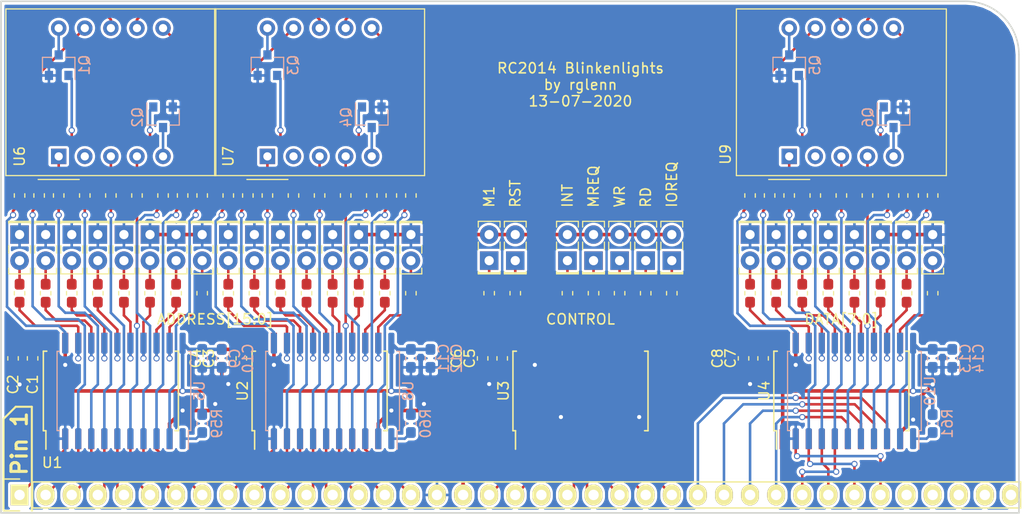
<source format=kicad_pcb>
(kicad_pcb (version 20171130) (host pcbnew "(5.1.5)-3")
  (layers (0 F.Cu signal) (31 B.Cu signal) (34 B.Paste user) (35 F.Paste user) (36 B.SilkS user) (37 F.SilkS user) (38 B.Mask user) (39 F.Mask user) (44 Edge.Cuts user))
  (net 0 "")
  (net 1 GND)
  (net 2 VCC)
  (net 3 A15)
  (net 4 A14)
  (net 5 A13)
  (net 6 A12)
  (net 7 A11)
  (net 8 A10)
  (net 9 A9)
  (net 10 A8)
  (net 11 A7)
  (net 12 A6)
  (net 13 A5)
  (net 14 A4)
  (net 15 A3)
  (net 16 A2)
  (net 17 A1)
  (net 18 A0)
  (net 19 /M1)
  (net 20 /RST)
  (net 21 INT)
  (net 22 /MREQ)
  (net 23 /WR)
  (net 24 /RD)
  (net 25 /IORQ)
  (net 26 D0)
  (net 27 D1)
  (net 28 D2)
  (net 29 D3)
  (net 30 D4)
  (net 31 D5)
  (net 32 D6)
  (net 33 D7)
  (net 34 "Net-(D1-Pad2)")
  (net 35 "Net-(D2-Pad2)")
  (net 36 "Net-(D3-Pad2)")
  (net 37 "Net-(D4-Pad2)")
  (net 38 "Net-(D5-Pad2)")
  (net 39 "Net-(D6-Pad2)")
  (net 40 "Net-(D7-Pad2)")
  (net 41 "Net-(D8-Pad2)")
  (net 42 "Net-(D9-Pad2)")
  (net 43 "Net-(D10-Pad2)")
  (net 44 "Net-(D11-Pad2)")
  (net 45 "Net-(D12-Pad2)")
  (net 46 "Net-(D13-Pad2)")
  (net 47 "Net-(D14-Pad2)")
  (net 48 "Net-(D15-Pad2)")
  (net 49 "Net-(D16-Pad2)")
  (net 50 "Net-(D25-Pad2)")
  (net 51 "Net-(D26-Pad2)")
  (net 52 "Net-(D27-Pad2)")
  (net 53 "Net-(D28-Pad2)")
  (net 54 "Net-(D29-Pad2)")
  (net 55 "Net-(D30-Pad2)")
  (net 56 "Net-(D31-Pad2)")
  (net 57 "Net-(D32-Pad2)")
  (net 58 /A15BUFF)
  (net 59 /A14BUFF)
  (net 60 /A13BUFF)
  (net 61 /A12BUFF)
  (net 62 /A11BUFF)
  (net 63 /A10BUFF)
  (net 64 /A9BUFF)
  (net 65 /A8BUFF)
  (net 66 /A7BUFF)
  (net 67 /A6BUFF)
  (net 68 /A5BUFF)
  (net 69 /A4BUFF)
  (net 70 /A3BUFF)
  (net 71 /A2BUFF)
  (net 72 /A1BUFF)
  (net 73 /A0BUFF)
  (net 74 "Net-(R17-Pad1)")
  (net 75 "Net-(R18-Pad1)")
  (net 76 "Net-(R19-Pad1)")
  (net 77 "Net-(R20-Pad1)")
  (net 78 "Net-(R21-Pad1)")
  (net 79 "Net-(R22-Pad1)")
  (net 80 "Net-(R23-Pad1)")
  (net 81 "Net-(R24-Pad1)")
  (net 82 /D0BUFF)
  (net 83 /D1BUFF)
  (net 84 /D2BUFF)
  (net 85 /D3BUFF)
  (net 86 /D4BUFF)
  (net 87 /D5BUFF)
  (net 88 /D6BUFF)
  (net 89 /D7BUFF)
  (net 90 "Net-(Q1-Pad3)")
  (net 91 "Net-(Q1-Pad1)")
  (net 92 "Net-(Q2-Pad1)")
  (net 93 "Net-(Q2-Pad3)")
  (net 94 "Net-(R33-Pad1)")
  (net 95 "Net-(R33-Pad2)")
  (net 96 "Net-(R34-Pad1)")
  (net 97 "Net-(R35-Pad1)")
  (net 98 "Net-(R35-Pad2)")
  (net 99 "Net-(R36-Pad2)")
  (net 100 "Net-(R36-Pad1)")
  (net 101 "Net-(R37-Pad1)")
  (net 102 "Net-(R37-Pad2)")
  (net 103 "Net-(R38-Pad2)")
  (net 104 "Net-(R39-Pad1)")
  (net 105 "Net-(R39-Pad2)")
  (net 106 "Net-(R40-Pad2)")
  (net 107 "Net-(R40-Pad1)")
  (net 108 "Net-(R41-Pad2)")
  (net 109 "Net-(R41-Pad1)")
  (net 110 "Net-(Q3-Pad3)")
  (net 111 "Net-(Q3-Pad1)")
  (net 112 "Net-(Q4-Pad1)")
  (net 113 "Net-(Q4-Pad3)")
  (net 114 "Net-(R42-Pad1)")
  (net 115 "Net-(R42-Pad2)")
  (net 116 "Net-(R43-Pad1)")
  (net 117 "Net-(R44-Pad1)")
  (net 118 "Net-(R44-Pad2)")
  (net 119 "Net-(R45-Pad2)")
  (net 120 "Net-(R45-Pad1)")
  (net 121 "Net-(R46-Pad1)")
  (net 122 "Net-(R46-Pad2)")
  (net 123 "Net-(R47-Pad2)")
  (net 124 "Net-(R48-Pad1)")
  (net 125 "Net-(R48-Pad2)")
  (net 126 "Net-(R49-Pad2)")
  (net 127 "Net-(R49-Pad1)")
  (net 128 "Net-(R50-Pad2)")
  (net 129 "Net-(R50-Pad1)")
  (net 130 "Net-(D17-Pad1)")
  (net 131 "Net-(D18-Pad1)")
  (net 132 "Net-(D20-Pad1)")
  (net 133 "Net-(D21-Pad1)")
  (net 134 "Net-(D22-Pad1)")
  (net 135 "Net-(D23-Pad1)")
  (net 136 "Net-(D24-Pad1)")
  (net 137 "Net-(Q5-Pad3)")
  (net 138 "Net-(Q5-Pad1)")
  (net 139 "Net-(Q6-Pad1)")
  (net 140 "Net-(Q6-Pad3)")
  (net 141 "Net-(R19-Pad2)")
  (net 142 "Net-(R51-Pad1)")
  (net 143 "Net-(R52-Pad1)")
  (net 144 "Net-(R52-Pad2)")
  (net 145 "Net-(R53-Pad2)")
  (net 146 "Net-(R53-Pad1)")
  (net 147 "Net-(R54-Pad1)")
  (net 148 "Net-(R54-Pad2)")
  (net 149 "Net-(R55-Pad2)")
  (net 150 "Net-(R56-Pad1)")
  (net 151 "Net-(R56-Pad2)")
  (net 152 "Net-(R57-Pad2)")
  (net 153 "Net-(R57-Pad1)")
  (net 154 "Net-(R58-Pad2)")
  (net 155 "Net-(R58-Pad1)")
  (net 156 "Net-(R59-Pad1)")
  (net 157 "Net-(R60-Pad1)")
  (net 158 "Net-(R61-Pad1)")
  (module LED_THT:LED_Rectangular_W5.0mm_H2.0mm (layer F.Cu) (at 154.94 127 270)
    (fp_text reference D2 hide)
    (fp_text value LED)
    (pad 1 thru_hole rect (at 0 0 270) (size 1.8 1.8) (drill 0.9) (layers *.Cu *.Mask) (net 1 GND))
    (pad 2 thru_hole circle (at 2.54 0 270) (size 1.8 1.8) (drill 0.9) (layers *.Cu *.Mask) (net 35 "Net-(D2-Pad2)"))
  )
  (module LED_THT:LED_Rectangular_W5.0mm_H2.0mm (layer F.Cu) (at 160.02 127 270)
    (fp_text reference D4 hide)
    (fp_text value LED)
    (pad 2 thru_hole circle (at 2.54 0 270) (size 1.8 1.8) (drill 0.9) (layers *.Cu *.Mask) (net 37 "Net-(D4-Pad2)"))
    (pad 1 thru_hole rect (at 0 0 270) (size 1.8 1.8) (drill 0.9) (layers *.Cu *.Mask) (net 1 GND))
  )
  (module LED_THT:LED_Rectangular_W5.0mm_H2.0mm (layer F.Cu) (at 162.56 127 270)
    (fp_text reference D5 hide)
    (fp_text value LED)
    (pad 2 thru_hole circle (at 2.54 0 270) (size 1.8 1.8) (drill 0.9) (layers *.Cu *.Mask) (net 38 "Net-(D5-Pad2)"))
    (pad 1 thru_hole rect (at 0 0 270) (size 1.8 1.8) (drill 0.9) (layers *.Cu *.Mask) (net 1 GND))
  )
  (module LED_THT:LED_Rectangular_W5.0mm_H2.0mm (layer F.Cu) (at 165.1 127 270)
    (fp_text reference D6 hide)
    (fp_text value LED)
    (pad 1 thru_hole rect (at 0 0 270) (size 1.8 1.8) (drill 0.9) (layers *.Cu *.Mask) (net 1 GND))
    (pad 2 thru_hole circle (at 2.54 0 270) (size 1.8 1.8) (drill 0.9) (layers *.Cu *.Mask) (net 39 "Net-(D6-Pad2)"))
  )
  (module LED_THT:LED_Rectangular_W5.0mm_H2.0mm (layer F.Cu) (at 152.4 127 270)
    (fp_text reference D1 hide)
    (fp_text value LED)
    (pad 2 thru_hole circle (at 2.54 0 270) (size 1.8 1.8) (drill 0.9) (layers *.Cu *.Mask) (net 34 "Net-(D1-Pad2)"))
    (pad 1 thru_hole rect (at 0 0 270) (size 1.8 1.8) (drill 0.9) (layers *.Cu *.Mask) (net 1 GND))
  )
  (module LED_THT:LED_Rectangular_W5.0mm_H2.0mm (layer F.Cu) (at 157.48 127 270)
    (fp_text reference D3 hide)
    (fp_text value LED)
    (pad 2 thru_hole circle (at 2.54 0 270) (size 1.8 1.8) (drill 0.9) (layers *.Cu *.Mask) (net 36 "Net-(D3-Pad2)"))
    (pad 1 thru_hole rect (at 0 0 270) (size 1.8 1.8) (drill 0.9) (layers *.Cu *.Mask) (net 1 GND))
  )
  (module LED_THT:LED_Rectangular_W5.0mm_H2.0mm (layer F.Cu) (at 185.42 127 270)
    (fp_text reference D14 hide)
    (fp_text value LED)
    (pad 1 thru_hole rect (at 0 0 270) (size 1.8 1.8) (drill 0.9) (layers *.Cu *.Mask) (net 1 GND))
    (pad 2 thru_hole circle (at 2.54 0 270) (size 1.8 1.8) (drill 0.9) (layers *.Cu *.Mask) (net 47 "Net-(D14-Pad2)"))
  )
  (module LED_THT:LED_Rectangular_W5.0mm_H2.0mm (layer F.Cu) (at 187.96 127 270)
    (fp_text reference D15 hide)
    (fp_text value LED)
    (pad 1 thru_hole rect (at 0 0 270) (size 1.8 1.8) (drill 0.9) (layers *.Cu *.Mask) (net 1 GND))
    (pad 2 thru_hole circle (at 2.54 0 270) (size 1.8 1.8) (drill 0.9) (layers *.Cu *.Mask) (net 48 "Net-(D15-Pad2)"))
  )
  (module LED_THT:LED_Rectangular_W5.0mm_H2.0mm (layer F.Cu) (at 180.34 127 270)
    (fp_text reference D12 hide)
    (fp_text value LED)
    (pad 2 thru_hole circle (at 2.54 0 270) (size 1.8 1.8) (drill 0.9) (layers *.Cu *.Mask) (net 45 "Net-(D12-Pad2)"))
    (pad 1 thru_hole rect (at 0 0 270) (size 1.8 1.8) (drill 0.9) (layers *.Cu *.Mask) (net 1 GND))
  )
  (module LED_THT:LED_Rectangular_W5.0mm_H2.0mm (layer F.Cu) (at 182.88 127 270)
    (fp_text reference D13 hide)
    (fp_text value LED)
    (pad 2 thru_hole circle (at 2.54 0 270) (size 1.8 1.8) (drill 0.9) (layers *.Cu *.Mask) (net 46 "Net-(D13-Pad2)"))
    (pad 1 thru_hole rect (at 0 0 270) (size 1.8 1.8) (drill 0.9) (layers *.Cu *.Mask) (net 1 GND))
  )
  (module LED_THT:LED_Rectangular_W5.0mm_H2.0mm (layer F.Cu) (at 167.64 127 270)
    (fp_text reference D7 hide)
    (fp_text value LED)
    (pad 1 thru_hole rect (at 0 0 270) (size 1.8 1.8) (drill 0.9) (layers *.Cu *.Mask) (net 1 GND))
    (pad 2 thru_hole circle (at 2.54 0 270) (size 1.8 1.8) (drill 0.9) (layers *.Cu *.Mask) (net 40 "Net-(D7-Pad2)"))
  )
  (module LED_THT:LED_Rectangular_W5.0mm_H2.0mm (layer F.Cu) (at 172.72 127 270)
    (fp_text reference D9 hide)
    (fp_text value LED)
    (pad 2 thru_hole circle (at 2.54 0 270) (size 1.8 1.8) (drill 0.9) (layers *.Cu *.Mask) (net 42 "Net-(D9-Pad2)"))
    (pad 1 thru_hole rect (at 0 0 270) (size 1.8 1.8) (drill 0.9) (layers *.Cu *.Mask) (net 1 GND))
  )
  (module LED_THT:LED_Rectangular_W5.0mm_H2.0mm (layer F.Cu) (at 175.26 127 270)
    (fp_text reference D10 hide)
    (fp_text value LED)
    (pad 1 thru_hole rect (at 0 0 270) (size 1.8 1.8) (drill 0.9) (layers *.Cu *.Mask) (net 1 GND))
    (pad 2 thru_hole circle (at 2.54 0 270) (size 1.8 1.8) (drill 0.9) (layers *.Cu *.Mask) (net 43 "Net-(D10-Pad2)"))
  )
  (module LED_THT:LED_Rectangular_W5.0mm_H2.0mm (layer F.Cu) (at 170.18 127 270)
    (fp_text reference D8 hide)
    (fp_text value LED)
    (pad 1 thru_hole rect (at 0 0 270) (size 1.8 1.8) (drill 0.9) (layers *.Cu *.Mask) (net 1 GND))
    (pad 2 thru_hole circle (at 2.54 0 270) (size 1.8 1.8) (drill 0.9) (layers *.Cu *.Mask) (net 41 "Net-(D8-Pad2)"))
  )
  (module LED_THT:LED_Rectangular_W5.0mm_H2.0mm (layer F.Cu) (at 177.8 127 270)
    (fp_text reference D11 hide)
    (fp_text value LED)
    (pad 2 thru_hole circle (at 2.54 0 270) (size 1.8 1.8) (drill 0.9) (layers *.Cu *.Mask) (net 44 "Net-(D11-Pad2)"))
    (pad 1 thru_hole rect (at 0 0 270) (size 1.8 1.8) (drill 0.9) (layers *.Cu *.Mask) (net 1 GND))
  )
  (module LED_THT:LED_Rectangular_W5.0mm_H2.0mm (layer F.Cu) (at 226.06 127 270)
    (fp_text reference D26 hide)
    (fp_text value LED)
    (pad 1 thru_hole rect (at 0 0 270) (size 1.8 1.8) (drill 0.9) (layers *.Cu *.Mask) (net 1 GND))
    (pad 2 thru_hole circle (at 2.54 0 270) (size 1.8 1.8) (drill 0.9) (layers *.Cu *.Mask) (net 51 "Net-(D26-Pad2)"))
  )
  (module LED_THT:LED_Rectangular_W5.0mm_H2.0mm (layer F.Cu) (at 228.6 127 270)
    (fp_text reference D27 hide)
    (fp_text value LED)
    (pad 1 thru_hole rect (at 0 0 270) (size 1.8 1.8) (drill 0.9) (layers *.Cu *.Mask) (net 1 GND))
    (pad 2 thru_hole circle (at 2.54 0 270) (size 1.8 1.8) (drill 0.9) (layers *.Cu *.Mask) (net 52 "Net-(D27-Pad2)"))
  )
  (module LED_THT:LED_Rectangular_W5.0mm_H2.0mm (layer F.Cu) (at 213.36 129.54 90)
    (fp_text reference D23 hide)
    (fp_text value LED)
    (pad 1 thru_hole rect (at 0 0 90) (size 1.8 1.8) (drill 0.9) (layers *.Cu *.Mask) (net 135 "Net-(D23-Pad1)"))
    (pad 2 thru_hole circle (at 2.54 0 90) (size 1.8 1.8) (drill 0.9) (layers *.Cu *.Mask) (net 2 VCC))
  )
  (module LED_THT:LED_Rectangular_W5.0mm_H2.0mm (layer F.Cu) (at 208.28 129.54 90)
    (fp_text reference D21 hide)
    (fp_text value LED)
    (pad 2 thru_hole circle (at 2.54 0 90) (size 1.8 1.8) (drill 0.9) (layers *.Cu *.Mask) (net 2 VCC))
    (pad 1 thru_hole rect (at 0 0 90) (size 1.8 1.8) (drill 0.9) (layers *.Cu *.Mask) (net 133 "Net-(D21-Pad1)"))
  )
  (module LED_THT:LED_Rectangular_W5.0mm_H2.0mm (layer F.Cu) (at 241.3 127 270)
    (fp_text reference D32 hide)
    (fp_text value LED)
    (pad 2 thru_hole circle (at 2.54 0 270) (size 1.8 1.8) (drill 0.9) (layers *.Cu *.Mask) (net 57 "Net-(D32-Pad2)"))
    (pad 1 thru_hole rect (at 0 0 270) (size 1.8 1.8) (drill 0.9) (layers *.Cu *.Mask) (net 1 GND))
  )
  (module LED_THT:LED_Rectangular_W5.0mm_H2.0mm (layer F.Cu) (at 200.66 129.54 90)
    (fp_text reference D18 hide)
    (fp_text value LED)
    (pad 2 thru_hole circle (at 2.54 0 90) (size 1.8 1.8) (drill 0.9) (layers *.Cu *.Mask) (net 2 VCC))
    (pad 1 thru_hole rect (at 0 0 90) (size 1.8 1.8) (drill 0.9) (layers *.Cu *.Mask) (net 131 "Net-(D18-Pad1)"))
  )
  (module LED_THT:LED_Rectangular_W5.0mm_H2.0mm (layer F.Cu) (at 198.12 129.54 90)
    (fp_text reference D17 hide)
    (fp_text value LED)
    (pad 2 thru_hole circle (at 2.54 0 90) (size 1.8 1.8) (drill 0.9) (layers *.Cu *.Mask) (net 2 VCC))
    (pad 1 thru_hole rect (at 0 0 90) (size 1.8 1.8) (drill 0.9) (layers *.Cu *.Mask) (net 130 "Net-(D17-Pad1)"))
  )
  (module LED_THT:LED_Rectangular_W5.0mm_H2.0mm (layer F.Cu) (at 205.74 129.54 90)
    (fp_text reference D20 hide)
    (fp_text value LED)
    (pad 2 thru_hole circle (at 2.54 0 90) (size 1.8 1.8) (drill 0.9) (layers *.Cu *.Mask) (net 2 VCC))
    (pad 1 thru_hole rect (at 0 0 90) (size 1.8 1.8) (drill 0.9) (layers *.Cu *.Mask) (net 132 "Net-(D20-Pad1)"))
  )
  (module LED_THT:LED_Rectangular_W5.0mm_H2.0mm (layer F.Cu) (at 190.5 127 270)
    (fp_text reference D16 hide)
    (fp_text value LED)
    (pad 2 thru_hole circle (at 2.54 0 270) (size 1.8 1.8) (drill 0.9) (layers *.Cu *.Mask) (net 49 "Net-(D16-Pad2)"))
    (pad 1 thru_hole rect (at 0 0 270) (size 1.8 1.8) (drill 0.9) (layers *.Cu *.Mask) (net 1 GND))
  )
  (module LED_THT:LED_Rectangular_W5.0mm_H2.0mm (layer F.Cu) (at 210.82 129.54 90)
    (fp_text reference D22 hide)
    (fp_text value LED)
    (pad 1 thru_hole rect (at 0 0 90) (size 1.8 1.8) (drill 0.9) (layers *.Cu *.Mask) (net 134 "Net-(D22-Pad1)"))
    (pad 2 thru_hole circle (at 2.54 0 90) (size 1.8 1.8) (drill 0.9) (layers *.Cu *.Mask) (net 2 VCC))
  )
  (module LED_THT:LED_Rectangular_W5.0mm_H2.0mm (layer F.Cu) (at 215.9 129.54 90)
    (fp_text reference D24 hide)
    (fp_text value LED)
    (pad 2 thru_hole circle (at 2.54 0 90) (size 1.8 1.8) (drill 0.9) (layers *.Cu *.Mask) (net 2 VCC))
    (pad 1 thru_hole rect (at 0 0 90) (size 1.8 1.8) (drill 0.9) (layers *.Cu *.Mask) (net 136 "Net-(D24-Pad1)"))
  )
  (module LED_THT:LED_Rectangular_W5.0mm_H2.0mm (layer F.Cu) (at 233.68 127 270)
    (fp_text reference D29 hide)
    (fp_text value LED)
    (pad 1 thru_hole rect (at 0 0 270) (size 1.8 1.8) (drill 0.9) (layers *.Cu *.Mask) (net 1 GND))
    (pad 2 thru_hole circle (at 2.54 0 270) (size 1.8 1.8) (drill 0.9) (layers *.Cu *.Mask) (net 54 "Net-(D29-Pad2)"))
  )
  (module LED_THT:LED_Rectangular_W5.0mm_H2.0mm (layer F.Cu) (at 236.22 127 270)
    (fp_text reference D30 hide)
    (fp_text value LED)
    (pad 1 thru_hole rect (at 0 0 270) (size 1.8 1.8) (drill 0.9) (layers *.Cu *.Mask) (net 1 GND))
    (pad 2 thru_hole circle (at 2.54 0 270) (size 1.8 1.8) (drill 0.9) (layers *.Cu *.Mask) (net 55 "Net-(D30-Pad2)"))
  )
  (module LED_THT:LED_Rectangular_W5.0mm_H2.0mm (layer F.Cu) (at 238.76 127 270)
    (fp_text reference D31 hide)
    (fp_text value LED)
    (pad 1 thru_hole rect (at 0 0 270) (size 1.8 1.8) (drill 0.9) (layers *.Cu *.Mask) (net 1 GND))
    (pad 2 thru_hole circle (at 2.54 0 270) (size 1.8 1.8) (drill 0.9) (layers *.Cu *.Mask) (net 56 "Net-(D31-Pad2)"))
  )
  (module LED_THT:LED_Rectangular_W5.0mm_H2.0mm (layer F.Cu) (at 223.52 127 270)
    (fp_text reference D25 hide)
    (fp_text value LED)
    (pad 1 thru_hole rect (at 0 0 270) (size 1.8 1.8) (drill 0.9) (layers *.Cu *.Mask) (net 1 GND))
    (pad 2 thru_hole circle (at 2.54 0 270) (size 1.8 1.8) (drill 0.9) (layers *.Cu *.Mask) (net 50 "Net-(D25-Pad2)"))
  )
  (module LED_THT:LED_Rectangular_W5.0mm_H2.0mm (layer F.Cu) (at 231.14 127 270)
    (fp_text reference D28 hide)
    (fp_text value LED)
    (pad 1 thru_hole rect (at 0 0 270) (size 1.8 1.8) (drill 0.9) (layers *.Cu *.Mask) (net 1 GND))
    (pad 2 thru_hole circle (at 2.54 0 270) (size 1.8 1.8) (drill 0.9) (layers *.Cu *.Mask) (net 53 "Net-(D28-Pad2)"))
  )
  (module Pin_Headers:Pin_Header_Straight_1x39_Pitch2.54mm (layer F.Cu) (at 152.4 152.3746 90)
    (fp_text reference J1 hide)
    (fp_text value CONN_01X39)
    (pad 1 thru_hole rect (at 0 0 90) (size 2.032 1.7272) (drill 1.016) (layers *.Cu *.Mask F.SilkS) (net 3 A15))
    (pad 2 thru_hole oval (at 0 2.54 90) (size 2.032 1.7272) (drill 1.016) (layers *.Cu *.Mask F.SilkS) (net 4 A14))
    (pad 3 thru_hole oval (at 0 5.08 90) (size 2.032 1.7272) (drill 1.016) (layers *.Cu *.Mask F.SilkS) (net 5 A13))
    (pad 4 thru_hole oval (at 0 7.62 90) (size 2.032 1.7272) (drill 1.016) (layers *.Cu *.Mask F.SilkS) (net 6 A12))
    (pad 5 thru_hole oval (at 0 10.16 90) (size 2.032 1.7272) (drill 1.016) (layers *.Cu *.Mask F.SilkS) (net 7 A11))
    (pad 6 thru_hole oval (at 0 12.7 90) (size 2.032 1.7272) (drill 1.016) (layers *.Cu *.Mask F.SilkS) (net 8 A10))
    (pad 7 thru_hole oval (at 0 15.24 90) (size 2.032 1.7272) (drill 1.016) (layers *.Cu *.Mask F.SilkS) (net 9 A9))
    (pad 8 thru_hole oval (at 0 17.78 90) (size 2.032 1.7272) (drill 1.016) (layers *.Cu *.Mask F.SilkS) (net 10 A8))
    (pad 9 thru_hole oval (at 0 20.32 90) (size 2.032 1.7272) (drill 1.016) (layers *.Cu *.Mask F.SilkS) (net 11 A7))
    (pad 10 thru_hole oval (at 0 22.86 90) (size 2.032 1.7272) (drill 1.016) (layers *.Cu *.Mask F.SilkS) (net 12 A6))
    (pad 11 thru_hole oval (at 0 25.4 90) (size 2.032 1.7272) (drill 1.016) (layers *.Cu *.Mask F.SilkS) (net 13 A5))
    (pad 12 thru_hole oval (at 0 27.94 90) (size 2.032 1.7272) (drill 1.016) (layers *.Cu *.Mask F.SilkS) (net 14 A4))
    (pad 13 thru_hole oval (at 0 30.48 90) (size 2.032 1.7272) (drill 1.016) (layers *.Cu *.Mask F.SilkS) (net 15 A3))
    (pad 14 thru_hole oval (at 0 33.02 90) (size 2.032 1.7272) (drill 1.016) (layers *.Cu *.Mask F.SilkS) (net 16 A2))
    (pad 15 thru_hole oval (at 0 35.56 90) (size 2.032 1.7272) (drill 1.016) (layers *.Cu *.Mask F.SilkS) (net 17 A1))
    (pad 16 thru_hole oval (at 0 38.1 90) (size 2.032 1.7272) (drill 1.016) (layers *.Cu *.Mask F.SilkS) (net 18 A0))
    (pad 17 thru_hole oval (at 0 40.64 90) (size 2.032 1.7272) (drill 1.016) (layers *.Cu *.Mask F.SilkS) (net 1 GND))
    (pad 18 thru_hole oval (at 0 43.18 90) (size 2.032 1.7272) (drill 1.016) (layers *.Cu *.Mask F.SilkS) (net 2 VCC))
    (pad 19 thru_hole oval (at 0 45.72 90) (size 2.032 1.7272) (drill 1.016) (layers *.Cu *.Mask F.SilkS) (net 19 /M1))
    (pad 20 thru_hole oval (at 0 48.26 90) (size 2.032 1.7272) (drill 1.016) (layers *.Cu *.Mask F.SilkS) (net 20 /RST))
    (pad 21 thru_hole oval (at 0 50.8 90) (size 2.032 1.7272) (drill 1.016) (layers *.Cu *.Mask F.SilkS))
    (pad 22 thru_hole oval (at 0 53.34 90) (size 2.032 1.7272) (drill 1.016) (layers *.Cu *.Mask F.SilkS) (net 21 INT))
    (pad 23 thru_hole oval (at 0 55.88 90) (size 2.032 1.7272) (drill 1.016) (layers *.Cu *.Mask F.SilkS) (net 22 /MREQ))
    (pad 24 thru_hole oval (at 0 58.42 90) (size 2.032 1.7272) (drill 1.016) (layers *.Cu *.Mask F.SilkS) (net 23 /WR))
    (pad 25 thru_hole oval (at 0 60.96 90) (size 2.032 1.7272) (drill 1.016) (layers *.Cu *.Mask F.SilkS) (net 24 /RD))
    (pad 26 thru_hole oval (at 0 63.5 90) (size 2.032 1.7272) (drill 1.016) (layers *.Cu *.Mask F.SilkS) (net 25 /IORQ))
    (pad 27 thru_hole oval (at 0 66.04 90) (size 2.032 1.7272) (drill 1.016) (layers *.Cu *.Mask F.SilkS) (net 26 D0))
    (pad 28 thru_hole oval (at 0 68.58 90) (size 2.032 1.7272) (drill 1.016) (layers *.Cu *.Mask F.SilkS) (net 27 D1))
    (pad 29 thru_hole oval (at 0 71.12 90) (size 2.032 1.7272) (drill 1.016) (layers *.Cu *.Mask F.SilkS) (net 28 D2))
    (pad 30 thru_hole oval (at 0 73.66 90) (size 2.032 1.7272) (drill 1.016) (layers *.Cu *.Mask F.SilkS) (net 29 D3))
    (pad 31 thru_hole oval (at 0 76.2 90) (size 2.032 1.7272) (drill 1.016) (layers *.Cu *.Mask F.SilkS) (net 30 D4))
    (pad 32 thru_hole oval (at 0 78.74 90) (size 2.032 1.7272) (drill 1.016) (layers *.Cu *.Mask F.SilkS) (net 31 D5))
    (pad 33 thru_hole oval (at 0 81.28 90) (size 2.032 1.7272) (drill 1.016) (layers *.Cu *.Mask F.SilkS) (net 32 D6))
    (pad 34 thru_hole oval (at 0 83.82 90) (size 2.032 1.7272) (drill 1.016) (layers *.Cu *.Mask F.SilkS) (net 33 D7))
    (pad 35 thru_hole oval (at 0 86.36 90) (size 2.032 1.7272) (drill 1.016) (layers *.Cu *.Mask F.SilkS))
    (pad 36 thru_hole oval (at 0 88.9 90) (size 2.032 1.7272) (drill 1.016) (layers *.Cu *.Mask F.SilkS))
    (pad 37 thru_hole oval (at 0 91.44 90) (size 2.032 1.7272) (drill 1.016) (layers *.Cu *.Mask F.SilkS))
    (pad 38 thru_hole oval (at 0 93.98 90) (size 2.032 1.7272) (drill 1.016) (layers *.Cu *.Mask F.SilkS))
    (pad 39 thru_hole oval (at 0 96.52 90) (size 2.032 1.7272) (drill 1.016) (layers *.Cu *.Mask F.SilkS))
  )
  (module Resistor_SMD:R_0603_1608Metric_Pad1.05x0.95mm_HandSolder (layer F.Cu) (at 152.4 132.715 90)
    (fp_text reference R1 hide)
    (fp_text value 330)
    (pad 2 smd roundrect (at 0.875 0 90) (size 1.05 0.95) (layers F.Cu F.Paste F.Mask) (net 34 "Net-(D1-Pad2)"))
    (pad 1 smd roundrect (at -0.875 0 90) (size 1.05 0.95) (layers F.Cu F.Paste F.Mask) (net 58 /A15BUFF))
  )
  (module Resistor_SMD:R_0603_1608Metric_Pad1.05x0.95mm_HandSolder (layer F.Cu) (at 154.94 132.715 90)
    (fp_text reference R2 hide)
    (fp_text value 330)
    (pad 1 smd roundrect (at -0.875 0 90) (size 1.05 0.95) (layers F.Cu F.Paste F.Mask) (net 59 /A14BUFF))
    (pad 2 smd roundrect (at 0.875 0 90) (size 1.05 0.95) (layers F.Cu F.Paste F.Mask) (net 35 "Net-(D2-Pad2)"))
  )
  (module Resistor_SMD:R_0603_1608Metric_Pad1.05x0.95mm_HandSolder (layer F.Cu) (at 157.48 132.715 90)
    (fp_text reference R3 hide)
    (fp_text value 330)
    (pad 1 smd roundrect (at -0.875 0 90) (size 1.05 0.95) (layers F.Cu F.Paste F.Mask) (net 60 /A13BUFF))
    (pad 2 smd roundrect (at 0.875 0 90) (size 1.05 0.95) (layers F.Cu F.Paste F.Mask) (net 36 "Net-(D3-Pad2)"))
  )
  (module Resistor_SMD:R_0603_1608Metric_Pad1.05x0.95mm_HandSolder (layer F.Cu) (at 160.02 132.715 90)
    (fp_text reference R4 hide)
    (fp_text value 330)
    (pad 1 smd roundrect (at -0.875 0 90) (size 1.05 0.95) (layers F.Cu F.Paste F.Mask) (net 61 /A12BUFF))
    (pad 2 smd roundrect (at 0.875 0 90) (size 1.05 0.95) (layers F.Cu F.Paste F.Mask) (net 37 "Net-(D4-Pad2)"))
  )
  (module Resistor_SMD:R_0603_1608Metric_Pad1.05x0.95mm_HandSolder (layer F.Cu) (at 162.56 132.715 90)
    (fp_text reference R5 hide)
    (fp_text value 330)
    (pad 1 smd roundrect (at -0.875 0 90) (size 1.05 0.95) (layers F.Cu F.Paste F.Mask) (net 62 /A11BUFF))
    (pad 2 smd roundrect (at 0.875 0 90) (size 1.05 0.95) (layers F.Cu F.Paste F.Mask) (net 38 "Net-(D5-Pad2)"))
  )
  (module Resistor_SMD:R_0603_1608Metric_Pad1.05x0.95mm_HandSolder (layer F.Cu) (at 165.1 132.715 90)
    (fp_text reference R6 hide)
    (fp_text value 330)
    (pad 2 smd roundrect (at 0.875 0 90) (size 1.05 0.95) (layers F.Cu F.Paste F.Mask) (net 39 "Net-(D6-Pad2)"))
    (pad 1 smd roundrect (at -0.875 0 90) (size 1.05 0.95) (layers F.Cu F.Paste F.Mask) (net 63 /A10BUFF))
  )
  (module Resistor_SMD:R_0603_1608Metric_Pad1.05x0.95mm_HandSolder (layer F.Cu) (at 167.64 132.715 90)
    (fp_text reference R7 hide)
    (fp_text value 330)
    (pad 2 smd roundrect (at 0.875 0 90) (size 1.05 0.95) (layers F.Cu F.Paste F.Mask) (net 40 "Net-(D7-Pad2)"))
    (pad 1 smd roundrect (at -0.875 0 90) (size 1.05 0.95) (layers F.Cu F.Paste F.Mask) (net 64 /A9BUFF))
  )
  (module Resistor_SMD:R_0603_1608Metric_Pad1.05x0.95mm_HandSolder (layer F.Cu) (at 170.18 132.715 90)
    (fp_text reference R8 hide)
    (fp_text value 330)
    (pad 2 smd roundrect (at 0.875 0 90) (size 1.05 0.95) (layers F.Cu F.Paste F.Mask) (net 41 "Net-(D8-Pad2)"))
    (pad 1 smd roundrect (at -0.875 0 90) (size 1.05 0.95) (layers F.Cu F.Paste F.Mask) (net 65 /A8BUFF))
  )
  (module Resistor_SMD:R_0603_1608Metric_Pad1.05x0.95mm_HandSolder (layer F.Cu) (at 172.72 132.715 90)
    (fp_text reference R9 hide)
    (fp_text value 330)
    (pad 1 smd roundrect (at -0.875 0 90) (size 1.05 0.95) (layers F.Cu F.Paste F.Mask) (net 66 /A7BUFF))
    (pad 2 smd roundrect (at 0.875 0 90) (size 1.05 0.95) (layers F.Cu F.Paste F.Mask) (net 42 "Net-(D9-Pad2)"))
  )
  (module Resistor_SMD:R_0603_1608Metric_Pad1.05x0.95mm_HandSolder (layer F.Cu) (at 175.26 132.715 90)
    (fp_text reference R10 hide)
    (fp_text value 330)
    (pad 2 smd roundrect (at 0.875 0 90) (size 1.05 0.95) (layers F.Cu F.Paste F.Mask) (net 43 "Net-(D10-Pad2)"))
    (pad 1 smd roundrect (at -0.875 0 90) (size 1.05 0.95) (layers F.Cu F.Paste F.Mask) (net 67 /A6BUFF))
  )
  (module Resistor_SMD:R_0603_1608Metric_Pad1.05x0.95mm_HandSolder (layer F.Cu) (at 177.8 132.715 90)
    (fp_text reference R11 hide)
    (fp_text value 330)
    (pad 1 smd roundrect (at -0.875 0 90) (size 1.05 0.95) (layers F.Cu F.Paste F.Mask) (net 68 /A5BUFF))
    (pad 2 smd roundrect (at 0.875 0 90) (size 1.05 0.95) (layers F.Cu F.Paste F.Mask) (net 44 "Net-(D11-Pad2)"))
  )
  (module Resistor_SMD:R_0603_1608Metric_Pad1.05x0.95mm_HandSolder (layer F.Cu) (at 180.34 132.715 90)
    (fp_text reference R12 hide)
    (fp_text value 330)
    (pad 1 smd roundrect (at -0.875 0 90) (size 1.05 0.95) (layers F.Cu F.Paste F.Mask) (net 69 /A4BUFF))
    (pad 2 smd roundrect (at 0.875 0 90) (size 1.05 0.95) (layers F.Cu F.Paste F.Mask) (net 45 "Net-(D12-Pad2)"))
  )
  (module Resistor_SMD:R_0603_1608Metric_Pad1.05x0.95mm_HandSolder (layer F.Cu) (at 182.88 132.715 90)
    (fp_text reference R13 hide)
    (fp_text value 330)
    (pad 2 smd roundrect (at 0.875 0 90) (size 1.05 0.95) (layers F.Cu F.Paste F.Mask) (net 46 "Net-(D13-Pad2)"))
    (pad 1 smd roundrect (at -0.875 0 90) (size 1.05 0.95) (layers F.Cu F.Paste F.Mask) (net 70 /A3BUFF))
  )
  (module Resistor_SMD:R_0603_1608Metric_Pad1.05x0.95mm_HandSolder (layer F.Cu) (at 185.42 132.715 90)
    (fp_text reference R14 hide)
    (fp_text value 330)
    (pad 1 smd roundrect (at -0.875 0 90) (size 1.05 0.95) (layers F.Cu F.Paste F.Mask) (net 71 /A2BUFF))
    (pad 2 smd roundrect (at 0.875 0 90) (size 1.05 0.95) (layers F.Cu F.Paste F.Mask) (net 47 "Net-(D14-Pad2)"))
  )
  (module Resistor_SMD:R_0603_1608Metric_Pad1.05x0.95mm_HandSolder (layer F.Cu) (at 187.96 132.715 90)
    (fp_text reference R15 hide)
    (fp_text value 330)
    (pad 2 smd roundrect (at 0.875 0 90) (size 1.05 0.95) (layers F.Cu F.Paste F.Mask) (net 48 "Net-(D15-Pad2)"))
    (pad 1 smd roundrect (at -0.875 0 90) (size 1.05 0.95) (layers F.Cu F.Paste F.Mask) (net 72 /A1BUFF))
  )
  (module Resistor_SMD:R_0603_1608Metric_Pad1.05x0.95mm_HandSolder (layer F.Cu) (at 190.5 132.715 90)
    (fp_text reference R16 hide)
    (fp_text value 330)
    (pad 2 smd roundrect (at 0.875 0 90) (size 1.05 0.95) (layers F.Cu F.Paste F.Mask) (net 49 "Net-(D16-Pad2)"))
    (pad 1 smd roundrect (at -0.875 0 90) (size 1.05 0.95) (layers F.Cu F.Paste F.Mask) (net 73 /A0BUFF))
  )
  (module Resistor_SMD:R_0603_1608Metric_Pad1.05x0.95mm_HandSolder (layer F.Cu) (at 198.12 132.715 90)
    (fp_text reference R17 hide)
    (fp_text value 330)
    (pad 1 smd roundrect (at -0.875 0 90) (size 1.05 0.95) (layers F.Cu F.Paste F.Mask) (net 74 "Net-(R17-Pad1)"))
    (pad 2 smd roundrect (at 0.875 0 90) (size 1.05 0.95) (layers F.Cu F.Paste F.Mask) (net 130 "Net-(D17-Pad1)"))
  )
  (module Resistor_SMD:R_0603_1608Metric_Pad1.05x0.95mm_HandSolder (layer F.Cu) (at 200.66 132.715 90)
    (fp_text reference R18 hide)
    (fp_text value 330)
    (pad 2 smd roundrect (at 0.875 0 90) (size 1.05 0.95) (layers F.Cu F.Paste F.Mask) (net 131 "Net-(D18-Pad1)"))
    (pad 1 smd roundrect (at -0.875 0 90) (size 1.05 0.95) (layers F.Cu F.Paste F.Mask) (net 75 "Net-(R18-Pad1)"))
  )
  (module Resistor_SMD:R_0603_1608Metric_Pad1.05x0.95mm_HandSolder (layer F.Cu) (at 205.74 132.715 90)
    (fp_text reference R20 hide)
    (fp_text value 330)
    (pad 2 smd roundrect (at 0.875 0 90) (size 1.05 0.95) (layers F.Cu F.Paste F.Mask) (net 132 "Net-(D20-Pad1)"))
    (pad 1 smd roundrect (at -0.875 0 90) (size 1.05 0.95) (layers F.Cu F.Paste F.Mask) (net 77 "Net-(R20-Pad1)"))
  )
  (module Resistor_SMD:R_0603_1608Metric_Pad1.05x0.95mm_HandSolder (layer F.Cu) (at 208.28 132.715 90)
    (fp_text reference R21 hide)
    (fp_text value 330)
    (pad 1 smd roundrect (at -0.875 0 90) (size 1.05 0.95) (layers F.Cu F.Paste F.Mask) (net 78 "Net-(R21-Pad1)"))
    (pad 2 smd roundrect (at 0.875 0 90) (size 1.05 0.95) (layers F.Cu F.Paste F.Mask) (net 133 "Net-(D21-Pad1)"))
  )
  (module Resistor_SMD:R_0603_1608Metric_Pad1.05x0.95mm_HandSolder (layer F.Cu) (at 213.36 132.715 90)
    (fp_text reference R23 hide)
    (fp_text value 330)
    (pad 2 smd roundrect (at 0.875 0 90) (size 1.05 0.95) (layers F.Cu F.Paste F.Mask) (net 135 "Net-(D23-Pad1)"))
    (pad 1 smd roundrect (at -0.875 0 90) (size 1.05 0.95) (layers F.Cu F.Paste F.Mask) (net 80 "Net-(R23-Pad1)"))
  )
  (module Resistor_SMD:R_0603_1608Metric_Pad1.05x0.95mm_HandSolder (layer F.Cu) (at 215.9 132.715 90)
    (fp_text reference R24 hide)
    (fp_text value 330)
    (pad 1 smd roundrect (at -0.875 0 90) (size 1.05 0.95) (layers F.Cu F.Paste F.Mask) (net 81 "Net-(R24-Pad1)"))
    (pad 2 smd roundrect (at 0.875 0 90) (size 1.05 0.95) (layers F.Cu F.Paste F.Mask) (net 136 "Net-(D24-Pad1)"))
  )
  (module Resistor_SMD:R_0603_1608Metric_Pad1.05x0.95mm_HandSolder (layer F.Cu) (at 223.52 132.715 90)
    (fp_text reference R25 hide)
    (fp_text value 330)
    (pad 2 smd roundrect (at 0.875 0 90) (size 1.05 0.95) (layers F.Cu F.Paste F.Mask) (net 50 "Net-(D25-Pad2)"))
    (pad 1 smd roundrect (at -0.875 0 90) (size 1.05 0.95) (layers F.Cu F.Paste F.Mask) (net 89 /D7BUFF))
  )
  (module Resistor_SMD:R_0603_1608Metric_Pad1.05x0.95mm_HandSolder (layer F.Cu) (at 226.06 132.715 90)
    (fp_text reference R26 hide)
    (fp_text value 330)
    (pad 1 smd roundrect (at -0.875 0 90) (size 1.05 0.95) (layers F.Cu F.Paste F.Mask) (net 88 /D6BUFF))
    (pad 2 smd roundrect (at 0.875 0 90) (size 1.05 0.95) (layers F.Cu F.Paste F.Mask) (net 51 "Net-(D26-Pad2)"))
  )
  (module Resistor_SMD:R_0603_1608Metric_Pad1.05x0.95mm_HandSolder (layer F.Cu) (at 228.6 132.715 90)
    (fp_text reference R27 hide)
    (fp_text value 330)
    (pad 2 smd roundrect (at 0.875 0 90) (size 1.05 0.95) (layers F.Cu F.Paste F.Mask) (net 52 "Net-(D27-Pad2)"))
    (pad 1 smd roundrect (at -0.875 0 90) (size 1.05 0.95) (layers F.Cu F.Paste F.Mask) (net 87 /D5BUFF))
  )
  (module Resistor_SMD:R_0603_1608Metric_Pad1.05x0.95mm_HandSolder (layer F.Cu) (at 231.14 132.715 90)
    (fp_text reference R28 hide)
    (fp_text value 330)
    (pad 1 smd roundrect (at -0.875 0 90) (size 1.05 0.95) (layers F.Cu F.Paste F.Mask) (net 86 /D4BUFF))
    (pad 2 smd roundrect (at 0.875 0 90) (size 1.05 0.95) (layers F.Cu F.Paste F.Mask) (net 53 "Net-(D28-Pad2)"))
  )
  (module Resistor_SMD:R_0603_1608Metric_Pad1.05x0.95mm_HandSolder (layer F.Cu) (at 233.68 132.715 90)
    (fp_text reference R29 hide)
    (fp_text value 330)
    (pad 2 smd roundrect (at 0.875 0 90) (size 1.05 0.95) (layers F.Cu F.Paste F.Mask) (net 54 "Net-(D29-Pad2)"))
    (pad 1 smd roundrect (at -0.875 0 90) (size 1.05 0.95) (layers F.Cu F.Paste F.Mask) (net 85 /D3BUFF))
  )
  (module Resistor_SMD:R_0603_1608Metric_Pad1.05x0.95mm_HandSolder (layer F.Cu) (at 236.22 132.715 90)
    (fp_text reference R30 hide)
    (fp_text value 330)
    (pad 1 smd roundrect (at -0.875 0 90) (size 1.05 0.95) (layers F.Cu F.Paste F.Mask) (net 84 /D2BUFF))
    (pad 2 smd roundrect (at 0.875 0 90) (size 1.05 0.95) (layers F.Cu F.Paste F.Mask) (net 55 "Net-(D30-Pad2)"))
  )
  (module Resistor_SMD:R_0603_1608Metric_Pad1.05x0.95mm_HandSolder (layer F.Cu) (at 238.76 132.715 90)
    (fp_text reference R31 hide)
    (fp_text value 330)
    (pad 2 smd roundrect (at 0.875 0 90) (size 1.05 0.95) (layers F.Cu F.Paste F.Mask) (net 56 "Net-(D31-Pad2)"))
    (pad 1 smd roundrect (at -0.875 0 90) (size 1.05 0.95) (layers F.Cu F.Paste F.Mask) (net 83 /D1BUFF))
  )
  (module Resistor_SMD:R_0603_1608Metric_Pad1.05x0.95mm_HandSolder (layer F.Cu) (at 241.3 132.715 90)
    (fp_text reference R32 hide)
    (fp_text value 330)
    (pad 1 smd roundrect (at -0.875 0 90) (size 1.05 0.95) (layers F.Cu F.Paste F.Mask) (net 82 /D0BUFF))
    (pad 2 smd roundrect (at 0.875 0 90) (size 1.05 0.95) (layers F.Cu F.Paste F.Mask) (net 57 "Net-(D32-Pad2)"))
  )
  (module Housings_SOIC:SOIC-20W_7.5x12.8mm_Pitch1.27mm (layer F.Cu) (at 161.29 142.24 90)
    (fp_text reference U1 (at -6.985 -5.715 180) (layer F.SilkS))
    (fp_text value 74LS245)
    (pad 20 smd rect (at 4.7 -5.715 90) (size 1.95 0.6) (layers F.Cu F.Paste F.Mask) (net 2 VCC))
    (pad 19 smd rect (at 4.7 -4.445 90) (size 1.95 0.6) (layers F.Cu F.Paste F.Mask) (net 1 GND))
    (pad 18 smd rect (at 4.7 -3.175 90) (size 1.95 0.6) (layers F.Cu F.Paste F.Mask) (net 58 /A15BUFF))
    (pad 17 smd rect (at 4.7 -1.905 90) (size 1.95 0.6) (layers F.Cu F.Paste F.Mask) (net 59 /A14BUFF))
    (pad 16 smd rect (at 4.7 -0.635 90) (size 1.95 0.6) (layers F.Cu F.Paste F.Mask) (net 60 /A13BUFF))
    (pad 15 smd rect (at 4.7 0.635 90) (size 1.95 0.6) (layers F.Cu F.Paste F.Mask) (net 61 /A12BUFF))
    (pad 14 smd rect (at 4.7 1.905 90) (size 1.95 0.6) (layers F.Cu F.Paste F.Mask) (net 62 /A11BUFF))
    (pad 13 smd rect (at 4.7 3.175 90) (size 1.95 0.6) (layers F.Cu F.Paste F.Mask) (net 63 /A10BUFF))
    (pad 12 smd rect (at 4.7 4.445 90) (size 1.95 0.6) (layers F.Cu F.Paste F.Mask) (net 64 /A9BUFF))
    (pad 11 smd rect (at 4.7 5.715 90) (size 1.95 0.6) (layers F.Cu F.Paste F.Mask) (net 65 /A8BUFF))
    (pad 10 smd rect (at -4.7 5.715 90) (size 1.95 0.6) (layers F.Cu F.Paste F.Mask) (net 1 GND))
    (pad 9 smd rect (at -4.7 4.445 90) (size 1.95 0.6) (layers F.Cu F.Paste F.Mask) (net 10 A8))
    (pad 8 smd rect (at -4.7 3.175 90) (size 1.95 0.6) (layers F.Cu F.Paste F.Mask) (net 9 A9))
    (pad 7 smd rect (at -4.7 1.905 90) (size 1.95 0.6) (layers F.Cu F.Paste F.Mask) (net 8 A10))
    (pad 6 smd rect (at -4.7 0.635 90) (size 1.95 0.6) (layers F.Cu F.Paste F.Mask) (net 7 A11))
    (pad 5 smd rect (at -4.7 -0.635 90) (size 1.95 0.6) (layers F.Cu F.Paste F.Mask) (net 6 A12))
    (pad 4 smd rect (at -4.7 -1.905 90) (size 1.95 0.6) (layers F.Cu F.Paste F.Mask) (net 5 A13))
    (pad 3 smd rect (at -4.7 -3.175 90) (size 1.95 0.6) (layers F.Cu F.Paste F.Mask) (net 4 A14))
    (pad 2 smd rect (at -4.7 -4.445 90) (size 1.95 0.6) (layers F.Cu F.Paste F.Mask) (net 3 A15))
    (pad 1 smd rect (at -4.7 -5.715 90) (size 1.95 0.6) (layers F.Cu F.Paste F.Mask) (net 2 VCC))
  )
  (module Housings_SOIC:SOIC-20W_7.5x12.8mm_Pitch1.27mm (layer F.Cu) (at 181.61 142.24 90)
    (fp_text reference U2 (at 0 -7.5 90) (layer F.SilkS))
    (fp_text value 74LS245)
    (pad 20 smd rect (at 4.7 -5.715 90) (size 1.95 0.6) (layers F.Cu F.Paste F.Mask) (net 2 VCC))
    (pad 19 smd rect (at 4.7 -4.445 90) (size 1.95 0.6) (layers F.Cu F.Paste F.Mask) (net 1 GND))
    (pad 18 smd rect (at 4.7 -3.175 90) (size 1.95 0.6) (layers F.Cu F.Paste F.Mask) (net 66 /A7BUFF))
    (pad 17 smd rect (at 4.7 -1.905 90) (size 1.95 0.6) (layers F.Cu F.Paste F.Mask) (net 67 /A6BUFF))
    (pad 16 smd rect (at 4.7 -0.635 90) (size 1.95 0.6) (layers F.Cu F.Paste F.Mask) (net 68 /A5BUFF))
    (pad 15 smd rect (at 4.7 0.635 90) (size 1.95 0.6) (layers F.Cu F.Paste F.Mask) (net 69 /A4BUFF))
    (pad 14 smd rect (at 4.7 1.905 90) (size 1.95 0.6) (layers F.Cu F.Paste F.Mask) (net 70 /A3BUFF))
    (pad 13 smd rect (at 4.7 3.175 90) (size 1.95 0.6) (layers F.Cu F.Paste F.Mask) (net 71 /A2BUFF))
    (pad 12 smd rect (at 4.7 4.445 90) (size 1.95 0.6) (layers F.Cu F.Paste F.Mask) (net 72 /A1BUFF))
    (pad 11 smd rect (at 4.7 5.715 90) (size 1.95 0.6) (layers F.Cu F.Paste F.Mask) (net 73 /A0BUFF))
    (pad 10 smd rect (at -4.7 5.715 90) (size 1.95 0.6) (layers F.Cu F.Paste F.Mask) (net 1 GND))
    (pad 9 smd rect (at -4.7 4.445 90) (size 1.95 0.6) (layers F.Cu F.Paste F.Mask) (net 18 A0))
    (pad 8 smd rect (at -4.7 3.175 90) (size 1.95 0.6) (layers F.Cu F.Paste F.Mask) (net 17 A1))
    (pad 7 smd rect (at -4.7 1.905 90) (size 1.95 0.6) (layers F.Cu F.Paste F.Mask) (net 16 A2))
    (pad 6 smd rect (at -4.7 0.635 90) (size 1.95 0.6) (layers F.Cu F.Paste F.Mask) (net 15 A3))
    (pad 5 smd rect (at -4.7 -0.635 90) (size 1.95 0.6) (layers F.Cu F.Paste F.Mask) (net 14 A4))
    (pad 4 smd rect (at -4.7 -1.905 90) (size 1.95 0.6) (layers F.Cu F.Paste F.Mask) (net 13 A5))
    (pad 3 smd rect (at -4.7 -3.175 90) (size 1.95 0.6) (layers F.Cu F.Paste F.Mask) (net 12 A6))
    (pad 2 smd rect (at -4.7 -4.445 90) (size 1.95 0.6) (layers F.Cu F.Paste F.Mask) (net 11 A7))
    (pad 1 smd rect (at -4.7 -5.715 90) (size 1.95 0.6) (layers F.Cu F.Paste F.Mask) (net 2 VCC))
  )
  (module Housings_SOIC:SOIC-20W_7.5x12.8mm_Pitch1.27mm (layer F.Cu) (at 207.01 142.24 90)
    (fp_text reference U3 (at 0 -7.5 90) (layer F.SilkS))
    (fp_text value 74LS245)
    (pad 1 smd rect (at -4.7 -5.715 90) (size 1.95 0.6) (layers F.Cu F.Paste F.Mask) (net 2 VCC))
    (pad 2 smd rect (at -4.7 -4.445 90) (size 1.95 0.6) (layers F.Cu F.Paste F.Mask) (net 19 /M1))
    (pad 3 smd rect (at -4.7 -3.175 90) (size 1.95 0.6) (layers F.Cu F.Paste F.Mask) (net 20 /RST))
    (pad 4 smd rect (at -4.7 -1.905 90) (size 1.95 0.6) (layers F.Cu F.Paste F.Mask) (net 1 GND))
    (pad 5 smd rect (at -4.7 -0.635 90) (size 1.95 0.6) (layers F.Cu F.Paste F.Mask) (net 21 INT))
    (pad 6 smd rect (at -4.7 0.635 90) (size 1.95 0.6) (layers F.Cu F.Paste F.Mask) (net 22 /MREQ))
    (pad 7 smd rect (at -4.7 1.905 90) (size 1.95 0.6) (layers F.Cu F.Paste F.Mask) (net 23 /WR))
    (pad 8 smd rect (at -4.7 3.175 90) (size 1.95 0.6) (layers F.Cu F.Paste F.Mask) (net 24 /RD))
    (pad 9 smd rect (at -4.7 4.445 90) (size 1.95 0.6) (layers F.Cu F.Paste F.Mask) (net 25 /IORQ))
    (pad 10 smd rect (at -4.7 5.715 90) (size 1.95 0.6) (layers F.Cu F.Paste F.Mask) (net 1 GND))
    (pad 11 smd rect (at 4.7 5.715 90) (size 1.95 0.6) (layers F.Cu F.Paste F.Mask) (net 81 "Net-(R24-Pad1)"))
    (pad 12 smd rect (at 4.7 4.445 90) (size 1.95 0.6) (layers F.Cu F.Paste F.Mask) (net 80 "Net-(R23-Pad1)"))
    (pad 13 smd rect (at 4.7 3.175 90) (size 1.95 0.6) (layers F.Cu F.Paste F.Mask) (net 79 "Net-(R22-Pad1)"))
    (pad 14 smd rect (at 4.7 1.905 90) (size 1.95 0.6) (layers F.Cu F.Paste F.Mask) (net 78 "Net-(R21-Pad1)"))
    (pad 15 smd rect (at 4.7 0.635 90) (size 1.95 0.6) (layers F.Cu F.Paste F.Mask) (net 77 "Net-(R20-Pad1)"))
    (pad 16 smd rect (at 4.7 -0.635 90) (size 1.95 0.6) (layers F.Cu F.Paste F.Mask))
    (pad 17 smd rect (at 4.7 -1.905 90) (size 1.95 0.6) (layers F.Cu F.Paste F.Mask) (net 75 "Net-(R18-Pad1)"))
    (pad 18 smd rect (at 4.7 -3.175 90) (size 1.95 0.6) (layers F.Cu F.Paste F.Mask) (net 74 "Net-(R17-Pad1)"))
    (pad 19 smd rect (at 4.7 -4.445 90) (size 1.95 0.6) (layers F.Cu F.Paste F.Mask) (net 1 GND))
    (pad 20 smd rect (at 4.7 -5.715 90) (size 1.95 0.6) (layers F.Cu F.Paste F.Mask) (net 2 VCC))
  )
  (module Housings_SOIC:SOIC-20W_7.5x12.8mm_Pitch1.27mm (layer F.Cu) (at 232.41 142.24 90)
    (fp_text reference U4 (at 0 -7.5 90) (layer F.SilkS))
    (fp_text value 74LS245)
    (pad 1 smd rect (at -4.7 -5.715 90) (size 1.95 0.6) (layers F.Cu F.Paste F.Mask) (net 2 VCC))
    (pad 2 smd rect (at -4.7 -4.445 90) (size 1.95 0.6) (layers F.Cu F.Paste F.Mask) (net 33 D7))
    (pad 3 smd rect (at -4.7 -3.175 90) (size 1.95 0.6) (layers F.Cu F.Paste F.Mask) (net 32 D6))
    (pad 4 smd rect (at -4.7 -1.905 90) (size 1.95 0.6) (layers F.Cu F.Paste F.Mask) (net 31 D5))
    (pad 5 smd rect (at -4.7 -0.635 90) (size 1.95 0.6) (layers F.Cu F.Paste F.Mask) (net 30 D4))
    (pad 6 smd rect (at -4.7 0.635 90) (size 1.95 0.6) (layers F.Cu F.Paste F.Mask) (net 29 D3))
    (pad 7 smd rect (at -4.7 1.905 90) (size 1.95 0.6) (layers F.Cu F.Paste F.Mask) (net 28 D2))
    (pad 8 smd rect (at -4.7 3.175 90) (size 1.95 0.6) (layers F.Cu F.Paste F.Mask) (net 27 D1))
    (pad 9 smd rect (at -4.7 4.445 90) (size 1.95 0.6) (layers F.Cu F.Paste F.Mask) (net 26 D0))
    (pad 10 smd rect (at -4.7 5.715 90) (size 1.95 0.6) (layers F.Cu F.Paste F.Mask) (net 1 GND))
    (pad 11 smd rect (at 4.7 5.715 90) (size 1.95 0.6) (layers F.Cu F.Paste F.Mask) (net 82 /D0BUFF))
    (pad 12 smd rect (at 4.7 4.445 90) (size 1.95 0.6) (layers F.Cu F.Paste F.Mask) (net 83 /D1BUFF))
    (pad 13 smd rect (at 4.7 3.175 90) (size 1.95 0.6) (layers F.Cu F.Paste F.Mask) (net 84 /D2BUFF))
    (pad 14 smd rect (at 4.7 1.905 90) (size 1.95 0.6) (layers F.Cu F.Paste F.Mask) (net 85 /D3BUFF))
    (pad 15 smd rect (at 4.7 0.635 90) (size 1.95 0.6) (layers F.Cu F.Paste F.Mask) (net 86 /D4BUFF))
    (pad 16 smd rect (at 4.7 -0.635 90) (size 1.95 0.6) (layers F.Cu F.Paste F.Mask) (net 87 /D5BUFF))
    (pad 17 smd rect (at 4.7 -1.905 90) (size 1.95 0.6) (layers F.Cu F.Paste F.Mask) (net 88 /D6BUFF))
    (pad 18 smd rect (at 4.7 -3.175 90) (size 1.95 0.6) (layers F.Cu F.Paste F.Mask) (net 89 /D7BUFF))
    (pad 19 smd rect (at 4.7 -4.445 90) (size 1.95 0.6) (layers F.Cu F.Paste F.Mask) (net 1 GND))
    (pad 20 smd rect (at 4.7 -5.715 90) (size 1.95 0.6) (layers F.Cu F.Paste F.Mask) (net 2 VCC))
  )
  (module Resistor_SMD:R_0603_1608Metric_Pad1.05x0.95mm_HandSolder (layer F.Cu) (at 210.82 132.715 90)
    (fp_text reference R22 hide)
    (fp_text value 330)
    (pad 1 smd roundrect (at -0.875 0 90) (size 1.05 0.95) (layers F.Cu F.Paste F.Mask) (net 79 "Net-(R22-Pad1)"))
    (pad 2 smd roundrect (at 0.875 0 90) (size 1.05 0.95) (layers F.Cu F.Paste F.Mask) (net 134 "Net-(D22-Pad1)"))
  )
  (module Package_SO:SOIC-20W_7.5x12.8mm_P1.27mm (layer B.Cu) (at 162.56 142.24 90)
    (fp_text reference U5 (at 0 7.35 -90) (layer B.SilkS) (effects (justify mirror)))
    (fp_text value ATtiny2313A-SU)
    (pad 1 smd roundrect (at -4.65 5.715 90) (size 2.05 0.6) (layers B.Cu B.Paste B.Mask) (net 156 "Net-(R59-Pad1)"))
    (pad 2 smd roundrect (at -4.65 4.445 90) (size 2.05 0.6) (layers B.Cu B.Paste B.Mask) (net 98 "Net-(R35-Pad2)"))
    (pad 3 smd roundrect (at -4.65 3.175 90) (size 2.05 0.6) (layers B.Cu B.Paste B.Mask) (net 99 "Net-(R36-Pad2)"))
    (pad 4 smd roundrect (at -4.65 1.905 90) (size 2.05 0.6) (layers B.Cu B.Paste B.Mask) (net 96 "Net-(R34-Pad1)"))
    (pad 5 smd roundrect (at -4.65 0.635 90) (size 2.05 0.6) (layers B.Cu B.Paste B.Mask) (net 94 "Net-(R33-Pad1)"))
    (pad 6 smd roundrect (at -4.65 -0.635 90) (size 2.05 0.6) (layers B.Cu B.Paste B.Mask) (net 102 "Net-(R37-Pad2)"))
    (pad 7 smd roundrect (at -4.65 -1.905 90) (size 2.05 0.6) (layers B.Cu B.Paste B.Mask) (net 103 "Net-(R38-Pad2)"))
    (pad 8 smd roundrect (at -4.65 -3.175 90) (size 2.05 0.6) (layers B.Cu B.Paste B.Mask) (net 105 "Net-(R39-Pad2)"))
    (pad 9 smd roundrect (at -4.65 -4.445 90) (size 2.05 0.6) (layers B.Cu B.Paste B.Mask) (net 106 "Net-(R40-Pad2)"))
    (pad 10 smd roundrect (at -4.65 -5.715 90) (size 2.05 0.6) (layers B.Cu B.Paste B.Mask) (net 1 GND))
    (pad 11 smd roundrect (at 4.65 -5.715 90) (size 2.05 0.6) (layers B.Cu B.Paste B.Mask) (net 108 "Net-(R41-Pad2)"))
    (pad 12 smd roundrect (at 4.65 -4.445 90) (size 2.05 0.6) (layers B.Cu B.Paste B.Mask) (net 58 /A15BUFF))
    (pad 13 smd roundrect (at 4.65 -3.175 90) (size 2.05 0.6) (layers B.Cu B.Paste B.Mask) (net 59 /A14BUFF))
    (pad 14 smd roundrect (at 4.65 -1.905 90) (size 2.05 0.6) (layers B.Cu B.Paste B.Mask) (net 60 /A13BUFF))
    (pad 15 smd roundrect (at 4.65 -0.635 90) (size 2.05 0.6) (layers B.Cu B.Paste B.Mask) (net 61 /A12BUFF))
    (pad 16 smd roundrect (at 4.65 0.635 90) (size 2.05 0.6) (layers B.Cu B.Paste B.Mask) (net 62 /A11BUFF))
    (pad 17 smd roundrect (at 4.65 1.905 90) (size 2.05 0.6) (layers B.Cu B.Paste B.Mask) (net 63 /A10BUFF))
    (pad 18 smd roundrect (at 4.65 3.175 90) (size 2.05 0.6) (layers B.Cu B.Paste B.Mask) (net 64 /A9BUFF))
    (pad 19 smd roundrect (at 4.65 4.445 90) (size 2.05 0.6) (layers B.Cu B.Paste B.Mask) (net 65 /A8BUFF))
    (pad 20 smd roundrect (at 4.65 5.715 90) (size 2.05 0.6) (layers B.Cu B.Paste B.Mask) (net 2 VCC))
  )
  (module TO_SOT_Packages_SMD:SOT-23 (layer B.Cu) (at 156.21 110.49 90)
    (fp_text reference Q1 (at 0 2.5 90) (layer B.SilkS) (effects (justify mirror)))
    (fp_text value MMBT3904)
    (pad 3 smd rect (at 1 0 90) (size 0.9 0.8) (layers B.Cu B.Paste B.Mask) (net 90 "Net-(Q1-Pad3)"))
    (pad 2 smd rect (at -1 -0.95 90) (size 0.9 0.8) (layers B.Cu B.Paste B.Mask) (net 1 GND))
    (pad 1 smd rect (at -1 0.95 90) (size 0.9 0.8) (layers B.Cu B.Paste B.Mask) (net 91 "Net-(Q1-Pad1)"))
  )
  (module TO_SOT_Packages_SMD:SOT-23 (layer B.Cu) (at 166.37 115.57 270)
    (fp_text reference Q2 (at 0 2.5 90) (layer B.SilkS) (effects (justify mirror)))
    (fp_text value MMBT3904)
    (pad 1 smd rect (at -1 0.95 270) (size 0.9 0.8) (layers B.Cu B.Paste B.Mask) (net 92 "Net-(Q2-Pad1)"))
    (pad 2 smd rect (at -1 -0.95 270) (size 0.9 0.8) (layers B.Cu B.Paste B.Mask) (net 1 GND))
    (pad 3 smd rect (at 1 0 270) (size 0.9 0.8) (layers B.Cu B.Paste B.Mask) (net 93 "Net-(Q2-Pad3)"))
  )
  (module Resistor_SMD:R_0603_1608Metric_Pad1.05x0.95mm_HandSolder (layer F.Cu) (at 163.83 123.19 90)
    (fp_text reference R33 hide)
    (fp_text value 330)
    (pad 1 smd roundrect (at -0.875 0 90) (size 1.05 0.95) (layers F.Cu F.Paste F.Mask) (net 94 "Net-(R33-Pad1)"))
    (pad 2 smd roundrect (at 0.875 0 90) (size 1.05 0.95) (layers F.Cu F.Paste F.Mask) (net 95 "Net-(R33-Pad2)"))
  )
  (module Resistor_SMD:R_0603_1608Metric_Pad1.05x0.95mm_HandSolder (layer F.Cu) (at 166.37 123.19 90)
    (fp_text reference R34 hide)
    (fp_text value 1K)
    (pad 1 smd roundrect (at -0.875 0 90) (size 1.05 0.95) (layers F.Cu F.Paste F.Mask) (net 96 "Net-(R34-Pad1)"))
    (pad 2 smd roundrect (at 0.875 0 90) (size 1.05 0.95) (layers F.Cu F.Paste F.Mask) (net 92 "Net-(Q2-Pad1)"))
  )
  (module Resistor_SMD:R_0603_1608Metric_Pad1.05x0.95mm_HandSolder (layer F.Cu) (at 170.18 123.19 270)
    (fp_text reference R35 hide)
    (fp_text value 330)
    (pad 1 smd roundrect (at -0.875 0 270) (size 1.05 0.95) (layers F.Cu F.Paste F.Mask) (net 97 "Net-(R35-Pad1)"))
    (pad 2 smd roundrect (at 0.875 0 270) (size 1.05 0.95) (layers F.Cu F.Paste F.Mask) (net 98 "Net-(R35-Pad2)"))
  )
  (module Resistor_SMD:R_0603_1608Metric_Pad1.05x0.95mm_HandSolder (layer F.Cu) (at 168.275 123.19 270)
    (fp_text reference R36 hide)
    (fp_text value 330)
    (pad 2 smd roundrect (at 0.875 0 270) (size 1.05 0.95) (layers F.Cu F.Paste F.Mask) (net 99 "Net-(R36-Pad2)"))
    (pad 1 smd roundrect (at -0.875 0 270) (size 1.05 0.95) (layers F.Cu F.Paste F.Mask) (net 100 "Net-(R36-Pad1)"))
  )
  (module Resistor_SMD:R_0603_1608Metric_Pad1.05x0.95mm_HandSolder (layer F.Cu) (at 161.29 123.19 270)
    (fp_text reference R37 hide)
    (fp_text value 330)
    (pad 1 smd roundrect (at -0.875 0 270) (size 1.05 0.95) (layers F.Cu F.Paste F.Mask) (net 101 "Net-(R37-Pad1)"))
    (pad 2 smd roundrect (at 0.875 0 270) (size 1.05 0.95) (layers F.Cu F.Paste F.Mask) (net 102 "Net-(R37-Pad2)"))
  )
  (module Resistor_SMD:R_0603_1608Metric_Pad1.05x0.95mm_HandSolder (layer F.Cu) (at 158.75 123.19 270)
    (fp_text reference R38 hide)
    (fp_text value 1K)
    (pad 2 smd roundrect (at 0.875 0 270) (size 1.05 0.95) (layers F.Cu F.Paste F.Mask) (net 103 "Net-(R38-Pad2)"))
    (pad 1 smd roundrect (at -0.875 0 270) (size 1.05 0.95) (layers F.Cu F.Paste F.Mask) (net 91 "Net-(Q1-Pad1)"))
  )
  (module Resistor_SMD:R_0603_1608Metric_Pad1.05x0.95mm_HandSolder (layer F.Cu) (at 156.21 123.19 270)
    (fp_text reference R39 hide)
    (fp_text value 330)
    (pad 1 smd roundrect (at -0.875 0 270) (size 1.05 0.95) (layers F.Cu F.Paste F.Mask) (net 104 "Net-(R39-Pad1)"))
    (pad 2 smd roundrect (at 0.875 0 270) (size 1.05 0.95) (layers F.Cu F.Paste F.Mask) (net 105 "Net-(R39-Pad2)"))
  )
  (module Resistor_SMD:R_0603_1608Metric_Pad1.05x0.95mm_HandSolder (layer F.Cu) (at 154.305 123.19 270)
    (fp_text reference R40 hide)
    (fp_text value 330)
    (pad 2 smd roundrect (at 0.875 0 270) (size 1.05 0.95) (layers F.Cu F.Paste F.Mask) (net 106 "Net-(R40-Pad2)"))
    (pad 1 smd roundrect (at -0.875 0 270) (size 1.05 0.95) (layers F.Cu F.Paste F.Mask) (net 107 "Net-(R40-Pad1)"))
  )
  (module Resistor_SMD:R_0603_1608Metric_Pad1.05x0.95mm_HandSolder (layer F.Cu) (at 152.4 123.19 270)
    (fp_text reference R41 hide)
    (fp_text value 330)
    (pad 2 smd roundrect (at 0.875 0 270) (size 1.05 0.95) (layers F.Cu F.Paste F.Mask) (net 108 "Net-(R41-Pad2)"))
    (pad 1 smd roundrect (at -0.875 0 270) (size 1.05 0.95) (layers F.Cu F.Paste F.Mask) (net 109 "Net-(R41-Pad1)"))
  )
  (module Displays_7-Segment:ELD_426XXXX (layer F.Cu) (at 156.21 119.38 90)
    (fp_text reference U6 (at 0 -3.81 90) (layer F.SilkS))
    (fp_text value ELD-426SYGWA)
    (pad 1 thru_hole rect (at 0 0 90) (size 1.5 1.5) (drill 0.8) (layers *.Cu *.Mask) (net 104 "Net-(R39-Pad1)"))
    (pad 2 thru_hole circle (at 0 2.54 90) (size 1.5 1.5) (drill 0.8) (layers *.Cu *.Mask))
    (pad 3 thru_hole circle (at 0 5.08 90) (size 1.5 1.5) (drill 0.8) (layers *.Cu *.Mask) (net 101 "Net-(R37-Pad1)"))
    (pad 4 thru_hole circle (at 0 7.62 90) (size 1.5 1.5) (drill 0.8) (layers *.Cu *.Mask) (net 95 "Net-(R33-Pad2)"))
    (pad 5 thru_hole circle (at 0 10.16 90) (size 1.5 1.5) (drill 0.8) (layers *.Cu *.Mask) (net 93 "Net-(Q2-Pad3)"))
    (pad 6 thru_hole circle (at 12.5 10.16 90) (size 1.5 1.5) (drill 0.8) (layers *.Cu *.Mask) (net 100 "Net-(R36-Pad1)"))
    (pad 7 thru_hole circle (at 12.5 7.62 90) (size 1.5 1.5) (drill 0.8) (layers *.Cu *.Mask) (net 97 "Net-(R35-Pad1)"))
    (pad 8 thru_hole circle (at 12.5 5.08 90) (size 1.5 1.5) (drill 0.8) (layers *.Cu *.Mask) (net 109 "Net-(R41-Pad1)"))
    (pad 9 thru_hole circle (at 12.5 2.54 90) (size 1.5 1.5) (drill 0.8) (layers *.Cu *.Mask) (net 107 "Net-(R40-Pad1)"))
    (pad 10 thru_hole circle (at 12.5 0 90) (size 1.5 1.5) (drill 0.8) (layers *.Cu *.Mask) (net 90 "Net-(Q1-Pad3)"))
  )
  (module TO_SOT_Packages_SMD:SOT-23 (layer B.Cu) (at 176.53 110.49 90)
    (fp_text reference Q3 (at 0 2.5 90) (layer B.SilkS) (effects (justify mirror)))
    (fp_text value MMBT3904)
    (pad 3 smd rect (at 1 0 90) (size 0.9 0.8) (layers B.Cu B.Paste B.Mask) (net 110 "Net-(Q3-Pad3)"))
    (pad 2 smd rect (at -1 -0.95 90) (size 0.9 0.8) (layers B.Cu B.Paste B.Mask) (net 1 GND))
    (pad 1 smd rect (at -1 0.95 90) (size 0.9 0.8) (layers B.Cu B.Paste B.Mask) (net 111 "Net-(Q3-Pad1)"))
  )
  (module TO_SOT_Packages_SMD:SOT-23 (layer B.Cu) (at 186.69 115.57 270)
    (fp_text reference Q4 (at 0 2.5 90) (layer B.SilkS) (effects (justify mirror)))
    (fp_text value MMBT3904)
    (pad 1 smd rect (at -1 0.95 270) (size 0.9 0.8) (layers B.Cu B.Paste B.Mask) (net 112 "Net-(Q4-Pad1)"))
    (pad 2 smd rect (at -1 -0.95 270) (size 0.9 0.8) (layers B.Cu B.Paste B.Mask) (net 1 GND))
    (pad 3 smd rect (at 1 0 270) (size 0.9 0.8) (layers B.Cu B.Paste B.Mask) (net 113 "Net-(Q4-Pad3)"))
  )
  (module Resistor_SMD:R_0603_1608Metric_Pad1.05x0.95mm_HandSolder (layer F.Cu) (at 184.15 123.19 90)
    (fp_text reference R42 hide)
    (fp_text value 330)
    (pad 1 smd roundrect (at -0.875 0 90) (size 1.05 0.95) (layers F.Cu F.Paste F.Mask) (net 114 "Net-(R42-Pad1)"))
    (pad 2 smd roundrect (at 0.875 0 90) (size 1.05 0.95) (layers F.Cu F.Paste F.Mask) (net 115 "Net-(R42-Pad2)"))
  )
  (module Resistor_SMD:R_0603_1608Metric_Pad1.05x0.95mm_HandSolder (layer F.Cu) (at 186.69 123.19 90)
    (fp_text reference R43 hide)
    (fp_text value 1K)
    (pad 1 smd roundrect (at -0.875 0 90) (size 1.05 0.95) (layers F.Cu F.Paste F.Mask) (net 116 "Net-(R43-Pad1)"))
    (pad 2 smd roundrect (at 0.875 0 90) (size 1.05 0.95) (layers F.Cu F.Paste F.Mask) (net 112 "Net-(Q4-Pad1)"))
  )
  (module Resistor_SMD:R_0603_1608Metric_Pad1.05x0.95mm_HandSolder (layer F.Cu) (at 190.5 123.19 270)
    (fp_text reference R44 hide)
    (fp_text value 330)
    (pad 1 smd roundrect (at -0.875 0 270) (size 1.05 0.95) (layers F.Cu F.Paste F.Mask) (net 117 "Net-(R44-Pad1)"))
    (pad 2 smd roundrect (at 0.875 0 270) (size 1.05 0.95) (layers F.Cu F.Paste F.Mask) (net 118 "Net-(R44-Pad2)"))
  )
  (module Resistor_SMD:R_0603_1608Metric_Pad1.05x0.95mm_HandSolder (layer F.Cu) (at 188.595 123.19 270)
    (fp_text reference R45 hide)
    (fp_text value 330)
    (pad 2 smd roundrect (at 0.875 0 270) (size 1.05 0.95) (layers F.Cu F.Paste F.Mask) (net 119 "Net-(R45-Pad2)"))
    (pad 1 smd roundrect (at -0.875 0 270) (size 1.05 0.95) (layers F.Cu F.Paste F.Mask) (net 120 "Net-(R45-Pad1)"))
  )
  (module Resistor_SMD:R_0603_1608Metric_Pad1.05x0.95mm_HandSolder (layer F.Cu) (at 181.61 123.19 270)
    (fp_text reference R46 hide)
    (fp_text value 330)
    (pad 1 smd roundrect (at -0.875 0 270) (size 1.05 0.95) (layers F.Cu F.Paste F.Mask) (net 121 "Net-(R46-Pad1)"))
    (pad 2 smd roundrect (at 0.875 0 270) (size 1.05 0.95) (layers F.Cu F.Paste F.Mask) (net 122 "Net-(R46-Pad2)"))
  )
  (module Resistor_SMD:R_0603_1608Metric_Pad1.05x0.95mm_HandSolder (layer F.Cu) (at 179.07 123.19 270)
    (fp_text reference R47 hide)
    (fp_text value 1K)
    (pad 2 smd roundrect (at 0.875 0 270) (size 1.05 0.95) (layers F.Cu F.Paste F.Mask) (net 123 "Net-(R47-Pad2)"))
    (pad 1 smd roundrect (at -0.875 0 270) (size 1.05 0.95) (layers F.Cu F.Paste F.Mask) (net 111 "Net-(Q3-Pad1)"))
  )
  (module Resistor_SMD:R_0603_1608Metric_Pad1.05x0.95mm_HandSolder (layer F.Cu) (at 176.53 123.19 270)
    (fp_text reference R48 hide)
    (fp_text value 330)
    (pad 1 smd roundrect (at -0.875 0 270) (size 1.05 0.95) (layers F.Cu F.Paste F.Mask) (net 124 "Net-(R48-Pad1)"))
    (pad 2 smd roundrect (at 0.875 0 270) (size 1.05 0.95) (layers F.Cu F.Paste F.Mask) (net 125 "Net-(R48-Pad2)"))
  )
  (module Resistor_SMD:R_0603_1608Metric_Pad1.05x0.95mm_HandSolder (layer F.Cu) (at 174.625 123.19 270)
    (fp_text reference R49 hide)
    (fp_text value 330)
    (pad 2 smd roundrect (at 0.875 0 270) (size 1.05 0.95) (layers F.Cu F.Paste F.Mask) (net 126 "Net-(R49-Pad2)"))
    (pad 1 smd roundrect (at -0.875 0 270) (size 1.05 0.95) (layers F.Cu F.Paste F.Mask) (net 127 "Net-(R49-Pad1)"))
  )
  (module Resistor_SMD:R_0603_1608Metric_Pad1.05x0.95mm_HandSolder (layer F.Cu) (at 172.72 123.19 270)
    (fp_text reference R50 hide)
    (fp_text value 330)
    (pad 2 smd roundrect (at 0.875 0 270) (size 1.05 0.95) (layers F.Cu F.Paste F.Mask) (net 128 "Net-(R50-Pad2)"))
    (pad 1 smd roundrect (at -0.875 0 270) (size 1.05 0.95) (layers F.Cu F.Paste F.Mask) (net 129 "Net-(R50-Pad1)"))
  )
  (module Displays_7-Segment:ELD_426XXXX (layer F.Cu) (at 176.53 119.38 90)
    (fp_text reference U7 (at 0 -3.81 90) (layer F.SilkS))
    (fp_text value ELD-426SYGWA)
    (pad 1 thru_hole rect (at 0 0 90) (size 1.5 1.5) (drill 0.8) (layers *.Cu *.Mask) (net 124 "Net-(R48-Pad1)"))
    (pad 2 thru_hole circle (at 0 2.54 90) (size 1.5 1.5) (drill 0.8) (layers *.Cu *.Mask))
    (pad 3 thru_hole circle (at 0 5.08 90) (size 1.5 1.5) (drill 0.8) (layers *.Cu *.Mask) (net 121 "Net-(R46-Pad1)"))
    (pad 4 thru_hole circle (at 0 7.62 90) (size 1.5 1.5) (drill 0.8) (layers *.Cu *.Mask) (net 115 "Net-(R42-Pad2)"))
    (pad 5 thru_hole circle (at 0 10.16 90) (size 1.5 1.5) (drill 0.8) (layers *.Cu *.Mask) (net 113 "Net-(Q4-Pad3)"))
    (pad 6 thru_hole circle (at 12.5 10.16 90) (size 1.5 1.5) (drill 0.8) (layers *.Cu *.Mask) (net 120 "Net-(R45-Pad1)"))
    (pad 7 thru_hole circle (at 12.5 7.62 90) (size 1.5 1.5) (drill 0.8) (layers *.Cu *.Mask) (net 117 "Net-(R44-Pad1)"))
    (pad 8 thru_hole circle (at 12.5 5.08 90) (size 1.5 1.5) (drill 0.8) (layers *.Cu *.Mask) (net 129 "Net-(R50-Pad1)"))
    (pad 9 thru_hole circle (at 12.5 2.54 90) (size 1.5 1.5) (drill 0.8) (layers *.Cu *.Mask) (net 127 "Net-(R49-Pad1)"))
    (pad 10 thru_hole circle (at 12.5 0 90) (size 1.5 1.5) (drill 0.8) (layers *.Cu *.Mask) (net 110 "Net-(Q3-Pad3)"))
  )
  (module Package_SO:SOIC-20W_7.5x12.8mm_P1.27mm (layer B.Cu) (at 182.88 142.24 90)
    (fp_text reference U8 (at 0 7.35 270) (layer B.SilkS) (effects (justify mirror)))
    (fp_text value ATtiny2313A-SU)
    (pad 1 smd roundrect (at -4.65 5.715 90) (size 2.05 0.6) (layers B.Cu B.Paste B.Mask) (net 157 "Net-(R60-Pad1)"))
    (pad 2 smd roundrect (at -4.65 4.445 90) (size 2.05 0.6) (layers B.Cu B.Paste B.Mask) (net 118 "Net-(R44-Pad2)"))
    (pad 3 smd roundrect (at -4.65 3.175 90) (size 2.05 0.6) (layers B.Cu B.Paste B.Mask) (net 119 "Net-(R45-Pad2)"))
    (pad 4 smd roundrect (at -4.65 1.905 90) (size 2.05 0.6) (layers B.Cu B.Paste B.Mask) (net 116 "Net-(R43-Pad1)"))
    (pad 5 smd roundrect (at -4.65 0.635 90) (size 2.05 0.6) (layers B.Cu B.Paste B.Mask) (net 114 "Net-(R42-Pad1)"))
    (pad 6 smd roundrect (at -4.65 -0.635 90) (size 2.05 0.6) (layers B.Cu B.Paste B.Mask) (net 122 "Net-(R46-Pad2)"))
    (pad 7 smd roundrect (at -4.65 -1.905 90) (size 2.05 0.6) (layers B.Cu B.Paste B.Mask) (net 123 "Net-(R47-Pad2)"))
    (pad 8 smd roundrect (at -4.65 -3.175 90) (size 2.05 0.6) (layers B.Cu B.Paste B.Mask) (net 125 "Net-(R48-Pad2)"))
    (pad 9 smd roundrect (at -4.65 -4.445 90) (size 2.05 0.6) (layers B.Cu B.Paste B.Mask) (net 126 "Net-(R49-Pad2)"))
    (pad 10 smd roundrect (at -4.65 -5.715 90) (size 2.05 0.6) (layers B.Cu B.Paste B.Mask) (net 1 GND))
    (pad 11 smd roundrect (at 4.65 -5.715 90) (size 2.05 0.6) (layers B.Cu B.Paste B.Mask) (net 128 "Net-(R50-Pad2)"))
    (pad 12 smd roundrect (at 4.65 -4.445 90) (size 2.05 0.6) (layers B.Cu B.Paste B.Mask) (net 66 /A7BUFF))
    (pad 13 smd roundrect (at 4.65 -3.175 90) (size 2.05 0.6) (layers B.Cu B.Paste B.Mask) (net 67 /A6BUFF))
    (pad 14 smd roundrect (at 4.65 -1.905 90) (size 2.05 0.6) (layers B.Cu B.Paste B.Mask) (net 68 /A5BUFF))
    (pad 15 smd roundrect (at 4.65 -0.635 90) (size 2.05 0.6) (layers B.Cu B.Paste B.Mask) (net 69 /A4BUFF))
    (pad 16 smd roundrect (at 4.65 0.635 90) (size 2.05 0.6) (layers B.Cu B.Paste B.Mask) (net 70 /A3BUFF))
    (pad 17 smd roundrect (at 4.65 1.905 90) (size 2.05 0.6) (layers B.Cu B.Paste B.Mask) (net 71 /A2BUFF))
    (pad 18 smd roundrect (at 4.65 3.175 90) (size 2.05 0.6) (layers B.Cu B.Paste B.Mask) (net 72 /A1BUFF))
    (pad 19 smd roundrect (at 4.65 4.445 90) (size 2.05 0.6) (layers B.Cu B.Paste B.Mask) (net 73 /A0BUFF))
    (pad 20 smd roundrect (at 4.65 5.715 90) (size 2.05 0.6) (layers B.Cu B.Paste B.Mask) (net 2 VCC))
  )
  (module TO_SOT_Packages_SMD:SOT-23 (layer B.Cu) (at 227.33 110.49 90)
    (fp_text reference Q5 (at 0 2.5 90) (layer B.SilkS) (effects (justify mirror)))
    (fp_text value MMBT3904)
    (pad 3 smd rect (at 1 0 90) (size 0.9 0.8) (layers B.Cu B.Paste B.Mask) (net 137 "Net-(Q5-Pad3)"))
    (pad 2 smd rect (at -1 -0.95 90) (size 0.9 0.8) (layers B.Cu B.Paste B.Mask) (net 1 GND))
    (pad 1 smd rect (at -1 0.95 90) (size 0.9 0.8) (layers B.Cu B.Paste B.Mask) (net 138 "Net-(Q5-Pad1)"))
  )
  (module TO_SOT_Packages_SMD:SOT-23 (layer B.Cu) (at 237.49 115.57 270)
    (fp_text reference Q6 (at 0 2.5 90) (layer B.SilkS) (effects (justify mirror)))
    (fp_text value MMBT3904)
    (pad 1 smd rect (at -1 0.95 270) (size 0.9 0.8) (layers B.Cu B.Paste B.Mask) (net 139 "Net-(Q6-Pad1)"))
    (pad 2 smd rect (at -1 -0.95 270) (size 0.9 0.8) (layers B.Cu B.Paste B.Mask) (net 1 GND))
    (pad 3 smd rect (at 1 0 270) (size 0.9 0.8) (layers B.Cu B.Paste B.Mask) (net 140 "Net-(Q6-Pad3)"))
  )
  (module Resistor_SMD:R_0603_1608Metric_Pad1.05x0.95mm_HandSolder (layer F.Cu) (at 234.95 123.19 90)
    (fp_text reference R19 hide)
    (fp_text value 330)
    (pad 1 smd roundrect (at -0.875 0 90) (size 1.05 0.95) (layers F.Cu F.Paste F.Mask) (net 76 "Net-(R19-Pad1)"))
    (pad 2 smd roundrect (at 0.875 0 90) (size 1.05 0.95) (layers F.Cu F.Paste F.Mask) (net 141 "Net-(R19-Pad2)"))
  )
  (module Resistor_SMD:R_0603_1608Metric_Pad1.05x0.95mm_HandSolder (layer F.Cu) (at 237.49 123.19 90)
    (fp_text reference R51 hide)
    (fp_text value 1K)
    (pad 1 smd roundrect (at -0.875 0 90) (size 1.05 0.95) (layers F.Cu F.Paste F.Mask) (net 142 "Net-(R51-Pad1)"))
    (pad 2 smd roundrect (at 0.875 0 90) (size 1.05 0.95) (layers F.Cu F.Paste F.Mask) (net 139 "Net-(Q6-Pad1)"))
  )
  (module Resistor_SMD:R_0603_1608Metric_Pad1.05x0.95mm_HandSolder (layer F.Cu) (at 241.3 123.19 270)
    (fp_text reference R52 hide)
    (fp_text value 330)
    (pad 1 smd roundrect (at -0.875 0 270) (size 1.05 0.95) (layers F.Cu F.Paste F.Mask) (net 143 "Net-(R52-Pad1)"))
    (pad 2 smd roundrect (at 0.875 0 270) (size 1.05 0.95) (layers F.Cu F.Paste F.Mask) (net 144 "Net-(R52-Pad2)"))
  )
  (module Resistor_SMD:R_0603_1608Metric_Pad1.05x0.95mm_HandSolder (layer F.Cu) (at 239.395 123.19 270)
    (fp_text reference R53 hide)
    (fp_text value 330)
    (pad 2 smd roundrect (at 0.875 0 270) (size 1.05 0.95) (layers F.Cu F.Paste F.Mask) (net 145 "Net-(R53-Pad2)"))
    (pad 1 smd roundrect (at -0.875 0 270) (size 1.05 0.95) (layers F.Cu F.Paste F.Mask) (net 146 "Net-(R53-Pad1)"))
  )
  (module Resistor_SMD:R_0603_1608Metric_Pad1.05x0.95mm_HandSolder (layer F.Cu) (at 232.41 123.19 270)
    (fp_text reference R54 hide)
    (fp_text value 330)
    (pad 1 smd roundrect (at -0.875 0 270) (size 1.05 0.95) (layers F.Cu F.Paste F.Mask) (net 147 "Net-(R54-Pad1)"))
    (pad 2 smd roundrect (at 0.875 0 270) (size 1.05 0.95) (layers F.Cu F.Paste F.Mask) (net 148 "Net-(R54-Pad2)"))
  )
  (module Resistor_SMD:R_0603_1608Metric_Pad1.05x0.95mm_HandSolder (layer F.Cu) (at 229.87 123.19 270)
    (fp_text reference R55 hide)
    (fp_text value 1K)
    (pad 2 smd roundrect (at 0.875 0 270) (size 1.05 0.95) (layers F.Cu F.Paste F.Mask) (net 149 "Net-(R55-Pad2)"))
    (pad 1 smd roundrect (at -0.875 0 270) (size 1.05 0.95) (layers F.Cu F.Paste F.Mask) (net 138 "Net-(Q5-Pad1)"))
  )
  (module Resistor_SMD:R_0603_1608Metric_Pad1.05x0.95mm_HandSolder (layer F.Cu) (at 227.33 123.19 270)
    (fp_text reference R56 hide)
    (fp_text value 330)
    (pad 1 smd roundrect (at -0.875 0 270) (size 1.05 0.95) (layers F.Cu F.Paste F.Mask) (net 150 "Net-(R56-Pad1)"))
    (pad 2 smd roundrect (at 0.875 0 270) (size 1.05 0.95) (layers F.Cu F.Paste F.Mask) (net 151 "Net-(R56-Pad2)"))
  )
  (module Resistor_SMD:R_0603_1608Metric_Pad1.05x0.95mm_HandSolder (layer F.Cu) (at 225.425 123.19 270)
    (fp_text reference R57 hide)
    (fp_text value 330)
    (pad 2 smd roundrect (at 0.875 0 270) (size 1.05 0.95) (layers F.Cu F.Paste F.Mask) (net 152 "Net-(R57-Pad2)"))
    (pad 1 smd roundrect (at -0.875 0 270) (size 1.05 0.95) (layers F.Cu F.Paste F.Mask) (net 153 "Net-(R57-Pad1)"))
  )
  (module Resistor_SMD:R_0603_1608Metric_Pad1.05x0.95mm_HandSolder (layer F.Cu) (at 223.52 123.19 270)
    (fp_text reference R58 hide)
    (fp_text value 330)
    (pad 2 smd roundrect (at 0.875 0 270) (size 1.05 0.95) (layers F.Cu F.Paste F.Mask) (net 154 "Net-(R58-Pad2)"))
    (pad 1 smd roundrect (at -0.875 0 270) (size 1.05 0.95) (layers F.Cu F.Paste F.Mask) (net 155 "Net-(R58-Pad1)"))
  )
  (module Displays_7-Segment:ELD_426XXXX (layer F.Cu) (at 227.33 119.38 90)
    (fp_text reference U9 (at 0.2 -6.2 90) (layer F.SilkS))
    (fp_text value ELD-426SYGWA)
    (pad 1 thru_hole rect (at 0 0 90) (size 1.5 1.5) (drill 0.8) (layers *.Cu *.Mask) (net 150 "Net-(R56-Pad1)"))
    (pad 2 thru_hole circle (at 0 2.54 90) (size 1.5 1.5) (drill 0.8) (layers *.Cu *.Mask))
    (pad 3 thru_hole circle (at 0 5.08 90) (size 1.5 1.5) (drill 0.8) (layers *.Cu *.Mask) (net 147 "Net-(R54-Pad1)"))
    (pad 4 thru_hole circle (at 0 7.62 90) (size 1.5 1.5) (drill 0.8) (layers *.Cu *.Mask) (net 141 "Net-(R19-Pad2)"))
    (pad 5 thru_hole circle (at 0 10.16 90) (size 1.5 1.5) (drill 0.8) (layers *.Cu *.Mask) (net 140 "Net-(Q6-Pad3)"))
    (pad 6 thru_hole circle (at 12.5 10.16 90) (size 1.5 1.5) (drill 0.8) (layers *.Cu *.Mask) (net 146 "Net-(R53-Pad1)"))
    (pad 7 thru_hole circle (at 12.5 7.62 90) (size 1.5 1.5) (drill 0.8) (layers *.Cu *.Mask) (net 143 "Net-(R52-Pad1)"))
    (pad 8 thru_hole circle (at 12.5 5.08 90) (size 1.5 1.5) (drill 0.8) (layers *.Cu *.Mask) (net 155 "Net-(R58-Pad1)"))
    (pad 9 thru_hole circle (at 12.5 2.54 90) (size 1.5 1.5) (drill 0.8) (layers *.Cu *.Mask) (net 153 "Net-(R57-Pad1)"))
    (pad 10 thru_hole circle (at 12.5 0 90) (size 1.5 1.5) (drill 0.8) (layers *.Cu *.Mask) (net 137 "Net-(Q5-Pad3)"))
  )
  (module Package_SO:SOIC-20W_7.5x12.8mm_P1.27mm (layer B.Cu) (at 233.68 142.24 90)
    (fp_text reference U10 (at 0 7.35 90) (layer B.SilkS) (effects (justify mirror)))
    (fp_text value ATtiny2313A-SU)
    (pad 1 smd roundrect (at -4.65 5.715 90) (size 2.05 0.6) (layers B.Cu B.Paste B.Mask) (net 158 "Net-(R61-Pad1)"))
    (pad 2 smd roundrect (at -4.65 4.445 90) (size 2.05 0.6) (layers B.Cu B.Paste B.Mask) (net 144 "Net-(R52-Pad2)"))
    (pad 3 smd roundrect (at -4.65 3.175 90) (size 2.05 0.6) (layers B.Cu B.Paste B.Mask) (net 145 "Net-(R53-Pad2)"))
    (pad 4 smd roundrect (at -4.65 1.905 90) (size 2.05 0.6) (layers B.Cu B.Paste B.Mask) (net 142 "Net-(R51-Pad1)"))
    (pad 5 smd roundrect (at -4.65 0.635 90) (size 2.05 0.6) (layers B.Cu B.Paste B.Mask) (net 76 "Net-(R19-Pad1)"))
    (pad 6 smd roundrect (at -4.65 -0.635 90) (size 2.05 0.6) (layers B.Cu B.Paste B.Mask) (net 148 "Net-(R54-Pad2)"))
    (pad 7 smd roundrect (at -4.65 -1.905 90) (size 2.05 0.6) (layers B.Cu B.Paste B.Mask) (net 149 "Net-(R55-Pad2)"))
    (pad 8 smd roundrect (at -4.65 -3.175 90) (size 2.05 0.6) (layers B.Cu B.Paste B.Mask) (net 151 "Net-(R56-Pad2)"))
    (pad 9 smd roundrect (at -4.65 -4.445 90) (size 2.05 0.6) (layers B.Cu B.Paste B.Mask) (net 152 "Net-(R57-Pad2)"))
    (pad 10 smd roundrect (at -4.65 -5.715 90) (size 2.05 0.6) (layers B.Cu B.Paste B.Mask) (net 1 GND))
    (pad 11 smd roundrect (at 4.65 -5.715 90) (size 2.05 0.6) (layers B.Cu B.Paste B.Mask) (net 154 "Net-(R58-Pad2)"))
    (pad 12 smd roundrect (at 4.65 -4.445 90) (size 2.05 0.6) (layers B.Cu B.Paste B.Mask) (net 89 /D7BUFF))
    (pad 13 smd roundrect (at 4.65 -3.175 90) (size 2.05 0.6) (layers B.Cu B.Paste B.Mask) (net 88 /D6BUFF))
    (pad 14 smd roundrect (at 4.65 -1.905 90) (size 2.05 0.6) (layers B.Cu B.Paste B.Mask) (net 87 /D5BUFF))
    (pad 15 smd roundrect (at 4.65 -0.635 90) (size 2.05 0.6) (layers B.Cu B.Paste B.Mask) (net 86 /D4BUFF))
    (pad 16 smd roundrect (at 4.65 0.635 90) (size 2.05 0.6) (layers B.Cu B.Paste B.Mask) (net 85 /D3BUFF))
    (pad 17 smd roundrect (at 4.65 1.905 90) (size 2.05 0.6) (layers B.Cu B.Paste B.Mask) (net 84 /D2BUFF))
    (pad 18 smd roundrect (at 4.65 3.175 90) (size 2.05 0.6) (layers B.Cu B.Paste B.Mask) (net 83 /D1BUFF))
    (pad 19 smd roundrect (at 4.65 4.445 90) (size 2.05 0.6) (layers B.Cu B.Paste B.Mask) (net 82 /D0BUFF))
    (pad 20 smd roundrect (at 4.65 5.715 90) (size 2.05 0.6) (layers B.Cu B.Paste B.Mask) (net 2 VCC))
  )
  (module Capacitor_SMD:C_0603_1608Metric_Pad1.05x0.95mm_HandSolder (layer F.Cu) (at 153.67 139.065 270)
    (fp_text reference C1 (at 2.54 0 90) (layer F.SilkS))
    (fp_text value 100n)
    (pad 2 smd roundrect (at 0.875 0 270) (size 1.05 0.95) (layers F.Cu F.Paste F.Mask) (net 1 GND))
    (pad 1 smd roundrect (at -0.875 0 270) (size 1.05 0.95) (layers F.Cu F.Paste F.Mask) (net 2 VCC))
  )
  (module Capacitor_SMD:C_0603_1608Metric_Pad1.05x0.95mm_HandSolder (layer F.Cu) (at 151.765 139.065 270)
    (fp_text reference C2 (at 2.54 0 90) (layer F.SilkS))
    (fp_text value 1u)
    (pad 1 smd roundrect (at -0.875 0 270) (size 1.05 0.95) (layers F.Cu F.Paste F.Mask) (net 2 VCC))
    (pad 2 smd roundrect (at 0.875 0 270) (size 1.05 0.95) (layers F.Cu F.Paste F.Mask) (net 1 GND))
  )
  (module Capacitor_SMD:C_0603_1608Metric_Pad1.05x0.95mm_HandSolder (layer F.Cu) (at 173.99 139.065 270)
    (fp_text reference C3 (at 0 3.175 90) (layer F.SilkS))
    (fp_text value 100n)
    (pad 2 smd roundrect (at 0.875 0 270) (size 1.05 0.95) (layers F.Cu F.Paste F.Mask) (net 1 GND))
    (pad 1 smd roundrect (at -0.875 0 270) (size 1.05 0.95) (layers F.Cu F.Paste F.Mask) (net 2 VCC))
  )
  (module Capacitor_SMD:C_0603_1608Metric_Pad1.05x0.95mm_HandSolder (layer F.Cu) (at 172.085 139.065 270)
    (fp_text reference C4 (at 0 2.54 90) (layer F.SilkS))
    (fp_text value 1u)
    (pad 1 smd roundrect (at -0.875 0 270) (size 1.05 0.95) (layers F.Cu F.Paste F.Mask) (net 2 VCC))
    (pad 2 smd roundrect (at 0.875 0 270) (size 1.05 0.95) (layers F.Cu F.Paste F.Mask) (net 1 GND))
  )
  (module Capacitor_SMD:C_0603_1608Metric_Pad1.05x0.95mm_HandSolder (layer F.Cu) (at 199.39 139.065 270)
    (fp_text reference C5 (at 0 3.175 90) (layer F.SilkS))
    (fp_text value 100n)
    (pad 2 smd roundrect (at 0.875 0 270) (size 1.05 0.95) (layers F.Cu F.Paste F.Mask) (net 1 GND))
    (pad 1 smd roundrect (at -0.875 0 270) (size 1.05 0.95) (layers F.Cu F.Paste F.Mask) (net 2 VCC))
  )
  (module Capacitor_SMD:C_0603_1608Metric_Pad1.05x0.95mm_HandSolder (layer F.Cu) (at 197.485 139.065 270)
    (fp_text reference C6 (at 0 2.54 90) (layer F.SilkS))
    (fp_text value 1u)
    (pad 1 smd roundrect (at -0.875 0 270) (size 1.05 0.95) (layers F.Cu F.Paste F.Mask) (net 2 VCC))
    (pad 2 smd roundrect (at 0.875 0 270) (size 1.05 0.95) (layers F.Cu F.Paste F.Mask) (net 1 GND))
  )
  (module Capacitor_SMD:C_0603_1608Metric_Pad1.05x0.95mm_HandSolder (layer F.Cu) (at 224.79 139.065 270)
    (fp_text reference C7 (at 0 3.175 90) (layer F.SilkS))
    (fp_text value 100n)
    (pad 2 smd roundrect (at 0.875 0 270) (size 1.05 0.95) (layers F.Cu F.Paste F.Mask) (net 1 GND))
    (pad 1 smd roundrect (at -0.875 0 270) (size 1.05 0.95) (layers F.Cu F.Paste F.Mask) (net 2 VCC))
  )
  (module Capacitor_SMD:C_0603_1608Metric_Pad1.05x0.95mm_HandSolder (layer F.Cu) (at 222.885 139.065 270)
    (fp_text reference C8 (at 0 2.54 90) (layer F.SilkS))
    (fp_text value 1u)
    (pad 1 smd roundrect (at -0.875 0 270) (size 1.05 0.95) (layers F.Cu F.Paste F.Mask) (net 2 VCC))
    (pad 2 smd roundrect (at 0.875 0 270) (size 1.05 0.95) (layers F.Cu F.Paste F.Mask) (net 1 GND))
  )
  (module Capacitor_SMD:C_0603_1608Metric_Pad1.05x0.95mm_HandSolder (layer B.Cu) (at 170.18 139.065 270)
    (fp_text reference C9 (at 0 -3.175 90) (layer B.SilkS) (effects (justify mirror)))
    (fp_text value 100n)
    (pad 2 smd roundrect (at 0.875 0 270) (size 1.05 0.95) (layers B.Cu B.Paste B.Mask) (net 1 GND))
    (pad 1 smd roundrect (at -0.875 0 270) (size 1.05 0.95) (layers B.Cu B.Paste B.Mask) (net 2 VCC))
  )
  (module Capacitor_SMD:C_0603_1608Metric_Pad1.05x0.95mm_HandSolder (layer B.Cu) (at 172.085 139.065 270)
    (fp_text reference C10 (at 0 -2.54 90) (layer B.SilkS) (effects (justify mirror)))
    (fp_text value 1u)
    (pad 1 smd roundrect (at -0.875 0 270) (size 1.05 0.95) (layers B.Cu B.Paste B.Mask) (net 2 VCC))
    (pad 2 smd roundrect (at 0.875 0 270) (size 1.05 0.95) (layers B.Cu B.Paste B.Mask) (net 1 GND))
  )
  (module Capacitor_SMD:C_0603_1608Metric_Pad1.05x0.95mm_HandSolder (layer B.Cu) (at 190.5 139.065 270)
    (fp_text reference C11 (at 0 -3.175 90) (layer B.SilkS) (effects (justify mirror)))
    (fp_text value 100n)
    (pad 2 smd roundrect (at 0.875 0 270) (size 1.05 0.95) (layers B.Cu B.Paste B.Mask) (net 1 GND))
    (pad 1 smd roundrect (at -0.875 0 270) (size 1.05 0.95) (layers B.Cu B.Paste B.Mask) (net 2 VCC))
  )
  (module Capacitor_SMD:C_0603_1608Metric_Pad1.05x0.95mm_HandSolder (layer B.Cu) (at 192.405 139.065 270)
    (fp_text reference C12 (at 0 -2.54 90) (layer B.SilkS) (effects (justify mirror)))
    (fp_text value 1u)
    (pad 1 smd roundrect (at -0.875 0 270) (size 1.05 0.95) (layers B.Cu B.Paste B.Mask) (net 2 VCC))
    (pad 2 smd roundrect (at 0.875 0 270) (size 1.05 0.95) (layers B.Cu B.Paste B.Mask) (net 1 GND))
  )
  (module Capacitor_SMD:C_0603_1608Metric_Pad1.05x0.95mm_HandSolder (layer B.Cu) (at 241.3 139.065 270)
    (fp_text reference C13 (at 0 -3.175 90) (layer B.SilkS) (effects (justify mirror)))
    (fp_text value 100n)
    (pad 2 smd roundrect (at 0.875 0 270) (size 1.05 0.95) (layers B.Cu B.Paste B.Mask) (net 1 GND))
    (pad 1 smd roundrect (at -0.875 0 270) (size 1.05 0.95) (layers B.Cu B.Paste B.Mask) (net 2 VCC))
  )
  (module Capacitor_SMD:C_0603_1608Metric_Pad1.05x0.95mm_HandSolder (layer B.Cu) (at 243.205 139.065 270)
    (fp_text reference C14 (at 0 -2.54 90) (layer B.SilkS) (effects (justify mirror)))
    (fp_text value 1u)
    (pad 1 smd roundrect (at -0.875 0 270) (size 1.05 0.95) (layers B.Cu B.Paste B.Mask) (net 2 VCC))
    (pad 2 smd roundrect (at 0.875 0 270) (size 1.05 0.95) (layers B.Cu B.Paste B.Mask) (net 1 GND))
  )
  (module Resistor_SMD:R_0603_1608Metric_Pad1.05x0.95mm_HandSolder (layer B.Cu) (at 170.18 145.415 90)
    (fp_text reference R59 (at 0 1.43 90) (layer B.SilkS) (effects (justify mirror)))
    (fp_text value 1K)
    (pad 2 smd roundrect (at 0.875 0 90) (size 1.05 0.95) (layers B.Cu B.Paste B.Mask) (net 2 VCC))
    (pad 1 smd roundrect (at -0.875 0 90) (size 1.05 0.95) (layers B.Cu B.Paste B.Mask) (net 156 "Net-(R59-Pad1)"))
  )
  (module Resistor_SMD:R_0603_1608Metric_Pad1.05x0.95mm_HandSolder (layer B.Cu) (at 190.5 145.415 90)
    (fp_text reference R60 (at 0 1.43 90) (layer B.SilkS) (effects (justify mirror)))
    (fp_text value 1K)
    (pad 1 smd roundrect (at -0.875 0 90) (size 1.05 0.95) (layers B.Cu B.Paste B.Mask) (net 157 "Net-(R60-Pad1)"))
    (pad 2 smd roundrect (at 0.875 0 90) (size 1.05 0.95) (layers B.Cu B.Paste B.Mask) (net 2 VCC))
  )
  (module Resistor_SMD:R_0603_1608Metric_Pad1.05x0.95mm_HandSolder (layer B.Cu) (at 241.3 145.415 90)
    (fp_text reference R61 (at 0 1.43 90) (layer B.SilkS) (effects (justify mirror)))
    (fp_text value 1K)
    (pad 1 smd roundrect (at -0.875 0 90) (size 1.05 0.95) (layers B.Cu B.Paste B.Mask) (net 158 "Net-(R61-Pad1)"))
    (pad 2 smd roundrect (at 0.875 0 90) (size 1.05 0.95) (layers B.Cu B.Paste B.Mask) (net 2 VCC))
  )
  (gr_text "RC2014 Blinkenlights\nby rglenn\n13-07-2020" (at 207.01 112.395) (layer F.SilkS) (effects (font (size 1 1))))
  (gr_text CONTROL (at 207.01 135.255) (layer F.SilkS) (effects (font (size 1 1))))
  (gr_text ADDRESS[15:0] (at 171.45 135.255) (layer F.SilkS) (effects (font (size 1 1))))
  (gr_text DATA[7:0] (at 232.41 135.255) (layer F.SilkS) (effects (font (size 1 1))))
  (gr_text RD (at 213.36 124.46 90) (layer F.SilkS) (effects (font (size 1 1)) (justify left)))
  (gr_text WR (at 210.82 124.46 90) (layer F.SilkS) (effects (font (size 1 1)) (justify left)))
  (gr_text IOREQ (at 215.9 124.46 90) (layer F.SilkS) (effects (font (size 1 1)) (justify left)))
  (gr_text MREQ (at 208.28 124.46 90) (layer F.SilkS) (effects (font (size 1 1)) (justify left)))
  (gr_text INT (at 205.74 124.46 90) (layer F.SilkS) (effects (font (size 1 1)) (justify left)))
  (gr_text RST (at 200.66 124.46 90) (layer F.SilkS) (effects (font (size 1 1)) (justify left)))
  (gr_text M1 (at 198.12 124.46 90) (layer F.SilkS) (effects (font (size 1 1)) (justify left)))
  (gr_line (start 153.5938 153.89352) (end 153.62936 153.89352) (angle 90) (layer F.SilkS) (width 0.2))
  (gr_line (start 153.5938 143.78178) (end 153.5938 153.89352) (angle 90) (layer F.SilkS) (width 0.2))
  (gr_line (start 152.02408 143.78178) (end 153.5938 143.78178) (angle 90) (layer F.SilkS) (width 0.2))
  (gr_line (start 150.84298 144.96288) (end 152.02408 143.78178) (angle 90) (layer F.SilkS) (width 0.2))
  (gr_line (start 150.84298 153.89352) (end 150.84298 144.96288) (angle 90) (layer F.SilkS) (width 0.2))
  (gr_text "Pin 1" (at 152.37968 147.36318 90) (layer F.SilkS) (effects (font (size 1.5 1.5) (thickness 0.3))))
  (gr_line (start 249.698 109.447) (end 249.698 154.1272) (angle 90) (layer Edge.Cuts) (width 0.15))
  (gr_line (start 244.5164 104.267) (end 150.5966 104.267) (angle 90) (layer Edge.Cuts) (width 0.15))
  (gr_arc (start 244.5164 109.447) (end 244.5164 104.267) (angle 90) (layer Edge.Cuts) (width 0.15))
  (gr_line (start 150.5966 104.267) (end 150.5966 154.1272) (angle 90) (layer Edge.Cuts) (width 0.15))
  (gr_line (start 150.5966 154.1272) (end 249.698 154.1272) (angle 90) (layer Edge.Cuts) (width 0.15))
  (segment (start 167.64 127) (end 170.18 127) (width 0.35) (layer F.Cu) (net 1))
  (segment (start 165.1 127) (end 167.64 127) (width 0.35) (layer F.Cu) (net 1))
  (via (at 156.845 139.7) (size 0.6) (drill 0.4) (layers F.Cu B.Cu) (net 1))
  (segment (start 156.845 137.54) (end 156.845 139.7) (width 0.35) (layer F.Cu) (net 1))
  (via (at 177.165 139.7) (size 0.6) (drill 0.4) (layers F.Cu B.Cu) (net 1))
  (segment (start 177.165 137.54) (end 177.165 139.7) (width 0.35) (layer F.Cu) (net 1))
  (via (at 168.275 144.145) (size 0.6) (drill 0.4) (layers F.Cu B.Cu) (net 1))
  (segment (start 167.005 146.94) (end 167.005 145.415) (width 0.35) (layer F.Cu) (net 1))
  (segment (start 167.005 145.415) (end 168.275 144.145) (width 0.35) (layer F.Cu) (net 1))
  (via (at 188.595 144.145) (size 0.6) (drill 0.4) (layers F.Cu B.Cu) (net 1))
  (segment (start 187.325 146.94) (end 187.325 145.415) (width 0.35) (layer F.Cu) (net 1))
  (segment (start 187.325 145.415) (end 188.595 144.145) (width 0.35) (layer F.Cu) (net 1))
  (via (at 202.565 139.7) (size 0.6) (drill 0.4) (layers F.Cu B.Cu) (net 1))
  (segment (start 202.565 137.54) (end 202.565 139.7) (width 0.35) (layer F.Cu) (net 1))
  (via (at 227.965 139.7) (size 0.6) (drill 0.4) (layers F.Cu B.Cu) (net 1))
  (segment (start 227.965 137.54) (end 227.965 139.7) (width 0.35) (layer F.Cu) (net 1))
  (via (at 212.725 144.78) (size 0.6) (drill 0.4) (layers F.Cu B.Cu) (net 1))
  (segment (start 212.725 146.94) (end 212.725 144.78) (width 0.35) (layer F.Cu) (net 1))
  (segment (start 185.42 127) (end 187.96 127) (width 0.35) (layer F.Cu) (net 1))
  (segment (start 187.96 127) (end 190.5 127) (width 0.35) (layer F.Cu) (net 1))
  (via (at 205.105 144.78) (size 0.6) (drill 0.4) (layers F.Cu B.Cu) (net 1))
  (segment (start 205.105 146.94) (end 205.105 144.78) (width 0.35) (layer F.Cu) (net 1))
  (segment (start 236.22 127) (end 238.76 127) (width 0.35) (layer F.Cu) (net 1))
  (segment (start 238.76 127) (end 241.3 127) (width 0.35) (layer F.Cu) (net 1))
  (segment (start 151.765 139.94) (end 151.765 140.97) (width 0.35) (layer F.Cu) (net 1))
  (via (at 152.4 141.605) (size 0.6) (drill 0.4) (layers F.Cu B.Cu) (net 1))
  (segment (start 151.765 140.97) (end 152.4 141.605) (width 0.35) (layer F.Cu) (net 1))
  (segment (start 153.67 139.94) (end 153.67 140.97) (width 0.35) (layer F.Cu) (net 1))
  (segment (start 153.035 141.605) (end 152.4 141.605) (width 0.35) (layer F.Cu) (net 1))
  (segment (start 153.67 140.97) (end 153.035 141.605) (width 0.35) (layer F.Cu) (net 1))
  (via (at 198.12 141.565) (size 0.6) (drill 0.4) (layers F.Cu B.Cu) (net 1))
  (segment (start 197.485 139.94) (end 197.485 140.93) (width 0.35) (layer F.Cu) (net 1))
  (segment (start 197.485 140.93) (end 198.12 141.565) (width 0.35) (layer F.Cu) (net 1))
  (segment (start 199.39 139.94) (end 199.39 140.97) (width 0.35) (layer F.Cu) (net 1))
  (segment (start 198.795 141.565) (end 198.12 141.565) (width 0.35) (layer F.Cu) (net 1))
  (segment (start 199.39 140.97) (end 198.795 141.565) (width 0.35) (layer F.Cu) (net 1))
  (via (at 223.52 141.565) (size 0.6) (drill 0.4) (layers F.Cu B.Cu) (net 1))
  (segment (start 222.885 139.94) (end 222.885 140.93) (width 0.35) (layer F.Cu) (net 1))
  (segment (start 222.885 140.93) (end 223.52 141.565) (width 0.35) (layer F.Cu) (net 1))
  (segment (start 224.79 139.94) (end 224.79 140.97) (width 0.35) (layer F.Cu) (net 1))
  (segment (start 224.195 141.565) (end 223.52 141.565) (width 0.35) (layer F.Cu) (net 1))
  (segment (start 224.79 140.97) (end 224.195 141.565) (width 0.35) (layer F.Cu) (net 1))
  (via (at 172.72 141.565) (size 0.6) (drill 0.4) (layers F.Cu B.Cu) (net 1))
  (segment (start 172.085 139.94) (end 172.085 140.93) (width 0.35) (layer F.Cu) (net 1))
  (segment (start 172.085 140.93) (end 172.72 141.565) (width 0.35) (layer F.Cu) (net 1))
  (segment (start 173.99 139.94) (end 173.99 140.97) (width 0.35) (layer F.Cu) (net 1))
  (segment (start 173.395 141.565) (end 172.72 141.565) (width 0.35) (layer F.Cu) (net 1))
  (segment (start 173.99 140.97) (end 173.395 141.565) (width 0.35) (layer F.Cu) (net 1))
  (segment (start 238.125 146.303996) (end 239.394996 145.034) (width 0.35) (layer F.Cu) (net 1))
  (via (at 239.394996 145.034) (size 0.6) (drill 0.4) (layers F.Cu B.Cu) (net 1))
  (segment (start 238.125 146.94) (end 238.125 146.303996) (width 0.35) (layer F.Cu) (net 1))
  (segment (start 239.394996 145.034) (end 239.394996 143.510004) (width 0.35) (layer F.Cu) (net 1))
  (segment (start 239.394996 143.510004) (end 241.3 141.605) (width 0.35) (layer F.Cu) (net 1))
  (via (at 241.3 141.605) (size 0.6) (drill 0.4) (layers F.Cu B.Cu) (net 1))
  (via (at 171.45 143.51) (size 0.6) (drill 0.4) (layers F.Cu B.Cu) (net 1))
  (segment (start 168.275 144.145) (end 170.815 144.145) (width 0.35) (layer F.Cu) (net 1))
  (segment (start 170.815 144.145) (end 171.45 143.51) (width 0.35) (layer F.Cu) (net 1))
  (via (at 191.77 143.51) (size 0.6) (drill 0.4) (layers F.Cu B.Cu) (net 1))
  (segment (start 188.595 144.145) (end 191.135 144.145) (width 0.35) (layer F.Cu) (net 1))
  (segment (start 191.135 144.145) (end 191.77 143.51) (width 0.35) (layer F.Cu) (net 1))
  (segment (start 215.9 127) (end 213.36 127) (width 0.35) (layer F.Cu) (net 2))
  (segment (start 213.36 127) (end 210.82 127) (width 0.35) (layer F.Cu) (net 2))
  (segment (start 210.82 127) (end 208.28 127) (width 0.35) (layer F.Cu) (net 2))
  (segment (start 208.28 127) (end 205.74 127) (width 0.35) (layer F.Cu) (net 2))
  (segment (start 205.74 127) (end 200.66 127) (width 0.35) (layer F.Cu) (net 2))
  (segment (start 200.66 127) (end 198.12 127) (width 0.35) (layer F.Cu) (net 2))
  (segment (start 155.575 142.24) (end 155.575 146.94) (width 0.35) (layer F.Cu) (net 2))
  (segment (start 175.895 146.94) (end 175.895 142.24) (width 0.35) (layer F.Cu) (net 2))
  (via (at 239.395 142.24) (size 0.6) (drill 0.4) (layers F.Cu B.Cu) (net 2))
  (segment (start 200.66 142.24) (end 239.395 142.24) (width 0.35) (layer F.Cu) (net 2))
  (segment (start 239.395 142.24) (end 239.395 137.59) (width 0.35) (layer B.Cu) (net 2))
  (segment (start 201.295 146.94) (end 201.295 142.24) (width 0.35) (layer F.Cu) (net 2))
  (via (at 188.595 142.24) (size 0.6) (drill 0.4) (layers F.Cu B.Cu) (net 2))
  (segment (start 195.58 142.24) (end 188.595 142.24) (width 0.35) (layer F.Cu) (net 2))
  (segment (start 188.595 142.24) (end 188.595 137.59) (width 0.35) (layer B.Cu) (net 2))
  (via (at 168.275 142.24) (size 0.6) (drill 0.4) (layers F.Cu B.Cu) (net 2))
  (segment (start 168.275 142.24) (end 155.575 142.24) (width 0.35) (layer F.Cu) (net 2))
  (segment (start 188.595 142.24) (end 168.275 142.24) (width 0.35) (layer F.Cu) (net 2))
  (segment (start 168.275 138.43) (end 168.275 137.59) (width 0.35) (layer B.Cu) (net 2))
  (segment (start 168.275 142.24) (end 168.275 138.43) (width 0.35) (layer B.Cu) (net 2))
  (segment (start 151.765 138.19) (end 153.67 138.19) (width 0.35) (layer F.Cu) (net 2))
  (segment (start 154.925 138.19) (end 155.575 137.54) (width 0.35) (layer F.Cu) (net 2))
  (segment (start 153.67 138.19) (end 154.925 138.19) (width 0.35) (layer F.Cu) (net 2))
  (segment (start 155.575 142.24) (end 155.575 137.54) (width 0.35) (layer F.Cu) (net 2))
  (segment (start 197.485 138.19) (end 199.39 138.19) (width 0.35) (layer F.Cu) (net 2))
  (segment (start 200.645 138.19) (end 201.295 137.54) (width 0.35) (layer F.Cu) (net 2))
  (segment (start 199.39 138.19) (end 200.645 138.19) (width 0.35) (layer F.Cu) (net 2))
  (segment (start 222.885 138.19) (end 224.79 138.19) (width 0.35) (layer F.Cu) (net 2))
  (segment (start 226.045 138.19) (end 226.695 137.54) (width 0.35) (layer F.Cu) (net 2))
  (segment (start 224.79 138.19) (end 226.045 138.19) (width 0.35) (layer F.Cu) (net 2))
  (segment (start 226.695 142.24) (end 226.695 137.54) (width 0.35) (layer F.Cu) (net 2))
  (segment (start 226.695 146.94) (end 226.695 142.24) (width 0.35) (layer F.Cu) (net 2))
  (segment (start 201.295 142.24) (end 201.295 137.54) (width 0.35) (layer F.Cu) (net 2))
  (segment (start 198.12 127) (end 196.215 127) (width 0.35) (layer F.Cu) (net 2))
  (segment (start 196.215 127) (end 195.58 127.635) (width 0.35) (layer F.Cu) (net 2))
  (segment (start 195.58 127.635) (end 195.58 137.795) (width 0.35) (layer F.Cu) (net 2))
  (segment (start 195.975 138.19) (end 197.485 138.19) (width 0.35) (layer F.Cu) (net 2))
  (segment (start 195.58 137.795) (end 195.975 138.19) (width 0.35) (layer F.Cu) (net 2))
  (segment (start 175.895 142.24) (end 175.895 137.54) (width 0.35) (layer F.Cu) (net 2))
  (segment (start 175.245 138.19) (end 175.895 137.54) (width 0.35) (layer F.Cu) (net 2))
  (segment (start 173.99 138.19) (end 175.245 138.19) (width 0.35) (layer F.Cu) (net 2))
  (segment (start 172.085 138.19) (end 173.99 138.19) (width 0.35) (layer F.Cu) (net 2))
  (segment (start 172.085 138.19) (end 170.18 138.19) (width 0.35) (layer B.Cu) (net 2))
  (segment (start 168.875 138.19) (end 168.275 137.59) (width 0.35) (layer B.Cu) (net 2))
  (segment (start 170.18 138.19) (end 168.875 138.19) (width 0.35) (layer B.Cu) (net 2))
  (segment (start 192.405 138.19) (end 190.5 138.19) (width 0.35) (layer B.Cu) (net 2))
  (segment (start 189.195 138.19) (end 188.595 137.59) (width 0.35) (layer B.Cu) (net 2))
  (segment (start 190.5 138.19) (end 189.195 138.19) (width 0.35) (layer B.Cu) (net 2))
  (segment (start 243.205 138.19) (end 241.3 138.19) (width 0.35) (layer B.Cu) (net 2))
  (segment (start 239.995 138.19) (end 239.395 137.59) (width 0.35) (layer B.Cu) (net 2))
  (segment (start 241.3 138.19) (end 239.995 138.19) (width 0.35) (layer B.Cu) (net 2))
  (segment (start 200.66 142.24) (end 195.58 142.24) (width 0.35) (layer F.Cu) (net 2))
  (segment (start 188.595 142.24) (end 189.865 142.24) (width 0.35) (layer B.Cu) (net 2))
  (segment (start 190.5 142.875) (end 190.5 143.905) (width 0.35) (layer B.Cu) (net 2))
  (segment (start 189.865 142.24) (end 190.5 142.875) (width 0.35) (layer B.Cu) (net 2))
  (segment (start 168.275 142.24) (end 169.545 142.24) (width 0.35) (layer B.Cu) (net 2))
  (segment (start 169.545 142.24) (end 170.18 142.875) (width 0.35) (layer B.Cu) (net 2))
  (segment (start 239.395 142.24) (end 240.665 142.24) (width 0.35) (layer B.Cu) (net 2))
  (segment (start 170.18 144.54) (end 170.18 144.145) (width 0.35) (layer B.Cu) (net 2))
  (segment (start 170.18 142.875) (end 170.18 144.145) (width 0.35) (layer B.Cu) (net 2))
  (segment (start 170.18 144.145) (end 170.18 143.905) (width 0.35) (layer B.Cu) (net 2))
  (segment (start 190.5 143.905) (end 190.5 144.54) (width 0.35) (layer B.Cu) (net 2))
  (segment (start 240.665 142.24) (end 241.3 142.875) (width 0.35) (layer B.Cu) (net 2))
  (segment (start 241.3 142.875) (end 241.3 144.54) (width 0.35) (layer B.Cu) (net 2))
  (segment (start 195.58 152.3746) (end 195.58 142.24) (width 0.35) (layer F.Cu) (net 2))
  (segment (start 156.8196 147.955) (end 152.4 152.3746) (width 0.25) (layer F.Cu) (net 3))
  (segment (start 156.845 146.94) (end 156.845 147.955) (width 0.25) (layer F.Cu) (net 3))
  (segment (start 156.845 147.955) (end 156.8196 147.955) (width 0.25) (layer F.Cu) (net 3))
  (segment (start 158.115 149.1996) (end 154.94 152.3746) (width 0.25) (layer F.Cu) (net 4))
  (segment (start 158.115 146.94) (end 158.115 149.1996) (width 0.25) (layer F.Cu) (net 4))
  (segment (start 159.385 150.4696) (end 157.48 152.3746) (width 0.25) (layer F.Cu) (net 5))
  (segment (start 159.385 146.94) (end 159.385 150.4696) (width 0.25) (layer F.Cu) (net 5))
  (segment (start 160.655 151.7396) (end 160.02 152.3746) (width 0.25) (layer F.Cu) (net 6))
  (segment (start 160.655 146.94) (end 160.655 151.7396) (width 0.25) (layer F.Cu) (net 6))
  (segment (start 161.925 151.7396) (end 162.56 152.3746) (width 0.25) (layer F.Cu) (net 7))
  (segment (start 161.925 146.94) (end 161.925 151.7396) (width 0.25) (layer F.Cu) (net 7))
  (segment (start 163.195 150.4696) (end 165.1 152.3746) (width 0.25) (layer F.Cu) (net 8))
  (segment (start 163.195 146.94) (end 163.195 150.4696) (width 0.25) (layer F.Cu) (net 8))
  (segment (start 164.4904 149.225) (end 167.64 152.3746) (width 0.25) (layer F.Cu) (net 9))
  (segment (start 164.465 146.94) (end 164.465 149.225) (width 0.25) (layer F.Cu) (net 9))
  (segment (start 164.465 149.225) (end 164.4904 149.225) (width 0.25) (layer F.Cu) (net 9))
  (segment (start 165.7604 147.955) (end 170.18 152.3746) (width 0.25) (layer F.Cu) (net 10))
  (segment (start 165.735 146.94) (end 165.735 147.955) (width 0.25) (layer F.Cu) (net 10))
  (segment (start 165.735 147.955) (end 165.7604 147.955) (width 0.25) (layer F.Cu) (net 10))
  (segment (start 177.165 146.94) (end 177.165 147.955) (width 0.25) (layer F.Cu) (net 11))
  (segment (start 177.1396 147.955) (end 172.72 152.3746) (width 0.25) (layer F.Cu) (net 11))
  (segment (start 177.165 147.955) (end 177.1396 147.955) (width 0.25) (layer F.Cu) (net 11))
  (segment (start 178.435 149.1996) (end 175.26 152.3746) (width 0.25) (layer F.Cu) (net 12))
  (segment (start 178.435 146.94) (end 178.435 149.1996) (width 0.25) (layer F.Cu) (net 12))
  (segment (start 179.705 150.4696) (end 177.8 152.3746) (width 0.25) (layer F.Cu) (net 13))
  (segment (start 179.705 146.94) (end 179.705 150.4696) (width 0.25) (layer F.Cu) (net 13))
  (segment (start 180.975 151.7396) (end 180.34 152.3746) (width 0.25) (layer F.Cu) (net 14))
  (segment (start 180.975 146.94) (end 180.975 151.7396) (width 0.25) (layer F.Cu) (net 14))
  (segment (start 182.245 151.7396) (end 182.88 152.3746) (width 0.25) (layer F.Cu) (net 15))
  (segment (start 182.245 146.94) (end 182.245 151.7396) (width 0.25) (layer F.Cu) (net 15))
  (segment (start 183.515 150.4696) (end 185.42 152.3746) (width 0.25) (layer F.Cu) (net 16))
  (segment (start 183.515 146.94) (end 183.515 150.4696) (width 0.25) (layer F.Cu) (net 16))
  (segment (start 184.785 149.1996) (end 187.96 152.3746) (width 0.25) (layer F.Cu) (net 17))
  (segment (start 184.785 146.94) (end 184.785 149.1996) (width 0.25) (layer F.Cu) (net 17))
  (segment (start 186.055 146.94) (end 186.055 147.955) (width 0.25) (layer F.Cu) (net 18))
  (segment (start 186.0804 147.955) (end 190.5 152.3746) (width 0.25) (layer F.Cu) (net 18))
  (segment (start 186.055 147.955) (end 186.0804 147.955) (width 0.25) (layer F.Cu) (net 18))
  (segment (start 202.565 147.9296) (end 198.12 152.3746) (width 0.25) (layer F.Cu) (net 19))
  (segment (start 202.565 146.94) (end 202.565 147.9296) (width 0.25) (layer F.Cu) (net 19))
  (segment (start 203.835 149.1996) (end 200.66 152.3746) (width 0.25) (layer F.Cu) (net 20))
  (segment (start 203.835 146.94) (end 203.835 149.1996) (width 0.25) (layer F.Cu) (net 20))
  (segment (start 206.375 151.7396) (end 205.74 152.3746) (width 0.25) (layer F.Cu) (net 21))
  (segment (start 206.375 146.94) (end 206.375 151.7396) (width 0.25) (layer F.Cu) (net 21))
  (segment (start 207.645 151.7396) (end 208.28 152.3746) (width 0.25) (layer F.Cu) (net 22))
  (segment (start 207.645 146.94) (end 207.645 151.7396) (width 0.25) (layer F.Cu) (net 22))
  (segment (start 208.915 150.4696) (end 210.82 152.3746) (width 0.25) (layer F.Cu) (net 23))
  (segment (start 208.915 146.94) (end 208.915 150.4696) (width 0.25) (layer F.Cu) (net 23))
  (segment (start 210.185 149.1996) (end 213.36 152.3746) (width 0.25) (layer F.Cu) (net 24))
  (segment (start 210.185 146.94) (end 210.185 149.1996) (width 0.25) (layer F.Cu) (net 24))
  (segment (start 211.455 147.9296) (end 215.9 152.3746) (width 0.25) (layer F.Cu) (net 25))
  (segment (start 211.455 146.94) (end 211.455 147.9296) (width 0.25) (layer F.Cu) (net 25))
  (segment (start 236.855 146.94) (end 236.855 145.415) (width 0.25) (layer F.Cu) (net 26))
  (via (at 227.965 142.915) (size 0.6) (drill 0.4) (layers F.Cu B.Cu) (net 26))
  (segment (start 236.855 145.415) (end 234.355 142.915) (width 0.25) (layer F.Cu) (net 26))
  (segment (start 234.355 142.915) (end 227.965 142.915) (width 0.25) (layer F.Cu) (net 26))
  (segment (start 227.965 142.915) (end 220.94 142.915) (width 0.25) (layer B.Cu) (net 26))
  (segment (start 218.44 145.415) (end 218.44 152.3746) (width 0.25) (layer B.Cu) (net 26))
  (segment (start 220.94 142.915) (end 218.44 145.415) (width 0.25) (layer B.Cu) (net 26))
  (via (at 228.6 143.54) (size 0.6) (drill 0.4) (layers F.Cu B.Cu) (net 27))
  (segment (start 228.6 143.54) (end 222.855 143.54) (width 0.25) (layer B.Cu) (net 27))
  (segment (start 220.98 145.415) (end 220.98 152.3746) (width 0.25) (layer B.Cu) (net 27))
  (segment (start 222.855 143.54) (end 220.98 145.415) (width 0.25) (layer B.Cu) (net 27))
  (segment (start 233.709295 143.54) (end 228.6 143.54) (width 0.25) (layer F.Cu) (net 27))
  (segment (start 235.585 146.94) (end 235.585 145.415705) (width 0.25) (layer F.Cu) (net 27))
  (segment (start 235.585 145.415705) (end 233.709295 143.54) (width 0.25) (layer F.Cu) (net 27))
  (segment (start 234.315 146.94) (end 234.315 145.415) (width 0.25) (layer F.Cu) (net 28))
  (segment (start 234.315 145.415) (end 233.045 144.145) (width 0.25) (layer F.Cu) (net 28))
  (via (at 227.965 144.165) (size 0.6) (drill 0.4) (layers F.Cu B.Cu) (net 28))
  (segment (start 233.045 144.145) (end 233.025 144.165) (width 0.25) (layer F.Cu) (net 28))
  (segment (start 233.025 144.165) (end 227.965 144.165) (width 0.25) (layer F.Cu) (net 28))
  (segment (start 227.965 144.165) (end 224.77 144.165) (width 0.25) (layer B.Cu) (net 28))
  (segment (start 223.52 145.415) (end 223.52 152.3746) (width 0.25) (layer B.Cu) (net 28))
  (segment (start 224.77 144.165) (end 223.52 145.415) (width 0.25) (layer B.Cu) (net 28))
  (segment (start 233.045 146.94) (end 233.045 145.415) (width 0.25) (layer F.Cu) (net 29))
  (via (at 228.6 144.79) (size 0.6) (drill 0.4) (layers F.Cu B.Cu) (net 29))
  (segment (start 233.045 145.415) (end 232.42 144.79) (width 0.25) (layer F.Cu) (net 29))
  (segment (start 232.42 144.79) (end 228.6 144.79) (width 0.25) (layer F.Cu) (net 29))
  (segment (start 228.6 144.79) (end 226.685 144.79) (width 0.25) (layer B.Cu) (net 29))
  (segment (start 226.06 145.415) (end 226.06 152.3746) (width 0.25) (layer B.Cu) (net 29))
  (segment (start 226.685 144.79) (end 226.06 145.415) (width 0.25) (layer B.Cu) (net 29))
  (segment (start 231.775 146.94) (end 231.775 149.987) (width 0.25) (layer F.Cu) (net 30))
  (segment (start 231.775 149.987) (end 231.902 150.114) (width 0.25) (layer F.Cu) (net 30))
  (via (at 231.902 150.114) (size 0.6) (drill 0.4) (layers F.Cu B.Cu) (net 30))
  (via (at 228.6 150.114) (size 0.6) (drill 0.4) (layers F.Cu B.Cu) (net 30))
  (segment (start 228.6 152.3746) (end 228.6 150.114) (width 0.25) (layer F.Cu) (net 30))
  (segment (start 231.902 150.114) (end 228.6 150.114) (width 0.25) (layer B.Cu) (net 30))
  (segment (start 230.505 146.94) (end 230.505 149.225) (width 0.25) (layer F.Cu) (net 31))
  (segment (start 231.14 149.86) (end 231.14 152.3746) (width 0.25) (layer F.Cu) (net 31))
  (segment (start 230.505 149.225) (end 231.14 149.86) (width 0.25) (layer F.Cu) (net 31))
  (segment (start 233.68 152.3746) (end 233.68 149.352) (width 0.25) (layer F.Cu) (net 32))
  (via (at 233.68 149.352) (size 0.6) (drill 0.4) (layers F.Cu B.Cu) (net 32))
  (segment (start 229.235 149.225) (end 229.362 149.352) (width 0.25) (layer F.Cu) (net 32))
  (segment (start 229.235 146.94) (end 229.235 149.225) (width 0.25) (layer F.Cu) (net 32))
  (via (at 229.362 149.352) (size 0.6) (drill 0.4) (layers F.Cu B.Cu) (net 32))
  (segment (start 233.68 149.352) (end 229.362 149.352) (width 0.25) (layer B.Cu) (net 32))
  (segment (start 227.965 148.463) (end 228.092 148.59) (width 0.25) (layer F.Cu) (net 33))
  (segment (start 227.965 146.94) (end 227.965 148.463) (width 0.25) (layer F.Cu) (net 33))
  (via (at 228.092 148.59) (size 0.6) (drill 0.4) (layers F.Cu B.Cu) (net 33))
  (segment (start 228.092 148.59) (end 236.22 148.59) (width 0.25) (layer B.Cu) (net 33))
  (via (at 236.22 148.59) (size 0.6) (drill 0.4) (layers F.Cu B.Cu) (net 33))
  (segment (start 236.22 152.3746) (end 236.22 148.59) (width 0.25) (layer F.Cu) (net 33))
  (segment (start 152.4 129.54) (end 152.4 131.84) (width 0.25) (layer F.Cu) (net 34))
  (segment (start 154.94 129.54) (end 154.94 131.84) (width 0.25) (layer F.Cu) (net 35))
  (segment (start 157.48 129.54) (end 157.48 131.84) (width 0.25) (layer F.Cu) (net 36))
  (segment (start 160.02 129.54) (end 160.02 131.84) (width 0.25) (layer F.Cu) (net 37))
  (segment (start 162.56 129.54) (end 162.56 131.84) (width 0.25) (layer F.Cu) (net 38))
  (segment (start 165.1 129.54) (end 165.1 131.84) (width 0.25) (layer F.Cu) (net 39))
  (segment (start 167.64 129.54) (end 167.64 131.84) (width 0.25) (layer F.Cu) (net 40))
  (segment (start 170.18 129.54) (end 170.18 131.84) (width 0.25) (layer F.Cu) (net 41))
  (segment (start 172.72 129.54) (end 172.72 131.84) (width 0.25) (layer F.Cu) (net 42))
  (segment (start 175.26 129.54) (end 175.26 131.84) (width 0.25) (layer F.Cu) (net 43))
  (segment (start 177.8 129.54) (end 177.8 131.84) (width 0.25) (layer F.Cu) (net 44))
  (segment (start 180.34 129.54) (end 180.34 131.84) (width 0.25) (layer F.Cu) (net 45))
  (segment (start 182.88 129.54) (end 182.88 131.84) (width 0.25) (layer F.Cu) (net 46))
  (segment (start 185.42 129.54) (end 185.42 131.84) (width 0.25) (layer F.Cu) (net 47))
  (segment (start 187.96 129.54) (end 187.96 131.84) (width 0.25) (layer F.Cu) (net 48))
  (segment (start 190.5 129.54) (end 190.5 131.6) (width 0.25) (layer F.Cu) (net 49))
  (segment (start 223.52 129.54) (end 223.52 131.84) (width 0.25) (layer F.Cu) (net 50))
  (segment (start 226.06 129.54) (end 226.06 131.84) (width 0.25) (layer F.Cu) (net 51))
  (segment (start 228.6 129.54) (end 228.6 131.84) (width 0.25) (layer F.Cu) (net 52))
  (segment (start 231.14 129.54) (end 231.14 131.84) (width 0.25) (layer F.Cu) (net 53))
  (segment (start 233.68 129.54) (end 233.68 131.84) (width 0.25) (layer F.Cu) (net 54))
  (segment (start 236.22 129.54) (end 236.22 131.84) (width 0.25) (layer F.Cu) (net 55))
  (segment (start 238.76 129.54) (end 238.76 131.84) (width 0.25) (layer F.Cu) (net 56))
  (segment (start 241.3 129.54) (end 241.3 131.84) (width 0.25) (layer F.Cu) (net 57))
  (via (at 158.115 139.065) (size 0.6) (drill 0.4) (layers F.Cu B.Cu) (net 58))
  (segment (start 158.115 137.54) (end 158.115 139.065) (width 0.25) (layer F.Cu) (net 58))
  (segment (start 158.115 139.065) (end 158.115 137.59) (width 0.25) (layer B.Cu) (net 58))
  (segment (start 158.115 137.54) (end 158.115 136.017) (width 0.25) (layer F.Cu) (net 58))
  (segment (start 158.115 136.017) (end 157.988 135.89) (width 0.25) (layer F.Cu) (net 58))
  (segment (start 157.988 135.89) (end 153.924 135.89) (width 0.25) (layer F.Cu) (net 58))
  (segment (start 152.4 134.366) (end 152.4 133.59) (width 0.25) (layer F.Cu) (net 58))
  (segment (start 153.924 135.89) (end 152.4 134.366) (width 0.25) (layer F.Cu) (net 58))
  (segment (start 159.385 137.54) (end 159.385 136.017) (width 0.25) (layer F.Cu) (net 59))
  (segment (start 159.385 136.017) (end 158.75 135.382) (width 0.25) (layer F.Cu) (net 59))
  (segment (start 158.75 135.382) (end 155.956 135.382) (width 0.25) (layer F.Cu) (net 59))
  (segment (start 154.94 134.366) (end 154.94 133.59) (width 0.25) (layer F.Cu) (net 59))
  (segment (start 155.956 135.382) (end 154.94 134.366) (width 0.25) (layer F.Cu) (net 59))
  (via (at 159.385 139.065) (size 0.6) (drill 0.4) (layers F.Cu B.Cu) (net 59))
  (segment (start 159.385 137.54) (end 159.385 139.065) (width 0.25) (layer F.Cu) (net 59))
  (segment (start 159.385 139.065) (end 159.385 137.59) (width 0.25) (layer B.Cu) (net 59))
  (segment (start 160.655 137.54) (end 160.655 136.017) (width 0.25) (layer F.Cu) (net 60))
  (segment (start 160.655 136.017) (end 159.512 134.874) (width 0.25) (layer F.Cu) (net 60))
  (segment (start 159.512 134.874) (end 157.988 134.874) (width 0.25) (layer F.Cu) (net 60))
  (segment (start 157.48 134.366) (end 157.48 133.59) (width 0.25) (layer F.Cu) (net 60))
  (segment (start 157.988 134.874) (end 157.48 134.366) (width 0.25) (layer F.Cu) (net 60))
  (segment (start 160.655 137.59) (end 160.655 139.065) (width 0.25) (layer B.Cu) (net 60))
  (via (at 160.655 139.065) (size 0.6) (drill 0.4) (layers F.Cu B.Cu) (net 60))
  (segment (start 160.655 139.065) (end 160.655 137.54) (width 0.25) (layer F.Cu) (net 60))
  (segment (start 161.925 137.54) (end 161.925 136.271) (width 0.25) (layer F.Cu) (net 61))
  (segment (start 160.02 134.366) (end 160.02 133.59) (width 0.25) (layer F.Cu) (net 61))
  (segment (start 161.925 136.271) (end 160.02 134.366) (width 0.25) (layer F.Cu) (net 61))
  (via (at 161.925 139.065) (size 0.6) (drill 0.4) (layers F.Cu B.Cu) (net 61))
  (segment (start 161.925 137.54) (end 161.925 139.065) (width 0.25) (layer F.Cu) (net 61))
  (segment (start 161.925 139.065) (end 161.925 137.59) (width 0.25) (layer B.Cu) (net 61))
  (segment (start 163.195 137.54) (end 163.195 135.509) (width 0.25) (layer F.Cu) (net 62))
  (segment (start 162.56 134.874) (end 162.56 133.59) (width 0.25) (layer F.Cu) (net 62))
  (segment (start 163.195 135.509) (end 162.56 134.874) (width 0.25) (layer F.Cu) (net 62))
  (segment (start 163.195 137.54) (end 163.195 139.065) (width 0.25) (layer F.Cu) (net 62))
  (via (at 163.195 139.065) (size 0.6) (drill 0.4) (layers F.Cu B.Cu) (net 62))
  (segment (start 163.195 139.065) (end 163.195 137.59) (width 0.25) (layer B.Cu) (net 62))
  (segment (start 164.465 137.54) (end 164.465 135.509) (width 0.25) (layer F.Cu) (net 63))
  (segment (start 165.1 134.874) (end 165.1 133.59) (width 0.25) (layer F.Cu) (net 63))
  (segment (start 164.465 135.509) (end 165.1 134.874) (width 0.25) (layer F.Cu) (net 63))
  (via (at 164.465 139.065) (size 0.6) (drill 0.4) (layers F.Cu B.Cu) (net 63))
  (segment (start 164.465 137.54) (end 164.465 139.065) (width 0.25) (layer F.Cu) (net 63))
  (segment (start 164.465 139.065) (end 164.465 137.59) (width 0.25) (layer B.Cu) (net 63))
  (segment (start 165.735 137.54) (end 165.735 136.271) (width 0.25) (layer F.Cu) (net 64))
  (segment (start 167.64 134.366) (end 167.64 133.59) (width 0.25) (layer F.Cu) (net 64))
  (segment (start 165.735 136.271) (end 167.64 134.366) (width 0.25) (layer F.Cu) (net 64))
  (via (at 165.735 139.065) (size 0.6) (drill 0.4) (layers F.Cu B.Cu) (net 64))
  (segment (start 165.735 137.54) (end 165.735 139.065) (width 0.25) (layer F.Cu) (net 64))
  (segment (start 165.735 139.065) (end 165.735 137.59) (width 0.25) (layer B.Cu) (net 64))
  (segment (start 167.005 137.54) (end 167.005 136.017) (width 0.25) (layer F.Cu) (net 65))
  (segment (start 167.005 136.017) (end 168.148 134.874) (width 0.25) (layer F.Cu) (net 65))
  (segment (start 168.148 134.874) (end 169.672 134.874) (width 0.25) (layer F.Cu) (net 65))
  (segment (start 170.18 134.366) (end 170.18 133.59) (width 0.25) (layer F.Cu) (net 65))
  (segment (start 169.672 134.874) (end 170.18 134.366) (width 0.25) (layer F.Cu) (net 65))
  (via (at 167.005 139.065) (size 0.6) (drill 0.4) (layers F.Cu B.Cu) (net 65))
  (segment (start 167.005 137.54) (end 167.005 139.065) (width 0.25) (layer F.Cu) (net 65))
  (segment (start 167.005 139.065) (end 167.005 137.59) (width 0.25) (layer B.Cu) (net 65))
  (segment (start 178.435 137.54) (end 178.435 136.017) (width 0.25) (layer F.Cu) (net 66))
  (segment (start 178.435 136.017) (end 178.308 135.89) (width 0.25) (layer F.Cu) (net 66))
  (segment (start 178.308 135.89) (end 174.244 135.89) (width 0.25) (layer F.Cu) (net 66))
  (segment (start 172.72 134.366) (end 172.72 133.59) (width 0.25) (layer F.Cu) (net 66))
  (segment (start 174.244 135.89) (end 172.72 134.366) (width 0.25) (layer F.Cu) (net 66))
  (via (at 178.435 139.065) (size 0.6) (drill 0.4) (layers F.Cu B.Cu) (net 66))
  (segment (start 178.435 137.59) (end 178.435 139.065) (width 0.25) (layer B.Cu) (net 66))
  (segment (start 178.435 139.065) (end 178.435 137.54) (width 0.25) (layer F.Cu) (net 66))
  (segment (start 175.26 134.366) (end 175.26 133.59) (width 0.25) (layer F.Cu) (net 67))
  (segment (start 176.276 135.382) (end 175.26 134.366) (width 0.25) (layer F.Cu) (net 67))
  (segment (start 179.705 137.54) (end 179.705 136.017) (width 0.25) (layer F.Cu) (net 67))
  (segment (start 179.07 135.382) (end 176.276 135.382) (width 0.25) (layer F.Cu) (net 67))
  (segment (start 179.705 136.017) (end 179.07 135.382) (width 0.25) (layer F.Cu) (net 67))
  (via (at 179.705 139.065) (size 0.6) (drill 0.4) (layers F.Cu B.Cu) (net 67))
  (segment (start 179.705 137.59) (end 179.705 139.065) (width 0.25) (layer B.Cu) (net 67))
  (segment (start 179.705 139.065) (end 179.705 137.54) (width 0.25) (layer F.Cu) (net 67))
  (segment (start 180.975 137.54) (end 180.975 136.017) (width 0.25) (layer F.Cu) (net 68))
  (segment (start 180.975 136.017) (end 179.832 134.874) (width 0.25) (layer F.Cu) (net 68))
  (segment (start 179.832 134.874) (end 178.308 134.874) (width 0.25) (layer F.Cu) (net 68))
  (segment (start 177.8 134.366) (end 177.8 133.59) (width 0.25) (layer F.Cu) (net 68))
  (segment (start 178.308 134.874) (end 177.8 134.366) (width 0.25) (layer F.Cu) (net 68))
  (via (at 180.975 139.065) (size 0.6) (drill 0.4) (layers F.Cu B.Cu) (net 68))
  (segment (start 180.975 137.59) (end 180.975 139.065) (width 0.25) (layer B.Cu) (net 68))
  (segment (start 180.975 139.065) (end 180.975 137.54) (width 0.25) (layer F.Cu) (net 68))
  (segment (start 182.245 137.54) (end 182.245 136.271) (width 0.25) (layer F.Cu) (net 69))
  (segment (start 180.34 134.366) (end 180.34 133.59) (width 0.25) (layer F.Cu) (net 69))
  (segment (start 182.245 136.271) (end 180.34 134.366) (width 0.25) (layer F.Cu) (net 69))
  (via (at 182.245 139.065) (size 0.6) (drill 0.4) (layers F.Cu B.Cu) (net 69))
  (segment (start 182.245 137.59) (end 182.245 139.065) (width 0.25) (layer B.Cu) (net 69))
  (segment (start 182.245 139.065) (end 182.245 137.54) (width 0.25) (layer F.Cu) (net 69))
  (segment (start 183.515 137.54) (end 183.515 135.509) (width 0.25) (layer F.Cu) (net 70))
  (segment (start 182.88 134.874) (end 182.88 133.59) (width 0.25) (layer F.Cu) (net 70))
  (segment (start 183.515 135.509) (end 182.88 134.874) (width 0.25) (layer F.Cu) (net 70))
  (segment (start 183.515 137.59) (end 183.515 139.065) (width 0.25) (layer B.Cu) (net 70))
  (via (at 183.515 139.065) (size 0.6) (drill 0.4) (layers F.Cu B.Cu) (net 70))
  (segment (start 183.515 139.065) (end 183.515 137.54) (width 0.25) (layer F.Cu) (net 70))
  (segment (start 184.785 137.54) (end 184.785 135.509) (width 0.25) (layer F.Cu) (net 71))
  (segment (start 185.42 134.874) (end 185.42 133.59) (width 0.25) (layer F.Cu) (net 71))
  (segment (start 184.785 135.509) (end 185.42 134.874) (width 0.25) (layer F.Cu) (net 71))
  (segment (start 184.785 137.59) (end 184.785 139.065) (width 0.25) (layer B.Cu) (net 71))
  (via (at 184.785 139.065) (size 0.6) (drill 0.4) (layers F.Cu B.Cu) (net 71))
  (segment (start 184.785 139.065) (end 184.785 137.54) (width 0.25) (layer F.Cu) (net 71))
  (segment (start 186.055 137.54) (end 186.055 136.271) (width 0.25) (layer F.Cu) (net 72))
  (segment (start 187.96 134.366) (end 187.96 133.59) (width 0.25) (layer F.Cu) (net 72))
  (segment (start 186.055 136.271) (end 187.96 134.366) (width 0.25) (layer F.Cu) (net 72))
  (via (at 186.055 139.065) (size 0.6) (drill 0.4) (layers F.Cu B.Cu) (net 72))
  (segment (start 186.055 137.59) (end 186.055 139.065) (width 0.25) (layer B.Cu) (net 72))
  (segment (start 186.055 139.065) (end 186.055 137.54) (width 0.25) (layer F.Cu) (net 72))
  (segment (start 189.738 134.874) (end 190.5 134.112) (width 0.25) (layer F.Cu) (net 73))
  (segment (start 187.325 137.54) (end 187.325 136.017) (width 0.25) (layer F.Cu) (net 73))
  (segment (start 190.5 134.112) (end 190.5 133.35) (width 0.25) (layer F.Cu) (net 73))
  (segment (start 188.468 134.874) (end 189.738 134.874) (width 0.25) (layer F.Cu) (net 73))
  (segment (start 187.325 136.017) (end 188.468 134.874) (width 0.25) (layer F.Cu) (net 73))
  (via (at 187.325 139.065) (size 0.6) (drill 0.4) (layers F.Cu B.Cu) (net 73))
  (segment (start 187.325 137.59) (end 187.325 139.065) (width 0.25) (layer B.Cu) (net 73))
  (segment (start 187.325 139.065) (end 187.325 137.54) (width 0.25) (layer F.Cu) (net 73))
  (segment (start 198.12 134.366) (end 198.12 133.59) (width 0.25) (layer F.Cu) (net 74))
  (segment (start 199.644 135.89) (end 198.12 134.366) (width 0.25) (layer F.Cu) (net 74))
  (segment (start 203.708 135.89) (end 199.644 135.89) (width 0.25) (layer F.Cu) (net 74))
  (segment (start 203.835 137.54) (end 203.835 136.017) (width 0.25) (layer F.Cu) (net 74))
  (segment (start 203.835 136.017) (end 203.708 135.89) (width 0.25) (layer F.Cu) (net 74))
  (segment (start 205.105 137.54) (end 205.105 136.017) (width 0.25) (layer F.Cu) (net 75))
  (segment (start 205.105 136.017) (end 204.47 135.382) (width 0.25) (layer F.Cu) (net 75))
  (segment (start 204.47 135.382) (end 201.676 135.382) (width 0.25) (layer F.Cu) (net 75))
  (segment (start 200.66 134.366) (end 200.66 133.59) (width 0.25) (layer F.Cu) (net 75))
  (segment (start 201.676 135.382) (end 200.66 134.366) (width 0.25) (layer F.Cu) (net 75))
  (segment (start 234.315 146.89) (end 234.315 142.24) (width 0.25) (layer B.Cu) (net 76))
  (via (at 234.95 135.89) (size 0.6) (drill 0.4) (layers F.Cu B.Cu) (net 76))
  (segment (start 234.315 142.24) (end 234.95 141.605) (width 0.25) (layer B.Cu) (net 76))
  (segment (start 234.95 141.605) (end 234.95 135.89) (width 0.25) (layer B.Cu) (net 76))
  (segment (start 234.95 135.89) (end 234.95 124.065) (width 0.25) (layer F.Cu) (net 76))
  (segment (start 207.645 137.54) (end 207.645 136.271) (width 0.25) (layer F.Cu) (net 77))
  (segment (start 205.74 134.366) (end 205.74 133.59) (width 0.25) (layer F.Cu) (net 77))
  (segment (start 207.645 136.271) (end 205.74 134.366) (width 0.25) (layer F.Cu) (net 77))
  (segment (start 208.915 137.54) (end 208.915 135.509) (width 0.25) (layer F.Cu) (net 78))
  (segment (start 208.28 134.874) (end 208.28 133.59) (width 0.25) (layer F.Cu) (net 78))
  (segment (start 208.915 135.509) (end 208.28 134.874) (width 0.25) (layer F.Cu) (net 78))
  (segment (start 210.185 137.54) (end 210.185 135.509) (width 0.25) (layer F.Cu) (net 79))
  (segment (start 210.82 134.874) (end 210.82 133.59) (width 0.25) (layer F.Cu) (net 79))
  (segment (start 210.185 135.509) (end 210.82 134.874) (width 0.25) (layer F.Cu) (net 79))
  (segment (start 211.455 137.54) (end 211.455 136.271) (width 0.25) (layer F.Cu) (net 80))
  (segment (start 213.36 134.366) (end 213.36 133.59) (width 0.25) (layer F.Cu) (net 80))
  (segment (start 211.455 136.271) (end 213.36 134.366) (width 0.25) (layer F.Cu) (net 80))
  (segment (start 212.725 137.54) (end 212.725 136.271) (width 0.25) (layer F.Cu) (net 81))
  (segment (start 212.725 136.271) (end 214.122 134.874) (width 0.25) (layer F.Cu) (net 81))
  (segment (start 214.122 134.874) (end 215.392 134.874) (width 0.25) (layer F.Cu) (net 81))
  (segment (start 215.9 134.366) (end 215.9 133.59) (width 0.25) (layer F.Cu) (net 81))
  (segment (start 215.392 134.874) (end 215.9 134.366) (width 0.25) (layer F.Cu) (net 81))
  (segment (start 238.125 137.54) (end 238.125 136.271) (width 0.25) (layer F.Cu) (net 82))
  (segment (start 238.125 136.271) (end 239.522 134.874) (width 0.25) (layer F.Cu) (net 82))
  (segment (start 239.522 134.874) (end 240.792 134.874) (width 0.25) (layer F.Cu) (net 82))
  (segment (start 241.3 134.366) (end 241.3 133.59) (width 0.25) (layer F.Cu) (net 82))
  (segment (start 240.792 134.874) (end 241.3 134.366) (width 0.25) (layer F.Cu) (net 82))
  (via (at 238.125 139.065) (size 0.6) (drill 0.4) (layers F.Cu B.Cu) (net 82))
  (segment (start 238.125 137.54) (end 238.125 139.065) (width 0.25) (layer F.Cu) (net 82))
  (segment (start 238.125 139.065) (end 238.125 137.59) (width 0.25) (layer B.Cu) (net 82))
  (segment (start 236.855 137.54) (end 236.855 136.271) (width 0.25) (layer F.Cu) (net 83))
  (segment (start 238.76 134.366) (end 238.76 133.59) (width 0.25) (layer F.Cu) (net 83))
  (segment (start 236.855 136.271) (end 238.76 134.366) (width 0.25) (layer F.Cu) (net 83))
  (via (at 236.855 139.065) (size 0.6) (drill 0.4) (layers F.Cu B.Cu) (net 83))
  (segment (start 236.855 137.59) (end 236.855 139.065) (width 0.25) (layer B.Cu) (net 83))
  (segment (start 236.855 139.065) (end 236.855 137.54) (width 0.25) (layer F.Cu) (net 83))
  (segment (start 235.585 137.54) (end 235.585 135.509) (width 0.25) (layer F.Cu) (net 84))
  (segment (start 236.22 134.874) (end 236.22 133.59) (width 0.25) (layer F.Cu) (net 84))
  (segment (start 235.585 135.509) (end 236.22 134.874) (width 0.25) (layer F.Cu) (net 84))
  (via (at 235.585 139.065) (size 0.6) (drill 0.4) (layers F.Cu B.Cu) (net 84))
  (segment (start 235.585 137.54) (end 235.585 139.065) (width 0.25) (layer F.Cu) (net 84))
  (segment (start 235.585 139.065) (end 235.585 137.59) (width 0.25) (layer B.Cu) (net 84))
  (segment (start 234.315 137.54) (end 234.315 135.509) (width 0.25) (layer F.Cu) (net 85))
  (segment (start 233.68 134.874) (end 233.68 133.59) (width 0.25) (layer F.Cu) (net 85))
  (segment (start 234.315 135.509) (end 233.68 134.874) (width 0.25) (layer F.Cu) (net 85))
  (via (at 234.315 139.065) (size 0.6) (drill 0.4) (layers F.Cu B.Cu) (net 85))
  (segment (start 234.315 137.59) (end 234.315 139.065) (width 0.25) (layer B.Cu) (net 85))
  (segment (start 234.315 139.065) (end 234.315 137.54) (width 0.25) (layer F.Cu) (net 85))
  (segment (start 233.045 137.54) (end 233.045 136.271) (width 0.25) (layer F.Cu) (net 86))
  (segment (start 231.14 134.366) (end 231.14 133.59) (width 0.25) (layer F.Cu) (net 86))
  (segment (start 233.045 136.271) (end 231.14 134.366) (width 0.25) (layer F.Cu) (net 86))
  (via (at 233.045 139.065) (size 0.6) (drill 0.4) (layers F.Cu B.Cu) (net 86))
  (segment (start 233.045 137.54) (end 233.045 139.065) (width 0.25) (layer F.Cu) (net 86))
  (segment (start 233.045 139.065) (end 233.045 137.59) (width 0.25) (layer B.Cu) (net 86))
  (segment (start 231.775 137.54) (end 231.775 136.017) (width 0.25) (layer F.Cu) (net 87))
  (segment (start 231.775 136.017) (end 230.632 134.874) (width 0.25) (layer F.Cu) (net 87))
  (segment (start 230.632 134.874) (end 229.108 134.874) (width 0.25) (layer F.Cu) (net 87))
  (segment (start 228.6 134.366) (end 228.6 133.59) (width 0.25) (layer F.Cu) (net 87))
  (segment (start 229.108 134.874) (end 228.6 134.366) (width 0.25) (layer F.Cu) (net 87))
  (via (at 231.775 139.065) (size 0.6) (drill 0.4) (layers F.Cu B.Cu) (net 87))
  (segment (start 231.775 137.59) (end 231.775 139.065) (width 0.25) (layer B.Cu) (net 87))
  (segment (start 231.775 139.065) (end 231.775 137.54) (width 0.25) (layer F.Cu) (net 87))
  (segment (start 230.505 137.54) (end 230.505 136.017) (width 0.25) (layer F.Cu) (net 88))
  (segment (start 230.505 136.017) (end 229.87 135.382) (width 0.25) (layer F.Cu) (net 88))
  (segment (start 229.87 135.382) (end 227.076 135.382) (width 0.25) (layer F.Cu) (net 88))
  (segment (start 226.06 134.366) (end 226.06 133.59) (width 0.25) (layer F.Cu) (net 88))
  (segment (start 227.076 135.382) (end 226.06 134.366) (width 0.25) (layer F.Cu) (net 88))
  (via (at 230.505 139.065) (size 0.6) (drill 0.4) (layers F.Cu B.Cu) (net 88))
  (segment (start 230.505 137.54) (end 230.505 139.065) (width 0.25) (layer F.Cu) (net 88))
  (segment (start 230.505 139.065) (end 230.505 137.59) (width 0.25) (layer B.Cu) (net 88))
  (segment (start 229.235 137.54) (end 229.235 136.017) (width 0.25) (layer F.Cu) (net 89))
  (segment (start 229.235 136.017) (end 229.108 135.89) (width 0.25) (layer F.Cu) (net 89))
  (segment (start 229.108 135.89) (end 225.044 135.89) (width 0.25) (layer F.Cu) (net 89))
  (segment (start 223.52 134.366) (end 223.52 133.59) (width 0.25) (layer F.Cu) (net 89))
  (segment (start 225.044 135.89) (end 223.52 134.366) (width 0.25) (layer F.Cu) (net 89))
  (via (at 229.235 139.065) (size 0.6) (drill 0.4) (layers F.Cu B.Cu) (net 89))
  (segment (start 229.235 137.59) (end 229.235 139.065) (width 0.25) (layer B.Cu) (net 89))
  (segment (start 229.235 139.065) (end 229.235 137.54) (width 0.25) (layer F.Cu) (net 89))
  (segment (start 156.21 109.49) (end 156.21 106.88) (width 0.25) (layer B.Cu) (net 90))
  (segment (start 158.75 122.315) (end 158.75 121.285) (width 0.25) (layer F.Cu) (net 91))
  (via (at 157.48 116.84) (size 0.6) (drill 0.4) (layers F.Cu B.Cu) (net 91))
  (segment (start 158.75 121.285) (end 157.48 120.015) (width 0.25) (layer F.Cu) (net 91))
  (segment (start 157.48 120.015) (end 157.48 116.84) (width 0.25) (layer F.Cu) (net 91))
  (segment (start 157.48 111.81) (end 157.16 111.49) (width 0.25) (layer B.Cu) (net 91))
  (segment (start 157.48 116.84) (end 157.48 111.81) (width 0.25) (layer B.Cu) (net 91))
  (segment (start 166.37 122.315) (end 166.37 121.285) (width 0.25) (layer F.Cu) (net 92))
  (via (at 165.1 116.84) (size 0.6) (drill 0.4) (layers F.Cu B.Cu) (net 92))
  (segment (start 166.37 121.285) (end 165.1 120.015) (width 0.25) (layer F.Cu) (net 92))
  (segment (start 165.1 120.015) (end 165.1 116.84) (width 0.25) (layer F.Cu) (net 92))
  (segment (start 165.1 114.89) (end 165.42 114.57) (width 0.25) (layer B.Cu) (net 92))
  (segment (start 165.1 116.84) (end 165.1 114.89) (width 0.25) (layer B.Cu) (net 92))
  (segment (start 166.37 116.57) (end 166.37 119.38) (width 0.25) (layer B.Cu) (net 93))
  (segment (start 163.195 146.89) (end 163.195 142.24) (width 0.25) (layer B.Cu) (net 94))
  (segment (start 163.195 142.24) (end 163.83 141.605) (width 0.25) (layer B.Cu) (net 94))
  (via (at 163.83 135.89) (size 0.6) (drill 0.4) (layers F.Cu B.Cu) (net 94))
  (segment (start 163.83 141.605) (end 163.83 135.89) (width 0.25) (layer B.Cu) (net 94))
  (segment (start 163.83 135.89) (end 163.83 124.065) (width 0.25) (layer F.Cu) (net 94))
  (segment (start 163.83 122.315) (end 163.83 119.38) (width 0.25) (layer F.Cu) (net 95))
  (segment (start 164.465 146.89) (end 164.465 142.24) (width 0.25) (layer B.Cu) (net 96))
  (segment (start 165.1 141.605) (end 165.1 135.89) (width 0.25) (layer B.Cu) (net 96))
  (segment (start 164.465 142.24) (end 165.1 141.605) (width 0.25) (layer B.Cu) (net 96))
  (segment (start 165.1 135.89) (end 163.83 134.62) (width 0.25) (layer B.Cu) (net 96))
  (segment (start 164.619998 125.095) (end 165.735 125.095) (width 0.25) (layer B.Cu) (net 96))
  (via (at 165.735 125.095) (size 0.6) (drill 0.4) (layers F.Cu B.Cu) (net 96))
  (segment (start 163.83 134.62) (end 163.83 125.884998) (width 0.25) (layer B.Cu) (net 96))
  (segment (start 163.83 125.884998) (end 164.619998 125.095) (width 0.25) (layer B.Cu) (net 96))
  (segment (start 165.735 124.7) (end 166.37 124.065) (width 0.25) (layer F.Cu) (net 96))
  (segment (start 165.735 125.095) (end 165.735 124.7) (width 0.25) (layer F.Cu) (net 96))
  (segment (start 163.83 106.88) (end 163.83 106.045) (width 0.25) (layer F.Cu) (net 97))
  (segment (start 163.83 106.045) (end 164.465 105.41) (width 0.25) (layer F.Cu) (net 97))
  (segment (start 164.465 105.41) (end 169.545 105.41) (width 0.25) (layer F.Cu) (net 97))
  (segment (start 170.18 106.045) (end 170.18 122.315) (width 0.25) (layer F.Cu) (net 97))
  (segment (start 169.545 105.41) (end 170.18 106.045) (width 0.25) (layer F.Cu) (net 97))
  (segment (start 167.005 146.89) (end 167.005 142.24) (width 0.25) (layer B.Cu) (net 98))
  (segment (start 167.63001 141.61499) (end 167.63001 135.89999) (width 0.25) (layer B.Cu) (net 98))
  (segment (start 167.005 142.24) (end 167.63001 141.61499) (width 0.25) (layer B.Cu) (net 98))
  (via (at 169.545 125.095) (size 0.6) (drill 0.4) (layers F.Cu B.Cu) (net 98))
  (segment (start 168.954999 125.685001) (end 169.545 125.095) (width 0.25) (layer B.Cu) (net 98))
  (segment (start 167.63001 135.89999) (end 168.954999 134.575001) (width 0.25) (layer B.Cu) (net 98))
  (segment (start 168.954999 134.575001) (end 168.954999 125.685001) (width 0.25) (layer B.Cu) (net 98))
  (segment (start 169.545 124.7) (end 170.18 124.065) (width 0.25) (layer F.Cu) (net 98))
  (segment (start 169.545 125.095) (end 169.545 124.7) (width 0.25) (layer F.Cu) (net 98))
  (segment (start 165.735 146.89) (end 165.735 142.24) (width 0.25) (layer B.Cu) (net 99))
  (segment (start 165.735 142.24) (end 166.37 141.605) (width 0.25) (layer B.Cu) (net 99))
  (segment (start 167.159998 125.095) (end 167.64 125.095) (width 0.25) (layer B.Cu) (net 99))
  (via (at 167.64 125.095) (size 0.6) (drill 0.4) (layers F.Cu B.Cu) (net 99))
  (segment (start 166.37 141.605) (end 166.37 125.884998) (width 0.25) (layer B.Cu) (net 99))
  (segment (start 166.37 125.884998) (end 167.159998 125.095) (width 0.25) (layer B.Cu) (net 99))
  (segment (start 167.64 124.7) (end 168.275 124.065) (width 0.25) (layer F.Cu) (net 99))
  (segment (start 167.64 125.095) (end 167.64 124.7) (width 0.25) (layer F.Cu) (net 99))
  (segment (start 168.275 108.785) (end 168.275 122.315) (width 0.25) (layer F.Cu) (net 100))
  (segment (start 166.37 106.88) (end 168.275 108.785) (width 0.25) (layer F.Cu) (net 100))
  (segment (start 161.29 122.315) (end 161.29 119.38) (width 0.25) (layer F.Cu) (net 101))
  (segment (start 161.925 146.89) (end 161.925 142.24) (width 0.25) (layer B.Cu) (net 102))
  (segment (start 161.925 142.24) (end 162.56 141.605) (width 0.25) (layer B.Cu) (net 102))
  (segment (start 162.56 141.605) (end 162.56 135.89) (width 0.25) (layer B.Cu) (net 102))
  (segment (start 162.56 135.89) (end 161.29 134.62) (width 0.25) (layer B.Cu) (net 102))
  (via (at 161.29 125.095) (size 0.6) (drill 0.4) (layers F.Cu B.Cu) (net 102))
  (segment (start 161.29 134.62) (end 161.29 125.095) (width 0.25) (layer B.Cu) (net 102))
  (segment (start 161.29 125.095) (end 161.29 124.065) (width 0.25) (layer F.Cu) (net 102))
  (segment (start 160.655 146.89) (end 160.655 142.24) (width 0.25) (layer B.Cu) (net 103))
  (segment (start 160.655 142.24) (end 161.29 141.605) (width 0.25) (layer B.Cu) (net 103))
  (segment (start 161.29 141.605) (end 161.29 136.528232) (width 0.25) (layer B.Cu) (net 103))
  (via (at 158.75 125.095) (size 0.6) (drill 0.4) (layers F.Cu B.Cu) (net 103))
  (segment (start 161.29 136.528232) (end 158.75 133.988232) (width 0.25) (layer B.Cu) (net 103))
  (segment (start 158.75 133.988232) (end 158.75 125.095) (width 0.25) (layer B.Cu) (net 103))
  (segment (start 158.75 125.095) (end 158.75 124.065) (width 0.25) (layer F.Cu) (net 103))
  (segment (start 156.21 122.315) (end 156.21 119.38) (width 0.25) (layer F.Cu) (net 104))
  (segment (start 159.385 146.89) (end 159.385 142.24) (width 0.25) (layer B.Cu) (net 105))
  (segment (start 159.385 142.24) (end 160.02 141.605) (width 0.25) (layer B.Cu) (net 105))
  (segment (start 160.02 141.605) (end 160.02 135.894642) (width 0.25) (layer B.Cu) (net 105))
  (segment (start 160.02 135.894642) (end 158.745358 134.62) (width 0.25) (layer B.Cu) (net 105))
  (segment (start 158.745358 134.62) (end 156.845 134.62) (width 0.25) (layer B.Cu) (net 105))
  (segment (start 156.845 134.62) (end 156.21 133.985) (width 0.25) (layer B.Cu) (net 105))
  (via (at 156.21 125.095) (size 0.6) (drill 0.4) (layers F.Cu B.Cu) (net 105))
  (segment (start 156.21 133.985) (end 156.21 125.095) (width 0.25) (layer B.Cu) (net 105))
  (segment (start 156.21 125.095) (end 156.21 124.065) (width 0.25) (layer F.Cu) (net 105))
  (segment (start 158.115 146.89) (end 158.115 142.24) (width 0.25) (layer B.Cu) (net 106))
  (segment (start 158.115 142.24) (end 158.75 141.605) (width 0.25) (layer B.Cu) (net 106))
  (segment (start 158.75 141.605) (end 158.75 135.89) (width 0.25) (layer B.Cu) (net 106))
  (segment (start 158.75 135.89) (end 158.115 135.255) (width 0.25) (layer B.Cu) (net 106))
  (segment (start 158.115 135.255) (end 154.94 135.255) (width 0.25) (layer B.Cu) (net 106))
  (segment (start 154.94 135.255) (end 153.67 133.985) (width 0.25) (layer B.Cu) (net 106))
  (via (at 153.67 125.095) (size 0.6) (drill 0.4) (layers F.Cu B.Cu) (net 106))
  (segment (start 153.67 133.985) (end 153.67 125.095) (width 0.25) (layer B.Cu) (net 106))
  (segment (start 153.67 124.7) (end 154.305 124.065) (width 0.25) (layer F.Cu) (net 106))
  (segment (start 153.67 125.095) (end 153.67 124.7) (width 0.25) (layer F.Cu) (net 106))
  (segment (start 154.305 111.325) (end 154.305 122.315) (width 0.25) (layer F.Cu) (net 107))
  (segment (start 158.75 106.88) (end 154.305 111.325) (width 0.25) (layer F.Cu) (net 107))
  (segment (start 156.845 137.59) (end 156.845 136.525) (width 0.25) (layer B.Cu) (net 108))
  (segment (start 156.845 136.525) (end 156.21 135.89) (width 0.25) (layer B.Cu) (net 108))
  (segment (start 156.21 135.89) (end 153.035 135.89) (width 0.25) (layer B.Cu) (net 108))
  (via (at 151.765 125.095) (size 0.6) (drill 0.4) (layers F.Cu B.Cu) (net 108))
  (segment (start 151.174999 125.685001) (end 151.765 125.095) (width 0.25) (layer B.Cu) (net 108))
  (segment (start 153.035 135.89) (end 151.174999 134.029999) (width 0.25) (layer B.Cu) (net 108))
  (segment (start 151.174999 134.029999) (end 151.174999 125.685001) (width 0.25) (layer B.Cu) (net 108))
  (segment (start 151.765 124.7) (end 152.4 124.065) (width 0.25) (layer F.Cu) (net 108))
  (segment (start 151.765 125.095) (end 151.765 124.7) (width 0.25) (layer F.Cu) (net 108))
  (segment (start 161.29 106.88) (end 161.29 106.045) (width 0.25) (layer F.Cu) (net 109))
  (segment (start 161.29 106.045) (end 160.655 105.41) (width 0.25) (layer F.Cu) (net 109))
  (segment (start 160.655 105.41) (end 153.035 105.41) (width 0.25) (layer F.Cu) (net 109))
  (segment (start 152.4 106.045) (end 152.4 122.315) (width 0.25) (layer F.Cu) (net 109))
  (segment (start 153.035 105.41) (end 152.4 106.045) (width 0.25) (layer F.Cu) (net 109))
  (segment (start 176.53 106.88) (end 176.53 109.49) (width 0.25) (layer B.Cu) (net 110))
  (segment (start 179.07 122.315) (end 179.07 121.285) (width 0.25) (layer F.Cu) (net 111))
  (segment (start 179.07 121.285) (end 177.8 120.015) (width 0.25) (layer F.Cu) (net 111))
  (via (at 177.8 116.84) (size 0.6) (drill 0.4) (layers F.Cu B.Cu) (net 111))
  (segment (start 177.8 120.015) (end 177.8 116.84) (width 0.25) (layer F.Cu) (net 111))
  (segment (start 177.8 111.81) (end 177.48 111.49) (width 0.25) (layer B.Cu) (net 111))
  (segment (start 177.8 116.84) (end 177.8 111.81) (width 0.25) (layer B.Cu) (net 111))
  (segment (start 186.69 122.315) (end 186.69 121.285) (width 0.25) (layer F.Cu) (net 112))
  (segment (start 186.69 121.285) (end 185.614999 120.209999) (width 0.25) (layer F.Cu) (net 112))
  (via (at 185.42 116.84) (size 0.6) (drill 0.4) (layers F.Cu B.Cu) (net 112))
  (segment (start 185.614999 120.209999) (end 185.42 120.015) (width 0.25) (layer F.Cu) (net 112))
  (segment (start 185.42 120.015) (end 185.42 116.84) (width 0.25) (layer F.Cu) (net 112))
  (segment (start 185.42 114.89) (end 185.74 114.57) (width 0.25) (layer B.Cu) (net 112))
  (segment (start 185.42 116.84) (end 185.42 114.89) (width 0.25) (layer B.Cu) (net 112))
  (segment (start 186.69 116.57) (end 186.69 119.38) (width 0.25) (layer B.Cu) (net 113))
  (segment (start 183.515 146.89) (end 183.515 142.24) (width 0.25) (layer B.Cu) (net 114))
  (via (at 184.15 135.89) (size 0.6) (drill 0.4) (layers F.Cu B.Cu) (net 114))
  (segment (start 183.515 142.24) (end 184.15 141.605) (width 0.25) (layer B.Cu) (net 114))
  (segment (start 184.15 141.605) (end 184.15 135.89) (width 0.25) (layer B.Cu) (net 114))
  (segment (start 184.15 135.89) (end 184.15 124.065) (width 0.25) (layer F.Cu) (net 114))
  (segment (start 184.15 122.315) (end 184.15 119.38) (width 0.25) (layer F.Cu) (net 115))
  (segment (start 184.785 146.89) (end 184.785 142.24) (width 0.25) (layer B.Cu) (net 116))
  (segment (start 185.41001 141.61499) (end 185.41001 135.88001) (width 0.25) (layer B.Cu) (net 116))
  (segment (start 184.785 142.24) (end 185.41001 141.61499) (width 0.25) (layer B.Cu) (net 116))
  (segment (start 184.939998 125.095) (end 186.055 125.095) (width 0.25) (layer B.Cu) (net 116))
  (via (at 186.055 125.095) (size 0.6) (drill 0.4) (layers F.Cu B.Cu) (net 116))
  (segment (start 184.194999 125.839999) (end 184.939998 125.095) (width 0.25) (layer B.Cu) (net 116))
  (segment (start 185.41001 135.88001) (end 184.194999 134.664999) (width 0.25) (layer B.Cu) (net 116))
  (segment (start 184.194999 134.664999) (end 184.194999 125.839999) (width 0.25) (layer B.Cu) (net 116))
  (segment (start 186.055 124.7) (end 186.69 124.065) (width 0.25) (layer F.Cu) (net 116))
  (segment (start 186.055 125.095) (end 186.055 124.7) (width 0.25) (layer F.Cu) (net 116))
  (segment (start 184.15 106.88) (end 184.15 106.045) (width 0.25) (layer F.Cu) (net 117))
  (segment (start 184.15 106.045) (end 184.785 105.41) (width 0.25) (layer F.Cu) (net 117))
  (segment (start 184.785 105.41) (end 189.865 105.41) (width 0.25) (layer F.Cu) (net 117))
  (segment (start 189.865 105.41) (end 190.5 106.045) (width 0.25) (layer F.Cu) (net 117))
  (segment (start 190.5 106.045) (end 190.5 122.315) (width 0.25) (layer F.Cu) (net 117))
  (segment (start 187.325 146.89) (end 187.325 142.24) (width 0.25) (layer B.Cu) (net 118))
  (segment (start 187.325 142.24) (end 187.96 141.605) (width 0.25) (layer B.Cu) (net 118))
  (segment (start 187.96 141.605) (end 187.96 136.525) (width 0.25) (layer B.Cu) (net 118))
  (segment (start 187.96 136.525) (end 187.96 135.89) (width 0.25) (layer B.Cu) (net 118))
  (segment (start 187.96 135.89) (end 189.23 134.62) (width 0.25) (layer B.Cu) (net 118))
  (via (at 189.865 125.095) (size 0.6) (drill 0.4) (layers F.Cu B.Cu) (net 118))
  (segment (start 189.23 134.62) (end 189.23 125.73) (width 0.25) (layer B.Cu) (net 118))
  (segment (start 189.23 125.73) (end 189.865 125.095) (width 0.25) (layer B.Cu) (net 118))
  (segment (start 189.865 124.7) (end 190.5 124.065) (width 0.25) (layer F.Cu) (net 118))
  (segment (start 189.865 125.095) (end 189.865 124.7) (width 0.25) (layer F.Cu) (net 118))
  (via (at 187.96 125.095) (size 0.6) (drill 0.4) (layers F.Cu B.Cu) (net 119))
  (segment (start 186.699999 125.874999) (end 187.479998 125.095) (width 0.25) (layer B.Cu) (net 119))
  (segment (start 186.055 142.24) (end 186.699999 141.595001) (width 0.25) (layer B.Cu) (net 119))
  (segment (start 187.479998 125.095) (end 187.96 125.095) (width 0.25) (layer B.Cu) (net 119))
  (segment (start 186.699999 141.595001) (end 186.699999 125.874999) (width 0.25) (layer B.Cu) (net 119))
  (segment (start 187.96 124.7) (end 188.595 124.065) (width 0.25) (layer F.Cu) (net 119))
  (segment (start 187.96 125.095) (end 187.96 124.7) (width 0.25) (layer F.Cu) (net 119))
  (segment (start 186.055 143.891) (end 186.055 146.89) (width 0.25) (layer B.Cu) (net 119))
  (segment (start 186.055 142.24) (end 186.055 143.891) (width 0.25) (layer B.Cu) (net 119))
  (segment (start 188.595 108.785) (end 188.595 122.315) (width 0.25) (layer F.Cu) (net 120))
  (segment (start 186.69 106.88) (end 188.595 108.785) (width 0.25) (layer F.Cu) (net 120))
  (segment (start 181.61 122.315) (end 181.61 119.38) (width 0.25) (layer F.Cu) (net 121))
  (segment (start 182.245 146.89) (end 182.245 142.24) (width 0.25) (layer B.Cu) (net 122))
  (segment (start 182.245 142.24) (end 182.88 141.605) (width 0.25) (layer B.Cu) (net 122))
  (segment (start 182.88 141.605) (end 182.88 136.528232) (width 0.25) (layer B.Cu) (net 122))
  (segment (start 182.88 136.528232) (end 182.88 135.89) (width 0.25) (layer B.Cu) (net 122))
  (via (at 181.61 125.095) (size 0.6) (drill 0.4) (layers F.Cu B.Cu) (net 122))
  (segment (start 182.88 135.89) (end 181.61 134.62) (width 0.25) (layer B.Cu) (net 122))
  (segment (start 181.61 134.62) (end 181.61 125.095) (width 0.25) (layer B.Cu) (net 122))
  (segment (start 181.61 125.095) (end 181.61 124.065) (width 0.25) (layer F.Cu) (net 122))
  (segment (start 180.975 146.89) (end 180.975 142.24) (width 0.25) (layer B.Cu) (net 123))
  (segment (start 180.975 142.24) (end 181.61 141.605) (width 0.25) (layer B.Cu) (net 123))
  (segment (start 181.61 136.528232) (end 179.07 133.988232) (width 0.25) (layer B.Cu) (net 123))
  (segment (start 181.61 141.605) (end 181.61 136.528232) (width 0.25) (layer B.Cu) (net 123))
  (via (at 179.07 125.095) (size 0.6) (drill 0.4) (layers F.Cu B.Cu) (net 123))
  (segment (start 179.07 133.988232) (end 179.07 125.095) (width 0.25) (layer B.Cu) (net 123))
  (segment (start 179.07 125.095) (end 179.07 124.065) (width 0.25) (layer F.Cu) (net 123))
  (segment (start 176.53 122.315) (end 176.53 119.38) (width 0.25) (layer F.Cu) (net 124))
  (segment (start 179.705 146.89) (end 179.705 142.24) (width 0.25) (layer B.Cu) (net 125))
  (segment (start 180.34 141.605) (end 180.34 135.894642) (width 0.25) (layer B.Cu) (net 125))
  (segment (start 179.705 142.24) (end 180.34 141.605) (width 0.25) (layer B.Cu) (net 125))
  (segment (start 180.34 135.894642) (end 179.067679 134.622321) (width 0.25) (layer B.Cu) (net 125))
  (segment (start 179.067679 134.622321) (end 179.065358 134.62) (width 0.25) (layer B.Cu) (net 125))
  (segment (start 179.065358 134.62) (end 177.165 134.62) (width 0.25) (layer B.Cu) (net 125))
  (segment (start 177.165 134.62) (end 176.53 133.985) (width 0.25) (layer B.Cu) (net 125))
  (via (at 176.53 125.095) (size 0.6) (drill 0.4) (layers F.Cu B.Cu) (net 125))
  (segment (start 176.53 133.985) (end 176.53 125.095) (width 0.25) (layer B.Cu) (net 125))
  (segment (start 176.53 125.095) (end 176.53 124.065) (width 0.25) (layer F.Cu) (net 125))
  (segment (start 178.435 146.89) (end 178.435 142.24) (width 0.25) (layer B.Cu) (net 126))
  (segment (start 178.435 142.24) (end 179.07 141.605) (width 0.25) (layer B.Cu) (net 126))
  (segment (start 179.07 141.605) (end 179.07 135.89) (width 0.25) (layer B.Cu) (net 126))
  (segment (start 179.07 135.89) (end 178.435 135.255) (width 0.25) (layer B.Cu) (net 126))
  (segment (start 178.435 135.255) (end 175.26 135.255) (width 0.25) (layer B.Cu) (net 126))
  (via (at 173.99 125.095) (size 0.6) (drill 0.4) (layers F.Cu B.Cu) (net 126))
  (segment (start 175.26 135.255) (end 173.99 133.985) (width 0.25) (layer B.Cu) (net 126))
  (segment (start 173.99 133.985) (end 173.99 125.095) (width 0.25) (layer B.Cu) (net 126))
  (segment (start 173.99 124.7) (end 174.625 124.065) (width 0.25) (layer F.Cu) (net 126))
  (segment (start 173.99 125.095) (end 173.99 124.7) (width 0.25) (layer F.Cu) (net 126))
  (segment (start 174.625 111.325) (end 174.625 122.315) (width 0.25) (layer F.Cu) (net 127))
  (segment (start 179.07 106.88) (end 174.625 111.325) (width 0.25) (layer F.Cu) (net 127))
  (segment (start 177.165 137.59) (end 177.165 136.525) (width 0.25) (layer B.Cu) (net 128))
  (segment (start 176.34501 135.70501) (end 173.17001 135.70501) (width 0.25) (layer B.Cu) (net 128))
  (segment (start 177.165 136.525) (end 176.34501 135.70501) (width 0.25) (layer B.Cu) (net 128))
  (segment (start 173.17001 135.70501) (end 171.494999 134.029999) (width 0.25) (layer B.Cu) (net 128))
  (via (at 172.085 125.095) (size 0.6) (drill 0.4) (layers F.Cu B.Cu) (net 128))
  (segment (start 171.494999 125.685001) (end 172.085 125.095) (width 0.25) (layer B.Cu) (net 128))
  (segment (start 171.494999 134.029999) (end 171.494999 125.685001) (width 0.25) (layer B.Cu) (net 128))
  (segment (start 172.085 124.7) (end 172.72 124.065) (width 0.25) (layer F.Cu) (net 128))
  (segment (start 172.085 125.095) (end 172.085 124.7) (width 0.25) (layer F.Cu) (net 128))
  (segment (start 181.61 106.88) (end 181.61 106.045) (width 0.25) (layer F.Cu) (net 129))
  (segment (start 181.61 106.045) (end 180.975 105.41) (width 0.25) (layer F.Cu) (net 129))
  (segment (start 180.975 105.41) (end 173.355 105.41) (width 0.25) (layer F.Cu) (net 129))
  (segment (start 173.355 105.41) (end 172.72 106.045) (width 0.25) (layer F.Cu) (net 129))
  (segment (start 172.72 106.045) (end 172.72 122.315) (width 0.25) (layer F.Cu) (net 129))
  (segment (start 198.12 129.54) (end 198.12 131.84) (width 0.25) (layer F.Cu) (net 130))
  (segment (start 200.66 129.54) (end 200.66 131.84) (width 0.25) (layer F.Cu) (net 131))
  (segment (start 205.74 129.54) (end 205.74 131.84) (width 0.25) (layer F.Cu) (net 132))
  (segment (start 208.28 129.54) (end 208.28 131.6) (width 0.25) (layer F.Cu) (net 133))
  (segment (start 210.82 129.54) (end 210.82 131.84) (width 0.25) (layer F.Cu) (net 134))
  (segment (start 213.36 129.54) (end 213.36 131.84) (width 0.25) (layer F.Cu) (net 135))
  (segment (start 215.9 129.54) (end 215.9 131.84) (width 0.25) (layer F.Cu) (net 136))
  (segment (start 227.33 109.49) (end 227.33 106.88) (width 0.25) (layer B.Cu) (net 137))
  (via (at 228.6 116.84) (size 0.6) (drill 0.4) (layers F.Cu B.Cu) (net 138))
  (segment (start 229.87 122.315) (end 229.87 121.285) (width 0.25) (layer F.Cu) (net 138))
  (segment (start 228.6 111.81) (end 228.6 116.84) (width 0.25) (layer B.Cu) (net 138))
  (segment (start 228.28 111.49) (end 228.6 111.81) (width 0.25) (layer B.Cu) (net 138))
  (segment (start 229.87 121.285) (end 228.6 120.015) (width 0.25) (layer F.Cu) (net 138))
  (segment (start 228.6 120.015) (end 228.6 116.84) (width 0.25) (layer F.Cu) (net 138))
  (segment (start 236.54 114.57) (end 236.22 114.89) (width 0.25) (layer B.Cu) (net 139))
  (segment (start 237.49 122.315) (end 237.49 121.285) (width 0.25) (layer F.Cu) (net 139))
  (via (at 236.22 116.84) (size 0.6) (drill 0.4) (layers F.Cu B.Cu) (net 139))
  (segment (start 237.49 121.285) (end 236.22 120.015) (width 0.25) (layer F.Cu) (net 139))
  (segment (start 236.22 114.89) (end 236.22 116.84) (width 0.25) (layer B.Cu) (net 139))
  (segment (start 236.22 120.015) (end 236.22 116.84) (width 0.25) (layer F.Cu) (net 139))
  (segment (start 237.49 116.57) (end 237.49 119.38) (width 0.25) (layer B.Cu) (net 140))
  (segment (start 234.95 122.315) (end 234.95 119.38) (width 0.25) (layer F.Cu) (net 141))
  (segment (start 235.585 146.89) (end 235.585 142.24) (width 0.25) (layer B.Cu) (net 142))
  (segment (start 235.585 142.24) (end 236.22 141.605) (width 0.25) (layer B.Cu) (net 142))
  (segment (start 236.22 141.605) (end 236.22 136.528232) (width 0.25) (layer B.Cu) (net 142))
  (segment (start 236.22 136.528232) (end 236.22 135.89) (width 0.25) (layer B.Cu) (net 142))
  (segment (start 234.994999 134.664999) (end 234.994999 125.685001) (width 0.25) (layer B.Cu) (net 142))
  (segment (start 236.22 135.89) (end 234.994999 134.664999) (width 0.25) (layer B.Cu) (net 142))
  (segment (start 234.994999 125.685001) (end 235.585 125.095) (width 0.25) (layer B.Cu) (net 142))
  (via (at 236.855 125.095) (size 0.6) (drill 0.4) (layers F.Cu B.Cu) (net 142))
  (segment (start 235.585 125.095) (end 236.855 125.095) (width 0.25) (layer B.Cu) (net 142))
  (segment (start 236.855 124.7) (end 237.49 124.065) (width 0.25) (layer F.Cu) (net 142))
  (segment (start 236.855 125.095) (end 236.855 124.7) (width 0.25) (layer F.Cu) (net 142))
  (segment (start 234.95 106.88) (end 234.95 106.045) (width 0.25) (layer F.Cu) (net 143))
  (segment (start 234.95 106.045) (end 235.585 105.41) (width 0.25) (layer F.Cu) (net 143))
  (segment (start 235.585 105.41) (end 240.665 105.41) (width 0.25) (layer F.Cu) (net 143))
  (segment (start 241.3 106.045) (end 241.3 122.315) (width 0.25) (layer F.Cu) (net 143))
  (segment (start 240.665 105.41) (end 241.3 106.045) (width 0.25) (layer F.Cu) (net 143))
  (via (at 240.665 125.095) (size 0.6) (drill 0.4) (layers F.Cu B.Cu) (net 144))
  (segment (start 240.665 124.7) (end 241.3 124.065) (width 0.25) (layer F.Cu) (net 144))
  (segment (start 240.665 125.095) (end 240.665 124.7) (width 0.25) (layer F.Cu) (net 144))
  (segment (start 240.03 125.73) (end 240.665 125.095) (width 0.25) (layer B.Cu) (net 144))
  (segment (start 238.125 142.24) (end 238.76 141.605) (width 0.25) (layer B.Cu) (net 144))
  (segment (start 238.76 141.605) (end 238.76 135.89) (width 0.25) (layer B.Cu) (net 144))
  (segment (start 238.76 135.89) (end 240.03 134.62) (width 0.25) (layer B.Cu) (net 144))
  (segment (start 238.125 146.89) (end 238.125 142.24) (width 0.25) (layer B.Cu) (net 144))
  (segment (start 240.03 134.62) (end 240.03 125.73) (width 0.25) (layer B.Cu) (net 144))
  (segment (start 236.855 146.89) (end 236.855 142.24) (width 0.25) (layer B.Cu) (net 145))
  (segment (start 236.855 142.24) (end 237.49 141.605) (width 0.25) (layer B.Cu) (net 145))
  (via (at 238.76 125.095) (size 0.6) (drill 0.4) (layers F.Cu B.Cu) (net 145))
  (segment (start 238.279998 125.095) (end 238.76 125.095) (width 0.25) (layer B.Cu) (net 145))
  (segment (start 237.49 141.605) (end 237.49 125.884998) (width 0.25) (layer B.Cu) (net 145))
  (segment (start 237.49 125.884998) (end 238.279998 125.095) (width 0.25) (layer B.Cu) (net 145))
  (segment (start 238.76 124.7) (end 239.395 124.065) (width 0.25) (layer F.Cu) (net 145))
  (segment (start 238.76 125.095) (end 238.76 124.7) (width 0.25) (layer F.Cu) (net 145))
  (segment (start 239.395 108.785) (end 237.49 106.88) (width 0.25) (layer F.Cu) (net 146))
  (segment (start 239.395 122.315) (end 239.395 108.785) (width 0.25) (layer F.Cu) (net 146))
  (segment (start 232.41 122.315) (end 232.41 119.38) (width 0.25) (layer F.Cu) (net 147))
  (segment (start 233.045 146.89) (end 233.045 142.24) (width 0.25) (layer B.Cu) (net 148))
  (segment (start 233.045 142.24) (end 233.68 141.605) (width 0.25) (layer B.Cu) (net 148))
  (segment (start 233.68 141.605) (end 233.68 136.525) (width 0.25) (layer B.Cu) (net 148))
  (segment (start 233.68 136.525) (end 233.68 135.89) (width 0.25) (layer B.Cu) (net 148))
  (via (at 232.41 125.095) (size 0.6) (drill 0.4) (layers F.Cu B.Cu) (net 148))
  (segment (start 233.68 135.89) (end 232.41 134.62) (width 0.25) (layer B.Cu) (net 148))
  (segment (start 232.41 134.62) (end 232.41 125.095) (width 0.25) (layer B.Cu) (net 148))
  (segment (start 232.41 125.095) (end 232.41 124.065) (width 0.25) (layer F.Cu) (net 148))
  (segment (start 231.775 146.89) (end 231.775 142.24) (width 0.25) (layer B.Cu) (net 149))
  (segment (start 231.775 142.24) (end 232.41 141.605) (width 0.25) (layer B.Cu) (net 149))
  (segment (start 232.41 141.605) (end 232.41 136.525) (width 0.25) (layer B.Cu) (net 149))
  (segment (start 232.41 136.525) (end 229.87 133.985) (width 0.25) (layer B.Cu) (net 149))
  (via (at 229.87 125.095) (size 0.6) (drill 0.4) (layers F.Cu B.Cu) (net 149))
  (segment (start 229.87 133.985) (end 229.87 125.095) (width 0.25) (layer B.Cu) (net 149))
  (segment (start 229.87 125.095) (end 229.87 124.065) (width 0.25) (layer F.Cu) (net 149))
  (segment (start 227.33 122.315) (end 227.33 119.38) (width 0.25) (layer F.Cu) (net 150))
  (segment (start 230.505 146.89) (end 230.505 142.24) (width 0.25) (layer B.Cu) (net 151))
  (segment (start 230.505 142.24) (end 231.14 141.605) (width 0.25) (layer B.Cu) (net 151))
  (segment (start 231.14 136.528232) (end 229.235 134.623232) (width 0.25) (layer B.Cu) (net 151))
  (segment (start 231.14 141.605) (end 231.14 136.528232) (width 0.25) (layer B.Cu) (net 151))
  (segment (start 229.235 134.623232) (end 227.968232 134.623232) (width 0.25) (layer B.Cu) (net 151))
  (via (at 227.33 125.095) (size 0.6) (drill 0.4) (layers F.Cu B.Cu) (net 151))
  (segment (start 227.968232 134.623232) (end 227.33 133.985) (width 0.25) (layer B.Cu) (net 151))
  (segment (start 227.33 133.985) (end 227.33 125.095) (width 0.25) (layer B.Cu) (net 151))
  (segment (start 227.33 125.095) (end 227.33 124.065) (width 0.25) (layer F.Cu) (net 151))
  (segment (start 229.235 146.89) (end 229.235 142.24) (width 0.25) (layer B.Cu) (net 152))
  (segment (start 229.86001 141.61499) (end 229.86001 135.884652) (width 0.25) (layer B.Cu) (net 152))
  (segment (start 229.235 142.24) (end 229.86001 141.61499) (width 0.25) (layer B.Cu) (net 152))
  (segment (start 229.86001 135.884652) (end 229.232679 135.257321) (width 0.25) (layer B.Cu) (net 152))
  (segment (start 229.232679 135.257321) (end 225.427321 135.257321) (width 0.25) (layer B.Cu) (net 152))
  (via (at 224.79 125.095) (size 0.6) (drill 0.4) (layers F.Cu B.Cu) (net 152))
  (segment (start 225.427321 135.257321) (end 224.79 134.62) (width 0.25) (layer B.Cu) (net 152))
  (segment (start 224.79 134.62) (end 224.79 125.095) (width 0.25) (layer B.Cu) (net 152))
  (segment (start 224.79 124.7) (end 225.425 124.065) (width 0.25) (layer F.Cu) (net 152))
  (segment (start 224.79 125.095) (end 224.79 124.7) (width 0.25) (layer F.Cu) (net 152))
  (segment (start 225.425 111.325) (end 229.87 106.88) (width 0.25) (layer F.Cu) (net 153))
  (segment (start 225.425 122.315) (end 225.425 111.325) (width 0.25) (layer F.Cu) (net 153))
  (segment (start 227.965 137.59) (end 227.965 136.525) (width 0.25) (layer B.Cu) (net 154))
  (segment (start 227.965 136.525) (end 227.33 135.89) (width 0.25) (layer B.Cu) (net 154))
  (segment (start 227.33 135.89) (end 223.52 135.89) (width 0.25) (layer B.Cu) (net 154))
  (segment (start 222.294999 125.685001) (end 222.885 125.095) (width 0.25) (layer B.Cu) (net 154))
  (via (at 222.885 125.095) (size 0.6) (drill 0.4) (layers F.Cu B.Cu) (net 154))
  (segment (start 223.52 135.89) (end 222.294999 134.664999) (width 0.25) (layer B.Cu) (net 154))
  (segment (start 222.294999 134.664999) (end 222.294999 125.685001) (width 0.25) (layer B.Cu) (net 154))
  (segment (start 222.885 124.7) (end 223.52 124.065) (width 0.25) (layer F.Cu) (net 154))
  (segment (start 222.885 125.095) (end 222.885 124.7) (width 0.25) (layer F.Cu) (net 154))
  (segment (start 223.52 122.315) (end 223.52 106.045) (width 0.25) (layer F.Cu) (net 155))
  (segment (start 223.52 106.045) (end 224.155 105.41) (width 0.25) (layer F.Cu) (net 155))
  (segment (start 224.155 105.41) (end 231.775 105.41) (width 0.25) (layer F.Cu) (net 155))
  (segment (start 231.775 105.41) (end 232.41 106.045) (width 0.25) (layer F.Cu) (net 155))
  (segment (start 232.41 106.045) (end 232.41 106.88) (width 0.25) (layer F.Cu) (net 155))
  (segment (start 169.58 146.89) (end 170.18 146.29) (width 0.25) (layer B.Cu) (net 156))
  (segment (start 168.275 146.89) (end 169.58 146.89) (width 0.25) (layer B.Cu) (net 156))
  (segment (start 189.9 146.89) (end 190.5 146.29) (width 0.25) (layer B.Cu) (net 157))
  (segment (start 188.595 146.89) (end 189.9 146.89) (width 0.25) (layer B.Cu) (net 157))
  (segment (start 240.7 146.89) (end 241.3 146.29) (width 0.25) (layer B.Cu) (net 158))
  (segment (start 239.395 146.89) (end 240.7 146.89) (width 0.25) (layer B.Cu) (net 158))
  (zone (net 1) (net_name GND) (layer B.Cu) (connect_pads (clearance 0.254)) (min_thickness 0.2032) (fill yes (arc_segments 32) (thermal_gap 0.254) (thermal_bridge_width 0.254))
    (polygon (pts (xy 250.19 154.305) (xy 150.495 154.305) (xy 150.495 104.14) (xy 250.19 104.14)))
  )
)
</source>
